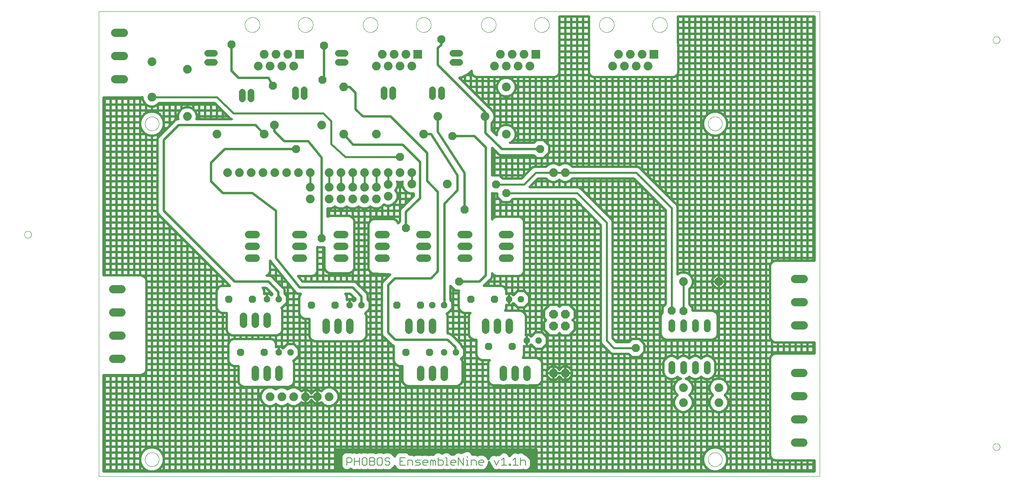
<source format=gtl>
G75*
%MOIN*%
%OFA0B0*%
%FSLAX25Y25*%
%IPPOS*%
%LPD*%
%AMOC8*
5,1,8,0,0,1.08239X$1,22.5*
%
%ADD10C,0.00000*%
%ADD11C,0.00600*%
%ADD12C,0.07400*%
%ADD13R,0.07400X0.07400*%
%ADD14OC8,0.07400*%
%ADD15C,0.05600*%
%ADD16OC8,0.06300*%
%ADD17OC8,0.05600*%
%ADD18C,0.06400*%
%ADD19C,0.07100*%
%ADD20C,0.01600*%
%ADD21OC8,0.06756*%
%ADD22C,0.02000*%
D10*
X0131965Y0118933D02*
X0131965Y0512929D01*
X0742201Y0512949D01*
X0742201Y0118933D01*
X0131965Y0118933D01*
X0171138Y0133303D02*
X0171140Y0133456D01*
X0171146Y0133610D01*
X0171156Y0133763D01*
X0171170Y0133915D01*
X0171188Y0134068D01*
X0171210Y0134219D01*
X0171235Y0134370D01*
X0171265Y0134521D01*
X0171299Y0134671D01*
X0171336Y0134819D01*
X0171377Y0134967D01*
X0171422Y0135113D01*
X0171471Y0135259D01*
X0171524Y0135403D01*
X0171580Y0135545D01*
X0171640Y0135686D01*
X0171704Y0135826D01*
X0171771Y0135964D01*
X0171842Y0136100D01*
X0171917Y0136234D01*
X0171994Y0136366D01*
X0172076Y0136496D01*
X0172160Y0136624D01*
X0172248Y0136750D01*
X0172339Y0136873D01*
X0172433Y0136994D01*
X0172531Y0137112D01*
X0172631Y0137228D01*
X0172735Y0137341D01*
X0172841Y0137452D01*
X0172950Y0137560D01*
X0173062Y0137665D01*
X0173176Y0137766D01*
X0173294Y0137865D01*
X0173413Y0137961D01*
X0173535Y0138054D01*
X0173660Y0138143D01*
X0173787Y0138230D01*
X0173916Y0138312D01*
X0174047Y0138392D01*
X0174180Y0138468D01*
X0174315Y0138541D01*
X0174452Y0138610D01*
X0174591Y0138675D01*
X0174731Y0138737D01*
X0174873Y0138795D01*
X0175016Y0138850D01*
X0175161Y0138901D01*
X0175307Y0138948D01*
X0175454Y0138991D01*
X0175602Y0139030D01*
X0175751Y0139066D01*
X0175901Y0139097D01*
X0176052Y0139125D01*
X0176203Y0139149D01*
X0176356Y0139169D01*
X0176508Y0139185D01*
X0176661Y0139197D01*
X0176814Y0139205D01*
X0176967Y0139209D01*
X0177121Y0139209D01*
X0177274Y0139205D01*
X0177427Y0139197D01*
X0177580Y0139185D01*
X0177732Y0139169D01*
X0177885Y0139149D01*
X0178036Y0139125D01*
X0178187Y0139097D01*
X0178337Y0139066D01*
X0178486Y0139030D01*
X0178634Y0138991D01*
X0178781Y0138948D01*
X0178927Y0138901D01*
X0179072Y0138850D01*
X0179215Y0138795D01*
X0179357Y0138737D01*
X0179497Y0138675D01*
X0179636Y0138610D01*
X0179773Y0138541D01*
X0179908Y0138468D01*
X0180041Y0138392D01*
X0180172Y0138312D01*
X0180301Y0138230D01*
X0180428Y0138143D01*
X0180553Y0138054D01*
X0180675Y0137961D01*
X0180794Y0137865D01*
X0180912Y0137766D01*
X0181026Y0137665D01*
X0181138Y0137560D01*
X0181247Y0137452D01*
X0181353Y0137341D01*
X0181457Y0137228D01*
X0181557Y0137112D01*
X0181655Y0136994D01*
X0181749Y0136873D01*
X0181840Y0136750D01*
X0181928Y0136624D01*
X0182012Y0136496D01*
X0182094Y0136366D01*
X0182171Y0136234D01*
X0182246Y0136100D01*
X0182317Y0135964D01*
X0182384Y0135826D01*
X0182448Y0135686D01*
X0182508Y0135545D01*
X0182564Y0135403D01*
X0182617Y0135259D01*
X0182666Y0135113D01*
X0182711Y0134967D01*
X0182752Y0134819D01*
X0182789Y0134671D01*
X0182823Y0134521D01*
X0182853Y0134370D01*
X0182878Y0134219D01*
X0182900Y0134068D01*
X0182918Y0133915D01*
X0182932Y0133763D01*
X0182942Y0133610D01*
X0182948Y0133456D01*
X0182950Y0133303D01*
X0182948Y0133150D01*
X0182942Y0132996D01*
X0182932Y0132843D01*
X0182918Y0132691D01*
X0182900Y0132538D01*
X0182878Y0132387D01*
X0182853Y0132236D01*
X0182823Y0132085D01*
X0182789Y0131935D01*
X0182752Y0131787D01*
X0182711Y0131639D01*
X0182666Y0131493D01*
X0182617Y0131347D01*
X0182564Y0131203D01*
X0182508Y0131061D01*
X0182448Y0130920D01*
X0182384Y0130780D01*
X0182317Y0130642D01*
X0182246Y0130506D01*
X0182171Y0130372D01*
X0182094Y0130240D01*
X0182012Y0130110D01*
X0181928Y0129982D01*
X0181840Y0129856D01*
X0181749Y0129733D01*
X0181655Y0129612D01*
X0181557Y0129494D01*
X0181457Y0129378D01*
X0181353Y0129265D01*
X0181247Y0129154D01*
X0181138Y0129046D01*
X0181026Y0128941D01*
X0180912Y0128840D01*
X0180794Y0128741D01*
X0180675Y0128645D01*
X0180553Y0128552D01*
X0180428Y0128463D01*
X0180301Y0128376D01*
X0180172Y0128294D01*
X0180041Y0128214D01*
X0179908Y0128138D01*
X0179773Y0128065D01*
X0179636Y0127996D01*
X0179497Y0127931D01*
X0179357Y0127869D01*
X0179215Y0127811D01*
X0179072Y0127756D01*
X0178927Y0127705D01*
X0178781Y0127658D01*
X0178634Y0127615D01*
X0178486Y0127576D01*
X0178337Y0127540D01*
X0178187Y0127509D01*
X0178036Y0127481D01*
X0177885Y0127457D01*
X0177732Y0127437D01*
X0177580Y0127421D01*
X0177427Y0127409D01*
X0177274Y0127401D01*
X0177121Y0127397D01*
X0176967Y0127397D01*
X0176814Y0127401D01*
X0176661Y0127409D01*
X0176508Y0127421D01*
X0176356Y0127437D01*
X0176203Y0127457D01*
X0176052Y0127481D01*
X0175901Y0127509D01*
X0175751Y0127540D01*
X0175602Y0127576D01*
X0175454Y0127615D01*
X0175307Y0127658D01*
X0175161Y0127705D01*
X0175016Y0127756D01*
X0174873Y0127811D01*
X0174731Y0127869D01*
X0174591Y0127931D01*
X0174452Y0127996D01*
X0174315Y0128065D01*
X0174180Y0128138D01*
X0174047Y0128214D01*
X0173916Y0128294D01*
X0173787Y0128376D01*
X0173660Y0128463D01*
X0173535Y0128552D01*
X0173413Y0128645D01*
X0173294Y0128741D01*
X0173176Y0128840D01*
X0173062Y0128941D01*
X0172950Y0129046D01*
X0172841Y0129154D01*
X0172735Y0129265D01*
X0172631Y0129378D01*
X0172531Y0129494D01*
X0172433Y0129612D01*
X0172339Y0129733D01*
X0172248Y0129856D01*
X0172160Y0129982D01*
X0172076Y0130110D01*
X0171994Y0130240D01*
X0171917Y0130372D01*
X0171842Y0130506D01*
X0171771Y0130642D01*
X0171704Y0130780D01*
X0171640Y0130920D01*
X0171580Y0131061D01*
X0171524Y0131203D01*
X0171471Y0131347D01*
X0171422Y0131493D01*
X0171377Y0131639D01*
X0171336Y0131787D01*
X0171299Y0131935D01*
X0171265Y0132085D01*
X0171235Y0132236D01*
X0171210Y0132387D01*
X0171188Y0132538D01*
X0171170Y0132691D01*
X0171156Y0132843D01*
X0171146Y0132996D01*
X0171140Y0133150D01*
X0171138Y0133303D01*
X0069012Y0323933D02*
X0069014Y0324041D01*
X0069020Y0324150D01*
X0069030Y0324258D01*
X0069044Y0324365D01*
X0069062Y0324472D01*
X0069083Y0324579D01*
X0069109Y0324684D01*
X0069139Y0324789D01*
X0069172Y0324892D01*
X0069209Y0324994D01*
X0069250Y0325094D01*
X0069294Y0325193D01*
X0069343Y0325291D01*
X0069394Y0325386D01*
X0069449Y0325479D01*
X0069508Y0325571D01*
X0069570Y0325660D01*
X0069635Y0325747D01*
X0069703Y0325831D01*
X0069774Y0325913D01*
X0069848Y0325992D01*
X0069925Y0326068D01*
X0070005Y0326142D01*
X0070088Y0326212D01*
X0070173Y0326280D01*
X0070260Y0326344D01*
X0070350Y0326405D01*
X0070442Y0326463D01*
X0070536Y0326517D01*
X0070632Y0326568D01*
X0070729Y0326615D01*
X0070829Y0326659D01*
X0070930Y0326699D01*
X0071032Y0326735D01*
X0071135Y0326767D01*
X0071240Y0326796D01*
X0071346Y0326820D01*
X0071452Y0326841D01*
X0071559Y0326858D01*
X0071667Y0326871D01*
X0071775Y0326880D01*
X0071884Y0326885D01*
X0071992Y0326886D01*
X0072101Y0326883D01*
X0072209Y0326876D01*
X0072317Y0326865D01*
X0072424Y0326850D01*
X0072531Y0326831D01*
X0072637Y0326808D01*
X0072742Y0326782D01*
X0072847Y0326751D01*
X0072949Y0326717D01*
X0073051Y0326679D01*
X0073151Y0326637D01*
X0073250Y0326592D01*
X0073347Y0326543D01*
X0073441Y0326490D01*
X0073534Y0326434D01*
X0073625Y0326375D01*
X0073714Y0326312D01*
X0073800Y0326247D01*
X0073884Y0326178D01*
X0073965Y0326106D01*
X0074043Y0326031D01*
X0074119Y0325953D01*
X0074192Y0325872D01*
X0074262Y0325789D01*
X0074328Y0325704D01*
X0074392Y0325616D01*
X0074452Y0325525D01*
X0074509Y0325433D01*
X0074562Y0325338D01*
X0074612Y0325242D01*
X0074658Y0325144D01*
X0074701Y0325044D01*
X0074740Y0324943D01*
X0074775Y0324840D01*
X0074807Y0324737D01*
X0074834Y0324632D01*
X0074858Y0324526D01*
X0074878Y0324419D01*
X0074894Y0324312D01*
X0074906Y0324204D01*
X0074914Y0324096D01*
X0074918Y0323987D01*
X0074918Y0323879D01*
X0074914Y0323770D01*
X0074906Y0323662D01*
X0074894Y0323554D01*
X0074878Y0323447D01*
X0074858Y0323340D01*
X0074834Y0323234D01*
X0074807Y0323129D01*
X0074775Y0323026D01*
X0074740Y0322923D01*
X0074701Y0322822D01*
X0074658Y0322722D01*
X0074612Y0322624D01*
X0074562Y0322528D01*
X0074509Y0322433D01*
X0074452Y0322341D01*
X0074392Y0322250D01*
X0074328Y0322162D01*
X0074262Y0322077D01*
X0074192Y0321994D01*
X0074119Y0321913D01*
X0074043Y0321835D01*
X0073965Y0321760D01*
X0073884Y0321688D01*
X0073800Y0321619D01*
X0073714Y0321554D01*
X0073625Y0321491D01*
X0073534Y0321432D01*
X0073442Y0321376D01*
X0073347Y0321323D01*
X0073250Y0321274D01*
X0073151Y0321229D01*
X0073051Y0321187D01*
X0072949Y0321149D01*
X0072847Y0321115D01*
X0072742Y0321084D01*
X0072637Y0321058D01*
X0072531Y0321035D01*
X0072424Y0321016D01*
X0072317Y0321001D01*
X0072209Y0320990D01*
X0072101Y0320983D01*
X0071992Y0320980D01*
X0071884Y0320981D01*
X0071775Y0320986D01*
X0071667Y0320995D01*
X0071559Y0321008D01*
X0071452Y0321025D01*
X0071346Y0321046D01*
X0071240Y0321070D01*
X0071135Y0321099D01*
X0071032Y0321131D01*
X0070930Y0321167D01*
X0070829Y0321207D01*
X0070729Y0321251D01*
X0070632Y0321298D01*
X0070536Y0321349D01*
X0070442Y0321403D01*
X0070350Y0321461D01*
X0070260Y0321522D01*
X0070173Y0321586D01*
X0070088Y0321654D01*
X0070005Y0321724D01*
X0069925Y0321798D01*
X0069848Y0321874D01*
X0069774Y0321953D01*
X0069703Y0322035D01*
X0069635Y0322119D01*
X0069570Y0322206D01*
X0069508Y0322295D01*
X0069449Y0322387D01*
X0069394Y0322480D01*
X0069343Y0322575D01*
X0069294Y0322673D01*
X0069250Y0322772D01*
X0069209Y0322872D01*
X0069172Y0322974D01*
X0069139Y0323077D01*
X0069109Y0323182D01*
X0069083Y0323287D01*
X0069062Y0323394D01*
X0069044Y0323501D01*
X0069030Y0323608D01*
X0069020Y0323716D01*
X0069014Y0323825D01*
X0069012Y0323933D01*
X0171138Y0417949D02*
X0171140Y0418102D01*
X0171146Y0418256D01*
X0171156Y0418409D01*
X0171170Y0418561D01*
X0171188Y0418714D01*
X0171210Y0418865D01*
X0171235Y0419016D01*
X0171265Y0419167D01*
X0171299Y0419317D01*
X0171336Y0419465D01*
X0171377Y0419613D01*
X0171422Y0419759D01*
X0171471Y0419905D01*
X0171524Y0420049D01*
X0171580Y0420191D01*
X0171640Y0420332D01*
X0171704Y0420472D01*
X0171771Y0420610D01*
X0171842Y0420746D01*
X0171917Y0420880D01*
X0171994Y0421012D01*
X0172076Y0421142D01*
X0172160Y0421270D01*
X0172248Y0421396D01*
X0172339Y0421519D01*
X0172433Y0421640D01*
X0172531Y0421758D01*
X0172631Y0421874D01*
X0172735Y0421987D01*
X0172841Y0422098D01*
X0172950Y0422206D01*
X0173062Y0422311D01*
X0173176Y0422412D01*
X0173294Y0422511D01*
X0173413Y0422607D01*
X0173535Y0422700D01*
X0173660Y0422789D01*
X0173787Y0422876D01*
X0173916Y0422958D01*
X0174047Y0423038D01*
X0174180Y0423114D01*
X0174315Y0423187D01*
X0174452Y0423256D01*
X0174591Y0423321D01*
X0174731Y0423383D01*
X0174873Y0423441D01*
X0175016Y0423496D01*
X0175161Y0423547D01*
X0175307Y0423594D01*
X0175454Y0423637D01*
X0175602Y0423676D01*
X0175751Y0423712D01*
X0175901Y0423743D01*
X0176052Y0423771D01*
X0176203Y0423795D01*
X0176356Y0423815D01*
X0176508Y0423831D01*
X0176661Y0423843D01*
X0176814Y0423851D01*
X0176967Y0423855D01*
X0177121Y0423855D01*
X0177274Y0423851D01*
X0177427Y0423843D01*
X0177580Y0423831D01*
X0177732Y0423815D01*
X0177885Y0423795D01*
X0178036Y0423771D01*
X0178187Y0423743D01*
X0178337Y0423712D01*
X0178486Y0423676D01*
X0178634Y0423637D01*
X0178781Y0423594D01*
X0178927Y0423547D01*
X0179072Y0423496D01*
X0179215Y0423441D01*
X0179357Y0423383D01*
X0179497Y0423321D01*
X0179636Y0423256D01*
X0179773Y0423187D01*
X0179908Y0423114D01*
X0180041Y0423038D01*
X0180172Y0422958D01*
X0180301Y0422876D01*
X0180428Y0422789D01*
X0180553Y0422700D01*
X0180675Y0422607D01*
X0180794Y0422511D01*
X0180912Y0422412D01*
X0181026Y0422311D01*
X0181138Y0422206D01*
X0181247Y0422098D01*
X0181353Y0421987D01*
X0181457Y0421874D01*
X0181557Y0421758D01*
X0181655Y0421640D01*
X0181749Y0421519D01*
X0181840Y0421396D01*
X0181928Y0421270D01*
X0182012Y0421142D01*
X0182094Y0421012D01*
X0182171Y0420880D01*
X0182246Y0420746D01*
X0182317Y0420610D01*
X0182384Y0420472D01*
X0182448Y0420332D01*
X0182508Y0420191D01*
X0182564Y0420049D01*
X0182617Y0419905D01*
X0182666Y0419759D01*
X0182711Y0419613D01*
X0182752Y0419465D01*
X0182789Y0419317D01*
X0182823Y0419167D01*
X0182853Y0419016D01*
X0182878Y0418865D01*
X0182900Y0418714D01*
X0182918Y0418561D01*
X0182932Y0418409D01*
X0182942Y0418256D01*
X0182948Y0418102D01*
X0182950Y0417949D01*
X0182948Y0417796D01*
X0182942Y0417642D01*
X0182932Y0417489D01*
X0182918Y0417337D01*
X0182900Y0417184D01*
X0182878Y0417033D01*
X0182853Y0416882D01*
X0182823Y0416731D01*
X0182789Y0416581D01*
X0182752Y0416433D01*
X0182711Y0416285D01*
X0182666Y0416139D01*
X0182617Y0415993D01*
X0182564Y0415849D01*
X0182508Y0415707D01*
X0182448Y0415566D01*
X0182384Y0415426D01*
X0182317Y0415288D01*
X0182246Y0415152D01*
X0182171Y0415018D01*
X0182094Y0414886D01*
X0182012Y0414756D01*
X0181928Y0414628D01*
X0181840Y0414502D01*
X0181749Y0414379D01*
X0181655Y0414258D01*
X0181557Y0414140D01*
X0181457Y0414024D01*
X0181353Y0413911D01*
X0181247Y0413800D01*
X0181138Y0413692D01*
X0181026Y0413587D01*
X0180912Y0413486D01*
X0180794Y0413387D01*
X0180675Y0413291D01*
X0180553Y0413198D01*
X0180428Y0413109D01*
X0180301Y0413022D01*
X0180172Y0412940D01*
X0180041Y0412860D01*
X0179908Y0412784D01*
X0179773Y0412711D01*
X0179636Y0412642D01*
X0179497Y0412577D01*
X0179357Y0412515D01*
X0179215Y0412457D01*
X0179072Y0412402D01*
X0178927Y0412351D01*
X0178781Y0412304D01*
X0178634Y0412261D01*
X0178486Y0412222D01*
X0178337Y0412186D01*
X0178187Y0412155D01*
X0178036Y0412127D01*
X0177885Y0412103D01*
X0177732Y0412083D01*
X0177580Y0412067D01*
X0177427Y0412055D01*
X0177274Y0412047D01*
X0177121Y0412043D01*
X0176967Y0412043D01*
X0176814Y0412047D01*
X0176661Y0412055D01*
X0176508Y0412067D01*
X0176356Y0412083D01*
X0176203Y0412103D01*
X0176052Y0412127D01*
X0175901Y0412155D01*
X0175751Y0412186D01*
X0175602Y0412222D01*
X0175454Y0412261D01*
X0175307Y0412304D01*
X0175161Y0412351D01*
X0175016Y0412402D01*
X0174873Y0412457D01*
X0174731Y0412515D01*
X0174591Y0412577D01*
X0174452Y0412642D01*
X0174315Y0412711D01*
X0174180Y0412784D01*
X0174047Y0412860D01*
X0173916Y0412940D01*
X0173787Y0413022D01*
X0173660Y0413109D01*
X0173535Y0413198D01*
X0173413Y0413291D01*
X0173294Y0413387D01*
X0173176Y0413486D01*
X0173062Y0413587D01*
X0172950Y0413692D01*
X0172841Y0413800D01*
X0172735Y0413911D01*
X0172631Y0414024D01*
X0172531Y0414140D01*
X0172433Y0414258D01*
X0172339Y0414379D01*
X0172248Y0414502D01*
X0172160Y0414628D01*
X0172076Y0414756D01*
X0171994Y0414886D01*
X0171917Y0415018D01*
X0171842Y0415152D01*
X0171771Y0415288D01*
X0171704Y0415426D01*
X0171640Y0415566D01*
X0171580Y0415707D01*
X0171524Y0415849D01*
X0171471Y0415993D01*
X0171422Y0416139D01*
X0171377Y0416285D01*
X0171336Y0416433D01*
X0171299Y0416581D01*
X0171265Y0416731D01*
X0171235Y0416882D01*
X0171210Y0417033D01*
X0171188Y0417184D01*
X0171170Y0417337D01*
X0171156Y0417489D01*
X0171146Y0417642D01*
X0171140Y0417796D01*
X0171138Y0417949D01*
X0255666Y0501728D02*
X0255668Y0501886D01*
X0255674Y0502044D01*
X0255684Y0502202D01*
X0255698Y0502360D01*
X0255716Y0502517D01*
X0255737Y0502674D01*
X0255763Y0502830D01*
X0255793Y0502986D01*
X0255826Y0503141D01*
X0255864Y0503294D01*
X0255905Y0503447D01*
X0255950Y0503599D01*
X0255999Y0503750D01*
X0256052Y0503899D01*
X0256108Y0504047D01*
X0256168Y0504193D01*
X0256232Y0504338D01*
X0256300Y0504481D01*
X0256371Y0504623D01*
X0256445Y0504763D01*
X0256523Y0504900D01*
X0256605Y0505036D01*
X0256689Y0505170D01*
X0256778Y0505301D01*
X0256869Y0505430D01*
X0256964Y0505557D01*
X0257061Y0505682D01*
X0257162Y0505804D01*
X0257266Y0505923D01*
X0257373Y0506040D01*
X0257483Y0506154D01*
X0257596Y0506265D01*
X0257711Y0506374D01*
X0257829Y0506479D01*
X0257950Y0506581D01*
X0258073Y0506681D01*
X0258199Y0506777D01*
X0258327Y0506870D01*
X0258457Y0506960D01*
X0258590Y0507046D01*
X0258725Y0507130D01*
X0258861Y0507209D01*
X0259000Y0507286D01*
X0259141Y0507358D01*
X0259283Y0507428D01*
X0259427Y0507493D01*
X0259573Y0507555D01*
X0259720Y0507613D01*
X0259869Y0507668D01*
X0260019Y0507719D01*
X0260170Y0507766D01*
X0260322Y0507809D01*
X0260475Y0507848D01*
X0260630Y0507884D01*
X0260785Y0507915D01*
X0260941Y0507943D01*
X0261097Y0507967D01*
X0261254Y0507987D01*
X0261412Y0508003D01*
X0261569Y0508015D01*
X0261728Y0508023D01*
X0261886Y0508027D01*
X0262044Y0508027D01*
X0262202Y0508023D01*
X0262361Y0508015D01*
X0262518Y0508003D01*
X0262676Y0507987D01*
X0262833Y0507967D01*
X0262989Y0507943D01*
X0263145Y0507915D01*
X0263300Y0507884D01*
X0263455Y0507848D01*
X0263608Y0507809D01*
X0263760Y0507766D01*
X0263911Y0507719D01*
X0264061Y0507668D01*
X0264210Y0507613D01*
X0264357Y0507555D01*
X0264503Y0507493D01*
X0264647Y0507428D01*
X0264789Y0507358D01*
X0264930Y0507286D01*
X0265069Y0507209D01*
X0265205Y0507130D01*
X0265340Y0507046D01*
X0265473Y0506960D01*
X0265603Y0506870D01*
X0265731Y0506777D01*
X0265857Y0506681D01*
X0265980Y0506581D01*
X0266101Y0506479D01*
X0266219Y0506374D01*
X0266334Y0506265D01*
X0266447Y0506154D01*
X0266557Y0506040D01*
X0266664Y0505923D01*
X0266768Y0505804D01*
X0266869Y0505682D01*
X0266966Y0505557D01*
X0267061Y0505430D01*
X0267152Y0505301D01*
X0267241Y0505170D01*
X0267325Y0505036D01*
X0267407Y0504900D01*
X0267485Y0504763D01*
X0267559Y0504623D01*
X0267630Y0504481D01*
X0267698Y0504338D01*
X0267762Y0504193D01*
X0267822Y0504047D01*
X0267878Y0503899D01*
X0267931Y0503750D01*
X0267980Y0503599D01*
X0268025Y0503447D01*
X0268066Y0503294D01*
X0268104Y0503141D01*
X0268137Y0502986D01*
X0268167Y0502830D01*
X0268193Y0502674D01*
X0268214Y0502517D01*
X0268232Y0502360D01*
X0268246Y0502202D01*
X0268256Y0502044D01*
X0268262Y0501886D01*
X0268264Y0501728D01*
X0268262Y0501570D01*
X0268256Y0501412D01*
X0268246Y0501254D01*
X0268232Y0501096D01*
X0268214Y0500939D01*
X0268193Y0500782D01*
X0268167Y0500626D01*
X0268137Y0500470D01*
X0268104Y0500315D01*
X0268066Y0500162D01*
X0268025Y0500009D01*
X0267980Y0499857D01*
X0267931Y0499706D01*
X0267878Y0499557D01*
X0267822Y0499409D01*
X0267762Y0499263D01*
X0267698Y0499118D01*
X0267630Y0498975D01*
X0267559Y0498833D01*
X0267485Y0498693D01*
X0267407Y0498556D01*
X0267325Y0498420D01*
X0267241Y0498286D01*
X0267152Y0498155D01*
X0267061Y0498026D01*
X0266966Y0497899D01*
X0266869Y0497774D01*
X0266768Y0497652D01*
X0266664Y0497533D01*
X0266557Y0497416D01*
X0266447Y0497302D01*
X0266334Y0497191D01*
X0266219Y0497082D01*
X0266101Y0496977D01*
X0265980Y0496875D01*
X0265857Y0496775D01*
X0265731Y0496679D01*
X0265603Y0496586D01*
X0265473Y0496496D01*
X0265340Y0496410D01*
X0265205Y0496326D01*
X0265069Y0496247D01*
X0264930Y0496170D01*
X0264789Y0496098D01*
X0264647Y0496028D01*
X0264503Y0495963D01*
X0264357Y0495901D01*
X0264210Y0495843D01*
X0264061Y0495788D01*
X0263911Y0495737D01*
X0263760Y0495690D01*
X0263608Y0495647D01*
X0263455Y0495608D01*
X0263300Y0495572D01*
X0263145Y0495541D01*
X0262989Y0495513D01*
X0262833Y0495489D01*
X0262676Y0495469D01*
X0262518Y0495453D01*
X0262361Y0495441D01*
X0262202Y0495433D01*
X0262044Y0495429D01*
X0261886Y0495429D01*
X0261728Y0495433D01*
X0261569Y0495441D01*
X0261412Y0495453D01*
X0261254Y0495469D01*
X0261097Y0495489D01*
X0260941Y0495513D01*
X0260785Y0495541D01*
X0260630Y0495572D01*
X0260475Y0495608D01*
X0260322Y0495647D01*
X0260170Y0495690D01*
X0260019Y0495737D01*
X0259869Y0495788D01*
X0259720Y0495843D01*
X0259573Y0495901D01*
X0259427Y0495963D01*
X0259283Y0496028D01*
X0259141Y0496098D01*
X0259000Y0496170D01*
X0258861Y0496247D01*
X0258725Y0496326D01*
X0258590Y0496410D01*
X0258457Y0496496D01*
X0258327Y0496586D01*
X0258199Y0496679D01*
X0258073Y0496775D01*
X0257950Y0496875D01*
X0257829Y0496977D01*
X0257711Y0497082D01*
X0257596Y0497191D01*
X0257483Y0497302D01*
X0257373Y0497416D01*
X0257266Y0497533D01*
X0257162Y0497652D01*
X0257061Y0497774D01*
X0256964Y0497899D01*
X0256869Y0498026D01*
X0256778Y0498155D01*
X0256689Y0498286D01*
X0256605Y0498420D01*
X0256523Y0498556D01*
X0256445Y0498693D01*
X0256371Y0498833D01*
X0256300Y0498975D01*
X0256232Y0499118D01*
X0256168Y0499263D01*
X0256108Y0499409D01*
X0256052Y0499557D01*
X0255999Y0499706D01*
X0255950Y0499857D01*
X0255905Y0500009D01*
X0255864Y0500162D01*
X0255826Y0500315D01*
X0255793Y0500470D01*
X0255763Y0500626D01*
X0255737Y0500782D01*
X0255716Y0500939D01*
X0255698Y0501096D01*
X0255684Y0501254D01*
X0255674Y0501412D01*
X0255668Y0501570D01*
X0255666Y0501728D01*
X0300666Y0501728D02*
X0300668Y0501886D01*
X0300674Y0502044D01*
X0300684Y0502202D01*
X0300698Y0502360D01*
X0300716Y0502517D01*
X0300737Y0502674D01*
X0300763Y0502830D01*
X0300793Y0502986D01*
X0300826Y0503141D01*
X0300864Y0503294D01*
X0300905Y0503447D01*
X0300950Y0503599D01*
X0300999Y0503750D01*
X0301052Y0503899D01*
X0301108Y0504047D01*
X0301168Y0504193D01*
X0301232Y0504338D01*
X0301300Y0504481D01*
X0301371Y0504623D01*
X0301445Y0504763D01*
X0301523Y0504900D01*
X0301605Y0505036D01*
X0301689Y0505170D01*
X0301778Y0505301D01*
X0301869Y0505430D01*
X0301964Y0505557D01*
X0302061Y0505682D01*
X0302162Y0505804D01*
X0302266Y0505923D01*
X0302373Y0506040D01*
X0302483Y0506154D01*
X0302596Y0506265D01*
X0302711Y0506374D01*
X0302829Y0506479D01*
X0302950Y0506581D01*
X0303073Y0506681D01*
X0303199Y0506777D01*
X0303327Y0506870D01*
X0303457Y0506960D01*
X0303590Y0507046D01*
X0303725Y0507130D01*
X0303861Y0507209D01*
X0304000Y0507286D01*
X0304141Y0507358D01*
X0304283Y0507428D01*
X0304427Y0507493D01*
X0304573Y0507555D01*
X0304720Y0507613D01*
X0304869Y0507668D01*
X0305019Y0507719D01*
X0305170Y0507766D01*
X0305322Y0507809D01*
X0305475Y0507848D01*
X0305630Y0507884D01*
X0305785Y0507915D01*
X0305941Y0507943D01*
X0306097Y0507967D01*
X0306254Y0507987D01*
X0306412Y0508003D01*
X0306569Y0508015D01*
X0306728Y0508023D01*
X0306886Y0508027D01*
X0307044Y0508027D01*
X0307202Y0508023D01*
X0307361Y0508015D01*
X0307518Y0508003D01*
X0307676Y0507987D01*
X0307833Y0507967D01*
X0307989Y0507943D01*
X0308145Y0507915D01*
X0308300Y0507884D01*
X0308455Y0507848D01*
X0308608Y0507809D01*
X0308760Y0507766D01*
X0308911Y0507719D01*
X0309061Y0507668D01*
X0309210Y0507613D01*
X0309357Y0507555D01*
X0309503Y0507493D01*
X0309647Y0507428D01*
X0309789Y0507358D01*
X0309930Y0507286D01*
X0310069Y0507209D01*
X0310205Y0507130D01*
X0310340Y0507046D01*
X0310473Y0506960D01*
X0310603Y0506870D01*
X0310731Y0506777D01*
X0310857Y0506681D01*
X0310980Y0506581D01*
X0311101Y0506479D01*
X0311219Y0506374D01*
X0311334Y0506265D01*
X0311447Y0506154D01*
X0311557Y0506040D01*
X0311664Y0505923D01*
X0311768Y0505804D01*
X0311869Y0505682D01*
X0311966Y0505557D01*
X0312061Y0505430D01*
X0312152Y0505301D01*
X0312241Y0505170D01*
X0312325Y0505036D01*
X0312407Y0504900D01*
X0312485Y0504763D01*
X0312559Y0504623D01*
X0312630Y0504481D01*
X0312698Y0504338D01*
X0312762Y0504193D01*
X0312822Y0504047D01*
X0312878Y0503899D01*
X0312931Y0503750D01*
X0312980Y0503599D01*
X0313025Y0503447D01*
X0313066Y0503294D01*
X0313104Y0503141D01*
X0313137Y0502986D01*
X0313167Y0502830D01*
X0313193Y0502674D01*
X0313214Y0502517D01*
X0313232Y0502360D01*
X0313246Y0502202D01*
X0313256Y0502044D01*
X0313262Y0501886D01*
X0313264Y0501728D01*
X0313262Y0501570D01*
X0313256Y0501412D01*
X0313246Y0501254D01*
X0313232Y0501096D01*
X0313214Y0500939D01*
X0313193Y0500782D01*
X0313167Y0500626D01*
X0313137Y0500470D01*
X0313104Y0500315D01*
X0313066Y0500162D01*
X0313025Y0500009D01*
X0312980Y0499857D01*
X0312931Y0499706D01*
X0312878Y0499557D01*
X0312822Y0499409D01*
X0312762Y0499263D01*
X0312698Y0499118D01*
X0312630Y0498975D01*
X0312559Y0498833D01*
X0312485Y0498693D01*
X0312407Y0498556D01*
X0312325Y0498420D01*
X0312241Y0498286D01*
X0312152Y0498155D01*
X0312061Y0498026D01*
X0311966Y0497899D01*
X0311869Y0497774D01*
X0311768Y0497652D01*
X0311664Y0497533D01*
X0311557Y0497416D01*
X0311447Y0497302D01*
X0311334Y0497191D01*
X0311219Y0497082D01*
X0311101Y0496977D01*
X0310980Y0496875D01*
X0310857Y0496775D01*
X0310731Y0496679D01*
X0310603Y0496586D01*
X0310473Y0496496D01*
X0310340Y0496410D01*
X0310205Y0496326D01*
X0310069Y0496247D01*
X0309930Y0496170D01*
X0309789Y0496098D01*
X0309647Y0496028D01*
X0309503Y0495963D01*
X0309357Y0495901D01*
X0309210Y0495843D01*
X0309061Y0495788D01*
X0308911Y0495737D01*
X0308760Y0495690D01*
X0308608Y0495647D01*
X0308455Y0495608D01*
X0308300Y0495572D01*
X0308145Y0495541D01*
X0307989Y0495513D01*
X0307833Y0495489D01*
X0307676Y0495469D01*
X0307518Y0495453D01*
X0307361Y0495441D01*
X0307202Y0495433D01*
X0307044Y0495429D01*
X0306886Y0495429D01*
X0306728Y0495433D01*
X0306569Y0495441D01*
X0306412Y0495453D01*
X0306254Y0495469D01*
X0306097Y0495489D01*
X0305941Y0495513D01*
X0305785Y0495541D01*
X0305630Y0495572D01*
X0305475Y0495608D01*
X0305322Y0495647D01*
X0305170Y0495690D01*
X0305019Y0495737D01*
X0304869Y0495788D01*
X0304720Y0495843D01*
X0304573Y0495901D01*
X0304427Y0495963D01*
X0304283Y0496028D01*
X0304141Y0496098D01*
X0304000Y0496170D01*
X0303861Y0496247D01*
X0303725Y0496326D01*
X0303590Y0496410D01*
X0303457Y0496496D01*
X0303327Y0496586D01*
X0303199Y0496679D01*
X0303073Y0496775D01*
X0302950Y0496875D01*
X0302829Y0496977D01*
X0302711Y0497082D01*
X0302596Y0497191D01*
X0302483Y0497302D01*
X0302373Y0497416D01*
X0302266Y0497533D01*
X0302162Y0497652D01*
X0302061Y0497774D01*
X0301964Y0497899D01*
X0301869Y0498026D01*
X0301778Y0498155D01*
X0301689Y0498286D01*
X0301605Y0498420D01*
X0301523Y0498556D01*
X0301445Y0498693D01*
X0301371Y0498833D01*
X0301300Y0498975D01*
X0301232Y0499118D01*
X0301168Y0499263D01*
X0301108Y0499409D01*
X0301052Y0499557D01*
X0300999Y0499706D01*
X0300950Y0499857D01*
X0300905Y0500009D01*
X0300864Y0500162D01*
X0300826Y0500315D01*
X0300793Y0500470D01*
X0300763Y0500626D01*
X0300737Y0500782D01*
X0300716Y0500939D01*
X0300698Y0501096D01*
X0300684Y0501254D01*
X0300674Y0501412D01*
X0300668Y0501570D01*
X0300666Y0501728D01*
X0355666Y0501728D02*
X0355668Y0501886D01*
X0355674Y0502044D01*
X0355684Y0502202D01*
X0355698Y0502360D01*
X0355716Y0502517D01*
X0355737Y0502674D01*
X0355763Y0502830D01*
X0355793Y0502986D01*
X0355826Y0503141D01*
X0355864Y0503294D01*
X0355905Y0503447D01*
X0355950Y0503599D01*
X0355999Y0503750D01*
X0356052Y0503899D01*
X0356108Y0504047D01*
X0356168Y0504193D01*
X0356232Y0504338D01*
X0356300Y0504481D01*
X0356371Y0504623D01*
X0356445Y0504763D01*
X0356523Y0504900D01*
X0356605Y0505036D01*
X0356689Y0505170D01*
X0356778Y0505301D01*
X0356869Y0505430D01*
X0356964Y0505557D01*
X0357061Y0505682D01*
X0357162Y0505804D01*
X0357266Y0505923D01*
X0357373Y0506040D01*
X0357483Y0506154D01*
X0357596Y0506265D01*
X0357711Y0506374D01*
X0357829Y0506479D01*
X0357950Y0506581D01*
X0358073Y0506681D01*
X0358199Y0506777D01*
X0358327Y0506870D01*
X0358457Y0506960D01*
X0358590Y0507046D01*
X0358725Y0507130D01*
X0358861Y0507209D01*
X0359000Y0507286D01*
X0359141Y0507358D01*
X0359283Y0507428D01*
X0359427Y0507493D01*
X0359573Y0507555D01*
X0359720Y0507613D01*
X0359869Y0507668D01*
X0360019Y0507719D01*
X0360170Y0507766D01*
X0360322Y0507809D01*
X0360475Y0507848D01*
X0360630Y0507884D01*
X0360785Y0507915D01*
X0360941Y0507943D01*
X0361097Y0507967D01*
X0361254Y0507987D01*
X0361412Y0508003D01*
X0361569Y0508015D01*
X0361728Y0508023D01*
X0361886Y0508027D01*
X0362044Y0508027D01*
X0362202Y0508023D01*
X0362361Y0508015D01*
X0362518Y0508003D01*
X0362676Y0507987D01*
X0362833Y0507967D01*
X0362989Y0507943D01*
X0363145Y0507915D01*
X0363300Y0507884D01*
X0363455Y0507848D01*
X0363608Y0507809D01*
X0363760Y0507766D01*
X0363911Y0507719D01*
X0364061Y0507668D01*
X0364210Y0507613D01*
X0364357Y0507555D01*
X0364503Y0507493D01*
X0364647Y0507428D01*
X0364789Y0507358D01*
X0364930Y0507286D01*
X0365069Y0507209D01*
X0365205Y0507130D01*
X0365340Y0507046D01*
X0365473Y0506960D01*
X0365603Y0506870D01*
X0365731Y0506777D01*
X0365857Y0506681D01*
X0365980Y0506581D01*
X0366101Y0506479D01*
X0366219Y0506374D01*
X0366334Y0506265D01*
X0366447Y0506154D01*
X0366557Y0506040D01*
X0366664Y0505923D01*
X0366768Y0505804D01*
X0366869Y0505682D01*
X0366966Y0505557D01*
X0367061Y0505430D01*
X0367152Y0505301D01*
X0367241Y0505170D01*
X0367325Y0505036D01*
X0367407Y0504900D01*
X0367485Y0504763D01*
X0367559Y0504623D01*
X0367630Y0504481D01*
X0367698Y0504338D01*
X0367762Y0504193D01*
X0367822Y0504047D01*
X0367878Y0503899D01*
X0367931Y0503750D01*
X0367980Y0503599D01*
X0368025Y0503447D01*
X0368066Y0503294D01*
X0368104Y0503141D01*
X0368137Y0502986D01*
X0368167Y0502830D01*
X0368193Y0502674D01*
X0368214Y0502517D01*
X0368232Y0502360D01*
X0368246Y0502202D01*
X0368256Y0502044D01*
X0368262Y0501886D01*
X0368264Y0501728D01*
X0368262Y0501570D01*
X0368256Y0501412D01*
X0368246Y0501254D01*
X0368232Y0501096D01*
X0368214Y0500939D01*
X0368193Y0500782D01*
X0368167Y0500626D01*
X0368137Y0500470D01*
X0368104Y0500315D01*
X0368066Y0500162D01*
X0368025Y0500009D01*
X0367980Y0499857D01*
X0367931Y0499706D01*
X0367878Y0499557D01*
X0367822Y0499409D01*
X0367762Y0499263D01*
X0367698Y0499118D01*
X0367630Y0498975D01*
X0367559Y0498833D01*
X0367485Y0498693D01*
X0367407Y0498556D01*
X0367325Y0498420D01*
X0367241Y0498286D01*
X0367152Y0498155D01*
X0367061Y0498026D01*
X0366966Y0497899D01*
X0366869Y0497774D01*
X0366768Y0497652D01*
X0366664Y0497533D01*
X0366557Y0497416D01*
X0366447Y0497302D01*
X0366334Y0497191D01*
X0366219Y0497082D01*
X0366101Y0496977D01*
X0365980Y0496875D01*
X0365857Y0496775D01*
X0365731Y0496679D01*
X0365603Y0496586D01*
X0365473Y0496496D01*
X0365340Y0496410D01*
X0365205Y0496326D01*
X0365069Y0496247D01*
X0364930Y0496170D01*
X0364789Y0496098D01*
X0364647Y0496028D01*
X0364503Y0495963D01*
X0364357Y0495901D01*
X0364210Y0495843D01*
X0364061Y0495788D01*
X0363911Y0495737D01*
X0363760Y0495690D01*
X0363608Y0495647D01*
X0363455Y0495608D01*
X0363300Y0495572D01*
X0363145Y0495541D01*
X0362989Y0495513D01*
X0362833Y0495489D01*
X0362676Y0495469D01*
X0362518Y0495453D01*
X0362361Y0495441D01*
X0362202Y0495433D01*
X0362044Y0495429D01*
X0361886Y0495429D01*
X0361728Y0495433D01*
X0361569Y0495441D01*
X0361412Y0495453D01*
X0361254Y0495469D01*
X0361097Y0495489D01*
X0360941Y0495513D01*
X0360785Y0495541D01*
X0360630Y0495572D01*
X0360475Y0495608D01*
X0360322Y0495647D01*
X0360170Y0495690D01*
X0360019Y0495737D01*
X0359869Y0495788D01*
X0359720Y0495843D01*
X0359573Y0495901D01*
X0359427Y0495963D01*
X0359283Y0496028D01*
X0359141Y0496098D01*
X0359000Y0496170D01*
X0358861Y0496247D01*
X0358725Y0496326D01*
X0358590Y0496410D01*
X0358457Y0496496D01*
X0358327Y0496586D01*
X0358199Y0496679D01*
X0358073Y0496775D01*
X0357950Y0496875D01*
X0357829Y0496977D01*
X0357711Y0497082D01*
X0357596Y0497191D01*
X0357483Y0497302D01*
X0357373Y0497416D01*
X0357266Y0497533D01*
X0357162Y0497652D01*
X0357061Y0497774D01*
X0356964Y0497899D01*
X0356869Y0498026D01*
X0356778Y0498155D01*
X0356689Y0498286D01*
X0356605Y0498420D01*
X0356523Y0498556D01*
X0356445Y0498693D01*
X0356371Y0498833D01*
X0356300Y0498975D01*
X0356232Y0499118D01*
X0356168Y0499263D01*
X0356108Y0499409D01*
X0356052Y0499557D01*
X0355999Y0499706D01*
X0355950Y0499857D01*
X0355905Y0500009D01*
X0355864Y0500162D01*
X0355826Y0500315D01*
X0355793Y0500470D01*
X0355763Y0500626D01*
X0355737Y0500782D01*
X0355716Y0500939D01*
X0355698Y0501096D01*
X0355684Y0501254D01*
X0355674Y0501412D01*
X0355668Y0501570D01*
X0355666Y0501728D01*
X0400666Y0501728D02*
X0400668Y0501886D01*
X0400674Y0502044D01*
X0400684Y0502202D01*
X0400698Y0502360D01*
X0400716Y0502517D01*
X0400737Y0502674D01*
X0400763Y0502830D01*
X0400793Y0502986D01*
X0400826Y0503141D01*
X0400864Y0503294D01*
X0400905Y0503447D01*
X0400950Y0503599D01*
X0400999Y0503750D01*
X0401052Y0503899D01*
X0401108Y0504047D01*
X0401168Y0504193D01*
X0401232Y0504338D01*
X0401300Y0504481D01*
X0401371Y0504623D01*
X0401445Y0504763D01*
X0401523Y0504900D01*
X0401605Y0505036D01*
X0401689Y0505170D01*
X0401778Y0505301D01*
X0401869Y0505430D01*
X0401964Y0505557D01*
X0402061Y0505682D01*
X0402162Y0505804D01*
X0402266Y0505923D01*
X0402373Y0506040D01*
X0402483Y0506154D01*
X0402596Y0506265D01*
X0402711Y0506374D01*
X0402829Y0506479D01*
X0402950Y0506581D01*
X0403073Y0506681D01*
X0403199Y0506777D01*
X0403327Y0506870D01*
X0403457Y0506960D01*
X0403590Y0507046D01*
X0403725Y0507130D01*
X0403861Y0507209D01*
X0404000Y0507286D01*
X0404141Y0507358D01*
X0404283Y0507428D01*
X0404427Y0507493D01*
X0404573Y0507555D01*
X0404720Y0507613D01*
X0404869Y0507668D01*
X0405019Y0507719D01*
X0405170Y0507766D01*
X0405322Y0507809D01*
X0405475Y0507848D01*
X0405630Y0507884D01*
X0405785Y0507915D01*
X0405941Y0507943D01*
X0406097Y0507967D01*
X0406254Y0507987D01*
X0406412Y0508003D01*
X0406569Y0508015D01*
X0406728Y0508023D01*
X0406886Y0508027D01*
X0407044Y0508027D01*
X0407202Y0508023D01*
X0407361Y0508015D01*
X0407518Y0508003D01*
X0407676Y0507987D01*
X0407833Y0507967D01*
X0407989Y0507943D01*
X0408145Y0507915D01*
X0408300Y0507884D01*
X0408455Y0507848D01*
X0408608Y0507809D01*
X0408760Y0507766D01*
X0408911Y0507719D01*
X0409061Y0507668D01*
X0409210Y0507613D01*
X0409357Y0507555D01*
X0409503Y0507493D01*
X0409647Y0507428D01*
X0409789Y0507358D01*
X0409930Y0507286D01*
X0410069Y0507209D01*
X0410205Y0507130D01*
X0410340Y0507046D01*
X0410473Y0506960D01*
X0410603Y0506870D01*
X0410731Y0506777D01*
X0410857Y0506681D01*
X0410980Y0506581D01*
X0411101Y0506479D01*
X0411219Y0506374D01*
X0411334Y0506265D01*
X0411447Y0506154D01*
X0411557Y0506040D01*
X0411664Y0505923D01*
X0411768Y0505804D01*
X0411869Y0505682D01*
X0411966Y0505557D01*
X0412061Y0505430D01*
X0412152Y0505301D01*
X0412241Y0505170D01*
X0412325Y0505036D01*
X0412407Y0504900D01*
X0412485Y0504763D01*
X0412559Y0504623D01*
X0412630Y0504481D01*
X0412698Y0504338D01*
X0412762Y0504193D01*
X0412822Y0504047D01*
X0412878Y0503899D01*
X0412931Y0503750D01*
X0412980Y0503599D01*
X0413025Y0503447D01*
X0413066Y0503294D01*
X0413104Y0503141D01*
X0413137Y0502986D01*
X0413167Y0502830D01*
X0413193Y0502674D01*
X0413214Y0502517D01*
X0413232Y0502360D01*
X0413246Y0502202D01*
X0413256Y0502044D01*
X0413262Y0501886D01*
X0413264Y0501728D01*
X0413262Y0501570D01*
X0413256Y0501412D01*
X0413246Y0501254D01*
X0413232Y0501096D01*
X0413214Y0500939D01*
X0413193Y0500782D01*
X0413167Y0500626D01*
X0413137Y0500470D01*
X0413104Y0500315D01*
X0413066Y0500162D01*
X0413025Y0500009D01*
X0412980Y0499857D01*
X0412931Y0499706D01*
X0412878Y0499557D01*
X0412822Y0499409D01*
X0412762Y0499263D01*
X0412698Y0499118D01*
X0412630Y0498975D01*
X0412559Y0498833D01*
X0412485Y0498693D01*
X0412407Y0498556D01*
X0412325Y0498420D01*
X0412241Y0498286D01*
X0412152Y0498155D01*
X0412061Y0498026D01*
X0411966Y0497899D01*
X0411869Y0497774D01*
X0411768Y0497652D01*
X0411664Y0497533D01*
X0411557Y0497416D01*
X0411447Y0497302D01*
X0411334Y0497191D01*
X0411219Y0497082D01*
X0411101Y0496977D01*
X0410980Y0496875D01*
X0410857Y0496775D01*
X0410731Y0496679D01*
X0410603Y0496586D01*
X0410473Y0496496D01*
X0410340Y0496410D01*
X0410205Y0496326D01*
X0410069Y0496247D01*
X0409930Y0496170D01*
X0409789Y0496098D01*
X0409647Y0496028D01*
X0409503Y0495963D01*
X0409357Y0495901D01*
X0409210Y0495843D01*
X0409061Y0495788D01*
X0408911Y0495737D01*
X0408760Y0495690D01*
X0408608Y0495647D01*
X0408455Y0495608D01*
X0408300Y0495572D01*
X0408145Y0495541D01*
X0407989Y0495513D01*
X0407833Y0495489D01*
X0407676Y0495469D01*
X0407518Y0495453D01*
X0407361Y0495441D01*
X0407202Y0495433D01*
X0407044Y0495429D01*
X0406886Y0495429D01*
X0406728Y0495433D01*
X0406569Y0495441D01*
X0406412Y0495453D01*
X0406254Y0495469D01*
X0406097Y0495489D01*
X0405941Y0495513D01*
X0405785Y0495541D01*
X0405630Y0495572D01*
X0405475Y0495608D01*
X0405322Y0495647D01*
X0405170Y0495690D01*
X0405019Y0495737D01*
X0404869Y0495788D01*
X0404720Y0495843D01*
X0404573Y0495901D01*
X0404427Y0495963D01*
X0404283Y0496028D01*
X0404141Y0496098D01*
X0404000Y0496170D01*
X0403861Y0496247D01*
X0403725Y0496326D01*
X0403590Y0496410D01*
X0403457Y0496496D01*
X0403327Y0496586D01*
X0403199Y0496679D01*
X0403073Y0496775D01*
X0402950Y0496875D01*
X0402829Y0496977D01*
X0402711Y0497082D01*
X0402596Y0497191D01*
X0402483Y0497302D01*
X0402373Y0497416D01*
X0402266Y0497533D01*
X0402162Y0497652D01*
X0402061Y0497774D01*
X0401964Y0497899D01*
X0401869Y0498026D01*
X0401778Y0498155D01*
X0401689Y0498286D01*
X0401605Y0498420D01*
X0401523Y0498556D01*
X0401445Y0498693D01*
X0401371Y0498833D01*
X0401300Y0498975D01*
X0401232Y0499118D01*
X0401168Y0499263D01*
X0401108Y0499409D01*
X0401052Y0499557D01*
X0400999Y0499706D01*
X0400950Y0499857D01*
X0400905Y0500009D01*
X0400864Y0500162D01*
X0400826Y0500315D01*
X0400793Y0500470D01*
X0400763Y0500626D01*
X0400737Y0500782D01*
X0400716Y0500939D01*
X0400698Y0501096D01*
X0400684Y0501254D01*
X0400674Y0501412D01*
X0400668Y0501570D01*
X0400666Y0501728D01*
X0455666Y0501728D02*
X0455668Y0501886D01*
X0455674Y0502044D01*
X0455684Y0502202D01*
X0455698Y0502360D01*
X0455716Y0502517D01*
X0455737Y0502674D01*
X0455763Y0502830D01*
X0455793Y0502986D01*
X0455826Y0503141D01*
X0455864Y0503294D01*
X0455905Y0503447D01*
X0455950Y0503599D01*
X0455999Y0503750D01*
X0456052Y0503899D01*
X0456108Y0504047D01*
X0456168Y0504193D01*
X0456232Y0504338D01*
X0456300Y0504481D01*
X0456371Y0504623D01*
X0456445Y0504763D01*
X0456523Y0504900D01*
X0456605Y0505036D01*
X0456689Y0505170D01*
X0456778Y0505301D01*
X0456869Y0505430D01*
X0456964Y0505557D01*
X0457061Y0505682D01*
X0457162Y0505804D01*
X0457266Y0505923D01*
X0457373Y0506040D01*
X0457483Y0506154D01*
X0457596Y0506265D01*
X0457711Y0506374D01*
X0457829Y0506479D01*
X0457950Y0506581D01*
X0458073Y0506681D01*
X0458199Y0506777D01*
X0458327Y0506870D01*
X0458457Y0506960D01*
X0458590Y0507046D01*
X0458725Y0507130D01*
X0458861Y0507209D01*
X0459000Y0507286D01*
X0459141Y0507358D01*
X0459283Y0507428D01*
X0459427Y0507493D01*
X0459573Y0507555D01*
X0459720Y0507613D01*
X0459869Y0507668D01*
X0460019Y0507719D01*
X0460170Y0507766D01*
X0460322Y0507809D01*
X0460475Y0507848D01*
X0460630Y0507884D01*
X0460785Y0507915D01*
X0460941Y0507943D01*
X0461097Y0507967D01*
X0461254Y0507987D01*
X0461412Y0508003D01*
X0461569Y0508015D01*
X0461728Y0508023D01*
X0461886Y0508027D01*
X0462044Y0508027D01*
X0462202Y0508023D01*
X0462361Y0508015D01*
X0462518Y0508003D01*
X0462676Y0507987D01*
X0462833Y0507967D01*
X0462989Y0507943D01*
X0463145Y0507915D01*
X0463300Y0507884D01*
X0463455Y0507848D01*
X0463608Y0507809D01*
X0463760Y0507766D01*
X0463911Y0507719D01*
X0464061Y0507668D01*
X0464210Y0507613D01*
X0464357Y0507555D01*
X0464503Y0507493D01*
X0464647Y0507428D01*
X0464789Y0507358D01*
X0464930Y0507286D01*
X0465069Y0507209D01*
X0465205Y0507130D01*
X0465340Y0507046D01*
X0465473Y0506960D01*
X0465603Y0506870D01*
X0465731Y0506777D01*
X0465857Y0506681D01*
X0465980Y0506581D01*
X0466101Y0506479D01*
X0466219Y0506374D01*
X0466334Y0506265D01*
X0466447Y0506154D01*
X0466557Y0506040D01*
X0466664Y0505923D01*
X0466768Y0505804D01*
X0466869Y0505682D01*
X0466966Y0505557D01*
X0467061Y0505430D01*
X0467152Y0505301D01*
X0467241Y0505170D01*
X0467325Y0505036D01*
X0467407Y0504900D01*
X0467485Y0504763D01*
X0467559Y0504623D01*
X0467630Y0504481D01*
X0467698Y0504338D01*
X0467762Y0504193D01*
X0467822Y0504047D01*
X0467878Y0503899D01*
X0467931Y0503750D01*
X0467980Y0503599D01*
X0468025Y0503447D01*
X0468066Y0503294D01*
X0468104Y0503141D01*
X0468137Y0502986D01*
X0468167Y0502830D01*
X0468193Y0502674D01*
X0468214Y0502517D01*
X0468232Y0502360D01*
X0468246Y0502202D01*
X0468256Y0502044D01*
X0468262Y0501886D01*
X0468264Y0501728D01*
X0468262Y0501570D01*
X0468256Y0501412D01*
X0468246Y0501254D01*
X0468232Y0501096D01*
X0468214Y0500939D01*
X0468193Y0500782D01*
X0468167Y0500626D01*
X0468137Y0500470D01*
X0468104Y0500315D01*
X0468066Y0500162D01*
X0468025Y0500009D01*
X0467980Y0499857D01*
X0467931Y0499706D01*
X0467878Y0499557D01*
X0467822Y0499409D01*
X0467762Y0499263D01*
X0467698Y0499118D01*
X0467630Y0498975D01*
X0467559Y0498833D01*
X0467485Y0498693D01*
X0467407Y0498556D01*
X0467325Y0498420D01*
X0467241Y0498286D01*
X0467152Y0498155D01*
X0467061Y0498026D01*
X0466966Y0497899D01*
X0466869Y0497774D01*
X0466768Y0497652D01*
X0466664Y0497533D01*
X0466557Y0497416D01*
X0466447Y0497302D01*
X0466334Y0497191D01*
X0466219Y0497082D01*
X0466101Y0496977D01*
X0465980Y0496875D01*
X0465857Y0496775D01*
X0465731Y0496679D01*
X0465603Y0496586D01*
X0465473Y0496496D01*
X0465340Y0496410D01*
X0465205Y0496326D01*
X0465069Y0496247D01*
X0464930Y0496170D01*
X0464789Y0496098D01*
X0464647Y0496028D01*
X0464503Y0495963D01*
X0464357Y0495901D01*
X0464210Y0495843D01*
X0464061Y0495788D01*
X0463911Y0495737D01*
X0463760Y0495690D01*
X0463608Y0495647D01*
X0463455Y0495608D01*
X0463300Y0495572D01*
X0463145Y0495541D01*
X0462989Y0495513D01*
X0462833Y0495489D01*
X0462676Y0495469D01*
X0462518Y0495453D01*
X0462361Y0495441D01*
X0462202Y0495433D01*
X0462044Y0495429D01*
X0461886Y0495429D01*
X0461728Y0495433D01*
X0461569Y0495441D01*
X0461412Y0495453D01*
X0461254Y0495469D01*
X0461097Y0495489D01*
X0460941Y0495513D01*
X0460785Y0495541D01*
X0460630Y0495572D01*
X0460475Y0495608D01*
X0460322Y0495647D01*
X0460170Y0495690D01*
X0460019Y0495737D01*
X0459869Y0495788D01*
X0459720Y0495843D01*
X0459573Y0495901D01*
X0459427Y0495963D01*
X0459283Y0496028D01*
X0459141Y0496098D01*
X0459000Y0496170D01*
X0458861Y0496247D01*
X0458725Y0496326D01*
X0458590Y0496410D01*
X0458457Y0496496D01*
X0458327Y0496586D01*
X0458199Y0496679D01*
X0458073Y0496775D01*
X0457950Y0496875D01*
X0457829Y0496977D01*
X0457711Y0497082D01*
X0457596Y0497191D01*
X0457483Y0497302D01*
X0457373Y0497416D01*
X0457266Y0497533D01*
X0457162Y0497652D01*
X0457061Y0497774D01*
X0456964Y0497899D01*
X0456869Y0498026D01*
X0456778Y0498155D01*
X0456689Y0498286D01*
X0456605Y0498420D01*
X0456523Y0498556D01*
X0456445Y0498693D01*
X0456371Y0498833D01*
X0456300Y0498975D01*
X0456232Y0499118D01*
X0456168Y0499263D01*
X0456108Y0499409D01*
X0456052Y0499557D01*
X0455999Y0499706D01*
X0455950Y0499857D01*
X0455905Y0500009D01*
X0455864Y0500162D01*
X0455826Y0500315D01*
X0455793Y0500470D01*
X0455763Y0500626D01*
X0455737Y0500782D01*
X0455716Y0500939D01*
X0455698Y0501096D01*
X0455684Y0501254D01*
X0455674Y0501412D01*
X0455668Y0501570D01*
X0455666Y0501728D01*
X0500666Y0501728D02*
X0500668Y0501886D01*
X0500674Y0502044D01*
X0500684Y0502202D01*
X0500698Y0502360D01*
X0500716Y0502517D01*
X0500737Y0502674D01*
X0500763Y0502830D01*
X0500793Y0502986D01*
X0500826Y0503141D01*
X0500864Y0503294D01*
X0500905Y0503447D01*
X0500950Y0503599D01*
X0500999Y0503750D01*
X0501052Y0503899D01*
X0501108Y0504047D01*
X0501168Y0504193D01*
X0501232Y0504338D01*
X0501300Y0504481D01*
X0501371Y0504623D01*
X0501445Y0504763D01*
X0501523Y0504900D01*
X0501605Y0505036D01*
X0501689Y0505170D01*
X0501778Y0505301D01*
X0501869Y0505430D01*
X0501964Y0505557D01*
X0502061Y0505682D01*
X0502162Y0505804D01*
X0502266Y0505923D01*
X0502373Y0506040D01*
X0502483Y0506154D01*
X0502596Y0506265D01*
X0502711Y0506374D01*
X0502829Y0506479D01*
X0502950Y0506581D01*
X0503073Y0506681D01*
X0503199Y0506777D01*
X0503327Y0506870D01*
X0503457Y0506960D01*
X0503590Y0507046D01*
X0503725Y0507130D01*
X0503861Y0507209D01*
X0504000Y0507286D01*
X0504141Y0507358D01*
X0504283Y0507428D01*
X0504427Y0507493D01*
X0504573Y0507555D01*
X0504720Y0507613D01*
X0504869Y0507668D01*
X0505019Y0507719D01*
X0505170Y0507766D01*
X0505322Y0507809D01*
X0505475Y0507848D01*
X0505630Y0507884D01*
X0505785Y0507915D01*
X0505941Y0507943D01*
X0506097Y0507967D01*
X0506254Y0507987D01*
X0506412Y0508003D01*
X0506569Y0508015D01*
X0506728Y0508023D01*
X0506886Y0508027D01*
X0507044Y0508027D01*
X0507202Y0508023D01*
X0507361Y0508015D01*
X0507518Y0508003D01*
X0507676Y0507987D01*
X0507833Y0507967D01*
X0507989Y0507943D01*
X0508145Y0507915D01*
X0508300Y0507884D01*
X0508455Y0507848D01*
X0508608Y0507809D01*
X0508760Y0507766D01*
X0508911Y0507719D01*
X0509061Y0507668D01*
X0509210Y0507613D01*
X0509357Y0507555D01*
X0509503Y0507493D01*
X0509647Y0507428D01*
X0509789Y0507358D01*
X0509930Y0507286D01*
X0510069Y0507209D01*
X0510205Y0507130D01*
X0510340Y0507046D01*
X0510473Y0506960D01*
X0510603Y0506870D01*
X0510731Y0506777D01*
X0510857Y0506681D01*
X0510980Y0506581D01*
X0511101Y0506479D01*
X0511219Y0506374D01*
X0511334Y0506265D01*
X0511447Y0506154D01*
X0511557Y0506040D01*
X0511664Y0505923D01*
X0511768Y0505804D01*
X0511869Y0505682D01*
X0511966Y0505557D01*
X0512061Y0505430D01*
X0512152Y0505301D01*
X0512241Y0505170D01*
X0512325Y0505036D01*
X0512407Y0504900D01*
X0512485Y0504763D01*
X0512559Y0504623D01*
X0512630Y0504481D01*
X0512698Y0504338D01*
X0512762Y0504193D01*
X0512822Y0504047D01*
X0512878Y0503899D01*
X0512931Y0503750D01*
X0512980Y0503599D01*
X0513025Y0503447D01*
X0513066Y0503294D01*
X0513104Y0503141D01*
X0513137Y0502986D01*
X0513167Y0502830D01*
X0513193Y0502674D01*
X0513214Y0502517D01*
X0513232Y0502360D01*
X0513246Y0502202D01*
X0513256Y0502044D01*
X0513262Y0501886D01*
X0513264Y0501728D01*
X0513262Y0501570D01*
X0513256Y0501412D01*
X0513246Y0501254D01*
X0513232Y0501096D01*
X0513214Y0500939D01*
X0513193Y0500782D01*
X0513167Y0500626D01*
X0513137Y0500470D01*
X0513104Y0500315D01*
X0513066Y0500162D01*
X0513025Y0500009D01*
X0512980Y0499857D01*
X0512931Y0499706D01*
X0512878Y0499557D01*
X0512822Y0499409D01*
X0512762Y0499263D01*
X0512698Y0499118D01*
X0512630Y0498975D01*
X0512559Y0498833D01*
X0512485Y0498693D01*
X0512407Y0498556D01*
X0512325Y0498420D01*
X0512241Y0498286D01*
X0512152Y0498155D01*
X0512061Y0498026D01*
X0511966Y0497899D01*
X0511869Y0497774D01*
X0511768Y0497652D01*
X0511664Y0497533D01*
X0511557Y0497416D01*
X0511447Y0497302D01*
X0511334Y0497191D01*
X0511219Y0497082D01*
X0511101Y0496977D01*
X0510980Y0496875D01*
X0510857Y0496775D01*
X0510731Y0496679D01*
X0510603Y0496586D01*
X0510473Y0496496D01*
X0510340Y0496410D01*
X0510205Y0496326D01*
X0510069Y0496247D01*
X0509930Y0496170D01*
X0509789Y0496098D01*
X0509647Y0496028D01*
X0509503Y0495963D01*
X0509357Y0495901D01*
X0509210Y0495843D01*
X0509061Y0495788D01*
X0508911Y0495737D01*
X0508760Y0495690D01*
X0508608Y0495647D01*
X0508455Y0495608D01*
X0508300Y0495572D01*
X0508145Y0495541D01*
X0507989Y0495513D01*
X0507833Y0495489D01*
X0507676Y0495469D01*
X0507518Y0495453D01*
X0507361Y0495441D01*
X0507202Y0495433D01*
X0507044Y0495429D01*
X0506886Y0495429D01*
X0506728Y0495433D01*
X0506569Y0495441D01*
X0506412Y0495453D01*
X0506254Y0495469D01*
X0506097Y0495489D01*
X0505941Y0495513D01*
X0505785Y0495541D01*
X0505630Y0495572D01*
X0505475Y0495608D01*
X0505322Y0495647D01*
X0505170Y0495690D01*
X0505019Y0495737D01*
X0504869Y0495788D01*
X0504720Y0495843D01*
X0504573Y0495901D01*
X0504427Y0495963D01*
X0504283Y0496028D01*
X0504141Y0496098D01*
X0504000Y0496170D01*
X0503861Y0496247D01*
X0503725Y0496326D01*
X0503590Y0496410D01*
X0503457Y0496496D01*
X0503327Y0496586D01*
X0503199Y0496679D01*
X0503073Y0496775D01*
X0502950Y0496875D01*
X0502829Y0496977D01*
X0502711Y0497082D01*
X0502596Y0497191D01*
X0502483Y0497302D01*
X0502373Y0497416D01*
X0502266Y0497533D01*
X0502162Y0497652D01*
X0502061Y0497774D01*
X0501964Y0497899D01*
X0501869Y0498026D01*
X0501778Y0498155D01*
X0501689Y0498286D01*
X0501605Y0498420D01*
X0501523Y0498556D01*
X0501445Y0498693D01*
X0501371Y0498833D01*
X0501300Y0498975D01*
X0501232Y0499118D01*
X0501168Y0499263D01*
X0501108Y0499409D01*
X0501052Y0499557D01*
X0500999Y0499706D01*
X0500950Y0499857D01*
X0500905Y0500009D01*
X0500864Y0500162D01*
X0500826Y0500315D01*
X0500793Y0500470D01*
X0500763Y0500626D01*
X0500737Y0500782D01*
X0500716Y0500939D01*
X0500698Y0501096D01*
X0500684Y0501254D01*
X0500674Y0501412D01*
X0500668Y0501570D01*
X0500666Y0501728D01*
X0555666Y0501728D02*
X0555668Y0501886D01*
X0555674Y0502044D01*
X0555684Y0502202D01*
X0555698Y0502360D01*
X0555716Y0502517D01*
X0555737Y0502674D01*
X0555763Y0502830D01*
X0555793Y0502986D01*
X0555826Y0503141D01*
X0555864Y0503294D01*
X0555905Y0503447D01*
X0555950Y0503599D01*
X0555999Y0503750D01*
X0556052Y0503899D01*
X0556108Y0504047D01*
X0556168Y0504193D01*
X0556232Y0504338D01*
X0556300Y0504481D01*
X0556371Y0504623D01*
X0556445Y0504763D01*
X0556523Y0504900D01*
X0556605Y0505036D01*
X0556689Y0505170D01*
X0556778Y0505301D01*
X0556869Y0505430D01*
X0556964Y0505557D01*
X0557061Y0505682D01*
X0557162Y0505804D01*
X0557266Y0505923D01*
X0557373Y0506040D01*
X0557483Y0506154D01*
X0557596Y0506265D01*
X0557711Y0506374D01*
X0557829Y0506479D01*
X0557950Y0506581D01*
X0558073Y0506681D01*
X0558199Y0506777D01*
X0558327Y0506870D01*
X0558457Y0506960D01*
X0558590Y0507046D01*
X0558725Y0507130D01*
X0558861Y0507209D01*
X0559000Y0507286D01*
X0559141Y0507358D01*
X0559283Y0507428D01*
X0559427Y0507493D01*
X0559573Y0507555D01*
X0559720Y0507613D01*
X0559869Y0507668D01*
X0560019Y0507719D01*
X0560170Y0507766D01*
X0560322Y0507809D01*
X0560475Y0507848D01*
X0560630Y0507884D01*
X0560785Y0507915D01*
X0560941Y0507943D01*
X0561097Y0507967D01*
X0561254Y0507987D01*
X0561412Y0508003D01*
X0561569Y0508015D01*
X0561728Y0508023D01*
X0561886Y0508027D01*
X0562044Y0508027D01*
X0562202Y0508023D01*
X0562361Y0508015D01*
X0562518Y0508003D01*
X0562676Y0507987D01*
X0562833Y0507967D01*
X0562989Y0507943D01*
X0563145Y0507915D01*
X0563300Y0507884D01*
X0563455Y0507848D01*
X0563608Y0507809D01*
X0563760Y0507766D01*
X0563911Y0507719D01*
X0564061Y0507668D01*
X0564210Y0507613D01*
X0564357Y0507555D01*
X0564503Y0507493D01*
X0564647Y0507428D01*
X0564789Y0507358D01*
X0564930Y0507286D01*
X0565069Y0507209D01*
X0565205Y0507130D01*
X0565340Y0507046D01*
X0565473Y0506960D01*
X0565603Y0506870D01*
X0565731Y0506777D01*
X0565857Y0506681D01*
X0565980Y0506581D01*
X0566101Y0506479D01*
X0566219Y0506374D01*
X0566334Y0506265D01*
X0566447Y0506154D01*
X0566557Y0506040D01*
X0566664Y0505923D01*
X0566768Y0505804D01*
X0566869Y0505682D01*
X0566966Y0505557D01*
X0567061Y0505430D01*
X0567152Y0505301D01*
X0567241Y0505170D01*
X0567325Y0505036D01*
X0567407Y0504900D01*
X0567485Y0504763D01*
X0567559Y0504623D01*
X0567630Y0504481D01*
X0567698Y0504338D01*
X0567762Y0504193D01*
X0567822Y0504047D01*
X0567878Y0503899D01*
X0567931Y0503750D01*
X0567980Y0503599D01*
X0568025Y0503447D01*
X0568066Y0503294D01*
X0568104Y0503141D01*
X0568137Y0502986D01*
X0568167Y0502830D01*
X0568193Y0502674D01*
X0568214Y0502517D01*
X0568232Y0502360D01*
X0568246Y0502202D01*
X0568256Y0502044D01*
X0568262Y0501886D01*
X0568264Y0501728D01*
X0568262Y0501570D01*
X0568256Y0501412D01*
X0568246Y0501254D01*
X0568232Y0501096D01*
X0568214Y0500939D01*
X0568193Y0500782D01*
X0568167Y0500626D01*
X0568137Y0500470D01*
X0568104Y0500315D01*
X0568066Y0500162D01*
X0568025Y0500009D01*
X0567980Y0499857D01*
X0567931Y0499706D01*
X0567878Y0499557D01*
X0567822Y0499409D01*
X0567762Y0499263D01*
X0567698Y0499118D01*
X0567630Y0498975D01*
X0567559Y0498833D01*
X0567485Y0498693D01*
X0567407Y0498556D01*
X0567325Y0498420D01*
X0567241Y0498286D01*
X0567152Y0498155D01*
X0567061Y0498026D01*
X0566966Y0497899D01*
X0566869Y0497774D01*
X0566768Y0497652D01*
X0566664Y0497533D01*
X0566557Y0497416D01*
X0566447Y0497302D01*
X0566334Y0497191D01*
X0566219Y0497082D01*
X0566101Y0496977D01*
X0565980Y0496875D01*
X0565857Y0496775D01*
X0565731Y0496679D01*
X0565603Y0496586D01*
X0565473Y0496496D01*
X0565340Y0496410D01*
X0565205Y0496326D01*
X0565069Y0496247D01*
X0564930Y0496170D01*
X0564789Y0496098D01*
X0564647Y0496028D01*
X0564503Y0495963D01*
X0564357Y0495901D01*
X0564210Y0495843D01*
X0564061Y0495788D01*
X0563911Y0495737D01*
X0563760Y0495690D01*
X0563608Y0495647D01*
X0563455Y0495608D01*
X0563300Y0495572D01*
X0563145Y0495541D01*
X0562989Y0495513D01*
X0562833Y0495489D01*
X0562676Y0495469D01*
X0562518Y0495453D01*
X0562361Y0495441D01*
X0562202Y0495433D01*
X0562044Y0495429D01*
X0561886Y0495429D01*
X0561728Y0495433D01*
X0561569Y0495441D01*
X0561412Y0495453D01*
X0561254Y0495469D01*
X0561097Y0495489D01*
X0560941Y0495513D01*
X0560785Y0495541D01*
X0560630Y0495572D01*
X0560475Y0495608D01*
X0560322Y0495647D01*
X0560170Y0495690D01*
X0560019Y0495737D01*
X0559869Y0495788D01*
X0559720Y0495843D01*
X0559573Y0495901D01*
X0559427Y0495963D01*
X0559283Y0496028D01*
X0559141Y0496098D01*
X0559000Y0496170D01*
X0558861Y0496247D01*
X0558725Y0496326D01*
X0558590Y0496410D01*
X0558457Y0496496D01*
X0558327Y0496586D01*
X0558199Y0496679D01*
X0558073Y0496775D01*
X0557950Y0496875D01*
X0557829Y0496977D01*
X0557711Y0497082D01*
X0557596Y0497191D01*
X0557483Y0497302D01*
X0557373Y0497416D01*
X0557266Y0497533D01*
X0557162Y0497652D01*
X0557061Y0497774D01*
X0556964Y0497899D01*
X0556869Y0498026D01*
X0556778Y0498155D01*
X0556689Y0498286D01*
X0556605Y0498420D01*
X0556523Y0498556D01*
X0556445Y0498693D01*
X0556371Y0498833D01*
X0556300Y0498975D01*
X0556232Y0499118D01*
X0556168Y0499263D01*
X0556108Y0499409D01*
X0556052Y0499557D01*
X0555999Y0499706D01*
X0555950Y0499857D01*
X0555905Y0500009D01*
X0555864Y0500162D01*
X0555826Y0500315D01*
X0555793Y0500470D01*
X0555763Y0500626D01*
X0555737Y0500782D01*
X0555716Y0500939D01*
X0555698Y0501096D01*
X0555684Y0501254D01*
X0555674Y0501412D01*
X0555668Y0501570D01*
X0555666Y0501728D01*
X0600666Y0501728D02*
X0600668Y0501886D01*
X0600674Y0502044D01*
X0600684Y0502202D01*
X0600698Y0502360D01*
X0600716Y0502517D01*
X0600737Y0502674D01*
X0600763Y0502830D01*
X0600793Y0502986D01*
X0600826Y0503141D01*
X0600864Y0503294D01*
X0600905Y0503447D01*
X0600950Y0503599D01*
X0600999Y0503750D01*
X0601052Y0503899D01*
X0601108Y0504047D01*
X0601168Y0504193D01*
X0601232Y0504338D01*
X0601300Y0504481D01*
X0601371Y0504623D01*
X0601445Y0504763D01*
X0601523Y0504900D01*
X0601605Y0505036D01*
X0601689Y0505170D01*
X0601778Y0505301D01*
X0601869Y0505430D01*
X0601964Y0505557D01*
X0602061Y0505682D01*
X0602162Y0505804D01*
X0602266Y0505923D01*
X0602373Y0506040D01*
X0602483Y0506154D01*
X0602596Y0506265D01*
X0602711Y0506374D01*
X0602829Y0506479D01*
X0602950Y0506581D01*
X0603073Y0506681D01*
X0603199Y0506777D01*
X0603327Y0506870D01*
X0603457Y0506960D01*
X0603590Y0507046D01*
X0603725Y0507130D01*
X0603861Y0507209D01*
X0604000Y0507286D01*
X0604141Y0507358D01*
X0604283Y0507428D01*
X0604427Y0507493D01*
X0604573Y0507555D01*
X0604720Y0507613D01*
X0604869Y0507668D01*
X0605019Y0507719D01*
X0605170Y0507766D01*
X0605322Y0507809D01*
X0605475Y0507848D01*
X0605630Y0507884D01*
X0605785Y0507915D01*
X0605941Y0507943D01*
X0606097Y0507967D01*
X0606254Y0507987D01*
X0606412Y0508003D01*
X0606569Y0508015D01*
X0606728Y0508023D01*
X0606886Y0508027D01*
X0607044Y0508027D01*
X0607202Y0508023D01*
X0607361Y0508015D01*
X0607518Y0508003D01*
X0607676Y0507987D01*
X0607833Y0507967D01*
X0607989Y0507943D01*
X0608145Y0507915D01*
X0608300Y0507884D01*
X0608455Y0507848D01*
X0608608Y0507809D01*
X0608760Y0507766D01*
X0608911Y0507719D01*
X0609061Y0507668D01*
X0609210Y0507613D01*
X0609357Y0507555D01*
X0609503Y0507493D01*
X0609647Y0507428D01*
X0609789Y0507358D01*
X0609930Y0507286D01*
X0610069Y0507209D01*
X0610205Y0507130D01*
X0610340Y0507046D01*
X0610473Y0506960D01*
X0610603Y0506870D01*
X0610731Y0506777D01*
X0610857Y0506681D01*
X0610980Y0506581D01*
X0611101Y0506479D01*
X0611219Y0506374D01*
X0611334Y0506265D01*
X0611447Y0506154D01*
X0611557Y0506040D01*
X0611664Y0505923D01*
X0611768Y0505804D01*
X0611869Y0505682D01*
X0611966Y0505557D01*
X0612061Y0505430D01*
X0612152Y0505301D01*
X0612241Y0505170D01*
X0612325Y0505036D01*
X0612407Y0504900D01*
X0612485Y0504763D01*
X0612559Y0504623D01*
X0612630Y0504481D01*
X0612698Y0504338D01*
X0612762Y0504193D01*
X0612822Y0504047D01*
X0612878Y0503899D01*
X0612931Y0503750D01*
X0612980Y0503599D01*
X0613025Y0503447D01*
X0613066Y0503294D01*
X0613104Y0503141D01*
X0613137Y0502986D01*
X0613167Y0502830D01*
X0613193Y0502674D01*
X0613214Y0502517D01*
X0613232Y0502360D01*
X0613246Y0502202D01*
X0613256Y0502044D01*
X0613262Y0501886D01*
X0613264Y0501728D01*
X0613262Y0501570D01*
X0613256Y0501412D01*
X0613246Y0501254D01*
X0613232Y0501096D01*
X0613214Y0500939D01*
X0613193Y0500782D01*
X0613167Y0500626D01*
X0613137Y0500470D01*
X0613104Y0500315D01*
X0613066Y0500162D01*
X0613025Y0500009D01*
X0612980Y0499857D01*
X0612931Y0499706D01*
X0612878Y0499557D01*
X0612822Y0499409D01*
X0612762Y0499263D01*
X0612698Y0499118D01*
X0612630Y0498975D01*
X0612559Y0498833D01*
X0612485Y0498693D01*
X0612407Y0498556D01*
X0612325Y0498420D01*
X0612241Y0498286D01*
X0612152Y0498155D01*
X0612061Y0498026D01*
X0611966Y0497899D01*
X0611869Y0497774D01*
X0611768Y0497652D01*
X0611664Y0497533D01*
X0611557Y0497416D01*
X0611447Y0497302D01*
X0611334Y0497191D01*
X0611219Y0497082D01*
X0611101Y0496977D01*
X0610980Y0496875D01*
X0610857Y0496775D01*
X0610731Y0496679D01*
X0610603Y0496586D01*
X0610473Y0496496D01*
X0610340Y0496410D01*
X0610205Y0496326D01*
X0610069Y0496247D01*
X0609930Y0496170D01*
X0609789Y0496098D01*
X0609647Y0496028D01*
X0609503Y0495963D01*
X0609357Y0495901D01*
X0609210Y0495843D01*
X0609061Y0495788D01*
X0608911Y0495737D01*
X0608760Y0495690D01*
X0608608Y0495647D01*
X0608455Y0495608D01*
X0608300Y0495572D01*
X0608145Y0495541D01*
X0607989Y0495513D01*
X0607833Y0495489D01*
X0607676Y0495469D01*
X0607518Y0495453D01*
X0607361Y0495441D01*
X0607202Y0495433D01*
X0607044Y0495429D01*
X0606886Y0495429D01*
X0606728Y0495433D01*
X0606569Y0495441D01*
X0606412Y0495453D01*
X0606254Y0495469D01*
X0606097Y0495489D01*
X0605941Y0495513D01*
X0605785Y0495541D01*
X0605630Y0495572D01*
X0605475Y0495608D01*
X0605322Y0495647D01*
X0605170Y0495690D01*
X0605019Y0495737D01*
X0604869Y0495788D01*
X0604720Y0495843D01*
X0604573Y0495901D01*
X0604427Y0495963D01*
X0604283Y0496028D01*
X0604141Y0496098D01*
X0604000Y0496170D01*
X0603861Y0496247D01*
X0603725Y0496326D01*
X0603590Y0496410D01*
X0603457Y0496496D01*
X0603327Y0496586D01*
X0603199Y0496679D01*
X0603073Y0496775D01*
X0602950Y0496875D01*
X0602829Y0496977D01*
X0602711Y0497082D01*
X0602596Y0497191D01*
X0602483Y0497302D01*
X0602373Y0497416D01*
X0602266Y0497533D01*
X0602162Y0497652D01*
X0602061Y0497774D01*
X0601964Y0497899D01*
X0601869Y0498026D01*
X0601778Y0498155D01*
X0601689Y0498286D01*
X0601605Y0498420D01*
X0601523Y0498556D01*
X0601445Y0498693D01*
X0601371Y0498833D01*
X0601300Y0498975D01*
X0601232Y0499118D01*
X0601168Y0499263D01*
X0601108Y0499409D01*
X0601052Y0499557D01*
X0600999Y0499706D01*
X0600950Y0499857D01*
X0600905Y0500009D01*
X0600864Y0500162D01*
X0600826Y0500315D01*
X0600793Y0500470D01*
X0600763Y0500626D01*
X0600737Y0500782D01*
X0600716Y0500939D01*
X0600698Y0501096D01*
X0600684Y0501254D01*
X0600674Y0501412D01*
X0600668Y0501570D01*
X0600666Y0501728D01*
X0647910Y0417949D02*
X0647912Y0418102D01*
X0647918Y0418256D01*
X0647928Y0418409D01*
X0647942Y0418561D01*
X0647960Y0418714D01*
X0647982Y0418865D01*
X0648007Y0419016D01*
X0648037Y0419167D01*
X0648071Y0419317D01*
X0648108Y0419465D01*
X0648149Y0419613D01*
X0648194Y0419759D01*
X0648243Y0419905D01*
X0648296Y0420049D01*
X0648352Y0420191D01*
X0648412Y0420332D01*
X0648476Y0420472D01*
X0648543Y0420610D01*
X0648614Y0420746D01*
X0648689Y0420880D01*
X0648766Y0421012D01*
X0648848Y0421142D01*
X0648932Y0421270D01*
X0649020Y0421396D01*
X0649111Y0421519D01*
X0649205Y0421640D01*
X0649303Y0421758D01*
X0649403Y0421874D01*
X0649507Y0421987D01*
X0649613Y0422098D01*
X0649722Y0422206D01*
X0649834Y0422311D01*
X0649948Y0422412D01*
X0650066Y0422511D01*
X0650185Y0422607D01*
X0650307Y0422700D01*
X0650432Y0422789D01*
X0650559Y0422876D01*
X0650688Y0422958D01*
X0650819Y0423038D01*
X0650952Y0423114D01*
X0651087Y0423187D01*
X0651224Y0423256D01*
X0651363Y0423321D01*
X0651503Y0423383D01*
X0651645Y0423441D01*
X0651788Y0423496D01*
X0651933Y0423547D01*
X0652079Y0423594D01*
X0652226Y0423637D01*
X0652374Y0423676D01*
X0652523Y0423712D01*
X0652673Y0423743D01*
X0652824Y0423771D01*
X0652975Y0423795D01*
X0653128Y0423815D01*
X0653280Y0423831D01*
X0653433Y0423843D01*
X0653586Y0423851D01*
X0653739Y0423855D01*
X0653893Y0423855D01*
X0654046Y0423851D01*
X0654199Y0423843D01*
X0654352Y0423831D01*
X0654504Y0423815D01*
X0654657Y0423795D01*
X0654808Y0423771D01*
X0654959Y0423743D01*
X0655109Y0423712D01*
X0655258Y0423676D01*
X0655406Y0423637D01*
X0655553Y0423594D01*
X0655699Y0423547D01*
X0655844Y0423496D01*
X0655987Y0423441D01*
X0656129Y0423383D01*
X0656269Y0423321D01*
X0656408Y0423256D01*
X0656545Y0423187D01*
X0656680Y0423114D01*
X0656813Y0423038D01*
X0656944Y0422958D01*
X0657073Y0422876D01*
X0657200Y0422789D01*
X0657325Y0422700D01*
X0657447Y0422607D01*
X0657566Y0422511D01*
X0657684Y0422412D01*
X0657798Y0422311D01*
X0657910Y0422206D01*
X0658019Y0422098D01*
X0658125Y0421987D01*
X0658229Y0421874D01*
X0658329Y0421758D01*
X0658427Y0421640D01*
X0658521Y0421519D01*
X0658612Y0421396D01*
X0658700Y0421270D01*
X0658784Y0421142D01*
X0658866Y0421012D01*
X0658943Y0420880D01*
X0659018Y0420746D01*
X0659089Y0420610D01*
X0659156Y0420472D01*
X0659220Y0420332D01*
X0659280Y0420191D01*
X0659336Y0420049D01*
X0659389Y0419905D01*
X0659438Y0419759D01*
X0659483Y0419613D01*
X0659524Y0419465D01*
X0659561Y0419317D01*
X0659595Y0419167D01*
X0659625Y0419016D01*
X0659650Y0418865D01*
X0659672Y0418714D01*
X0659690Y0418561D01*
X0659704Y0418409D01*
X0659714Y0418256D01*
X0659720Y0418102D01*
X0659722Y0417949D01*
X0659720Y0417796D01*
X0659714Y0417642D01*
X0659704Y0417489D01*
X0659690Y0417337D01*
X0659672Y0417184D01*
X0659650Y0417033D01*
X0659625Y0416882D01*
X0659595Y0416731D01*
X0659561Y0416581D01*
X0659524Y0416433D01*
X0659483Y0416285D01*
X0659438Y0416139D01*
X0659389Y0415993D01*
X0659336Y0415849D01*
X0659280Y0415707D01*
X0659220Y0415566D01*
X0659156Y0415426D01*
X0659089Y0415288D01*
X0659018Y0415152D01*
X0658943Y0415018D01*
X0658866Y0414886D01*
X0658784Y0414756D01*
X0658700Y0414628D01*
X0658612Y0414502D01*
X0658521Y0414379D01*
X0658427Y0414258D01*
X0658329Y0414140D01*
X0658229Y0414024D01*
X0658125Y0413911D01*
X0658019Y0413800D01*
X0657910Y0413692D01*
X0657798Y0413587D01*
X0657684Y0413486D01*
X0657566Y0413387D01*
X0657447Y0413291D01*
X0657325Y0413198D01*
X0657200Y0413109D01*
X0657073Y0413022D01*
X0656944Y0412940D01*
X0656813Y0412860D01*
X0656680Y0412784D01*
X0656545Y0412711D01*
X0656408Y0412642D01*
X0656269Y0412577D01*
X0656129Y0412515D01*
X0655987Y0412457D01*
X0655844Y0412402D01*
X0655699Y0412351D01*
X0655553Y0412304D01*
X0655406Y0412261D01*
X0655258Y0412222D01*
X0655109Y0412186D01*
X0654959Y0412155D01*
X0654808Y0412127D01*
X0654657Y0412103D01*
X0654504Y0412083D01*
X0654352Y0412067D01*
X0654199Y0412055D01*
X0654046Y0412047D01*
X0653893Y0412043D01*
X0653739Y0412043D01*
X0653586Y0412047D01*
X0653433Y0412055D01*
X0653280Y0412067D01*
X0653128Y0412083D01*
X0652975Y0412103D01*
X0652824Y0412127D01*
X0652673Y0412155D01*
X0652523Y0412186D01*
X0652374Y0412222D01*
X0652226Y0412261D01*
X0652079Y0412304D01*
X0651933Y0412351D01*
X0651788Y0412402D01*
X0651645Y0412457D01*
X0651503Y0412515D01*
X0651363Y0412577D01*
X0651224Y0412642D01*
X0651087Y0412711D01*
X0650952Y0412784D01*
X0650819Y0412860D01*
X0650688Y0412940D01*
X0650559Y0413022D01*
X0650432Y0413109D01*
X0650307Y0413198D01*
X0650185Y0413291D01*
X0650066Y0413387D01*
X0649948Y0413486D01*
X0649834Y0413587D01*
X0649722Y0413692D01*
X0649613Y0413800D01*
X0649507Y0413911D01*
X0649403Y0414024D01*
X0649303Y0414140D01*
X0649205Y0414258D01*
X0649111Y0414379D01*
X0649020Y0414502D01*
X0648932Y0414628D01*
X0648848Y0414756D01*
X0648766Y0414886D01*
X0648689Y0415018D01*
X0648614Y0415152D01*
X0648543Y0415288D01*
X0648476Y0415426D01*
X0648412Y0415566D01*
X0648352Y0415707D01*
X0648296Y0415849D01*
X0648243Y0415993D01*
X0648194Y0416139D01*
X0648149Y0416285D01*
X0648108Y0416433D01*
X0648071Y0416581D01*
X0648037Y0416731D01*
X0648007Y0416882D01*
X0647982Y0417033D01*
X0647960Y0417184D01*
X0647942Y0417337D01*
X0647928Y0417489D01*
X0647918Y0417642D01*
X0647912Y0417796D01*
X0647910Y0417949D01*
X0889012Y0488933D02*
X0889014Y0489041D01*
X0889020Y0489150D01*
X0889030Y0489258D01*
X0889044Y0489365D01*
X0889062Y0489472D01*
X0889083Y0489579D01*
X0889109Y0489684D01*
X0889139Y0489789D01*
X0889172Y0489892D01*
X0889209Y0489994D01*
X0889250Y0490094D01*
X0889294Y0490193D01*
X0889343Y0490291D01*
X0889394Y0490386D01*
X0889449Y0490479D01*
X0889508Y0490571D01*
X0889570Y0490660D01*
X0889635Y0490747D01*
X0889703Y0490831D01*
X0889774Y0490913D01*
X0889848Y0490992D01*
X0889925Y0491068D01*
X0890005Y0491142D01*
X0890088Y0491212D01*
X0890173Y0491280D01*
X0890260Y0491344D01*
X0890350Y0491405D01*
X0890442Y0491463D01*
X0890536Y0491517D01*
X0890632Y0491568D01*
X0890729Y0491615D01*
X0890829Y0491659D01*
X0890930Y0491699D01*
X0891032Y0491735D01*
X0891135Y0491767D01*
X0891240Y0491796D01*
X0891346Y0491820D01*
X0891452Y0491841D01*
X0891559Y0491858D01*
X0891667Y0491871D01*
X0891775Y0491880D01*
X0891884Y0491885D01*
X0891992Y0491886D01*
X0892101Y0491883D01*
X0892209Y0491876D01*
X0892317Y0491865D01*
X0892424Y0491850D01*
X0892531Y0491831D01*
X0892637Y0491808D01*
X0892742Y0491782D01*
X0892847Y0491751D01*
X0892949Y0491717D01*
X0893051Y0491679D01*
X0893151Y0491637D01*
X0893250Y0491592D01*
X0893347Y0491543D01*
X0893441Y0491490D01*
X0893534Y0491434D01*
X0893625Y0491375D01*
X0893714Y0491312D01*
X0893800Y0491247D01*
X0893884Y0491178D01*
X0893965Y0491106D01*
X0894043Y0491031D01*
X0894119Y0490953D01*
X0894192Y0490872D01*
X0894262Y0490789D01*
X0894328Y0490704D01*
X0894392Y0490616D01*
X0894452Y0490525D01*
X0894509Y0490433D01*
X0894562Y0490338D01*
X0894612Y0490242D01*
X0894658Y0490144D01*
X0894701Y0490044D01*
X0894740Y0489943D01*
X0894775Y0489840D01*
X0894807Y0489737D01*
X0894834Y0489632D01*
X0894858Y0489526D01*
X0894878Y0489419D01*
X0894894Y0489312D01*
X0894906Y0489204D01*
X0894914Y0489096D01*
X0894918Y0488987D01*
X0894918Y0488879D01*
X0894914Y0488770D01*
X0894906Y0488662D01*
X0894894Y0488554D01*
X0894878Y0488447D01*
X0894858Y0488340D01*
X0894834Y0488234D01*
X0894807Y0488129D01*
X0894775Y0488026D01*
X0894740Y0487923D01*
X0894701Y0487822D01*
X0894658Y0487722D01*
X0894612Y0487624D01*
X0894562Y0487528D01*
X0894509Y0487433D01*
X0894452Y0487341D01*
X0894392Y0487250D01*
X0894328Y0487162D01*
X0894262Y0487077D01*
X0894192Y0486994D01*
X0894119Y0486913D01*
X0894043Y0486835D01*
X0893965Y0486760D01*
X0893884Y0486688D01*
X0893800Y0486619D01*
X0893714Y0486554D01*
X0893625Y0486491D01*
X0893534Y0486432D01*
X0893442Y0486376D01*
X0893347Y0486323D01*
X0893250Y0486274D01*
X0893151Y0486229D01*
X0893051Y0486187D01*
X0892949Y0486149D01*
X0892847Y0486115D01*
X0892742Y0486084D01*
X0892637Y0486058D01*
X0892531Y0486035D01*
X0892424Y0486016D01*
X0892317Y0486001D01*
X0892209Y0485990D01*
X0892101Y0485983D01*
X0891992Y0485980D01*
X0891884Y0485981D01*
X0891775Y0485986D01*
X0891667Y0485995D01*
X0891559Y0486008D01*
X0891452Y0486025D01*
X0891346Y0486046D01*
X0891240Y0486070D01*
X0891135Y0486099D01*
X0891032Y0486131D01*
X0890930Y0486167D01*
X0890829Y0486207D01*
X0890729Y0486251D01*
X0890632Y0486298D01*
X0890536Y0486349D01*
X0890442Y0486403D01*
X0890350Y0486461D01*
X0890260Y0486522D01*
X0890173Y0486586D01*
X0890088Y0486654D01*
X0890005Y0486724D01*
X0889925Y0486798D01*
X0889848Y0486874D01*
X0889774Y0486953D01*
X0889703Y0487035D01*
X0889635Y0487119D01*
X0889570Y0487206D01*
X0889508Y0487295D01*
X0889449Y0487387D01*
X0889394Y0487480D01*
X0889343Y0487575D01*
X0889294Y0487673D01*
X0889250Y0487772D01*
X0889209Y0487872D01*
X0889172Y0487974D01*
X0889139Y0488077D01*
X0889109Y0488182D01*
X0889083Y0488287D01*
X0889062Y0488394D01*
X0889044Y0488501D01*
X0889030Y0488608D01*
X0889020Y0488716D01*
X0889014Y0488825D01*
X0889012Y0488933D01*
X0889012Y0143933D02*
X0889014Y0144041D01*
X0889020Y0144150D01*
X0889030Y0144258D01*
X0889044Y0144365D01*
X0889062Y0144472D01*
X0889083Y0144579D01*
X0889109Y0144684D01*
X0889139Y0144789D01*
X0889172Y0144892D01*
X0889209Y0144994D01*
X0889250Y0145094D01*
X0889294Y0145193D01*
X0889343Y0145291D01*
X0889394Y0145386D01*
X0889449Y0145479D01*
X0889508Y0145571D01*
X0889570Y0145660D01*
X0889635Y0145747D01*
X0889703Y0145831D01*
X0889774Y0145913D01*
X0889848Y0145992D01*
X0889925Y0146068D01*
X0890005Y0146142D01*
X0890088Y0146212D01*
X0890173Y0146280D01*
X0890260Y0146344D01*
X0890350Y0146405D01*
X0890442Y0146463D01*
X0890536Y0146517D01*
X0890632Y0146568D01*
X0890729Y0146615D01*
X0890829Y0146659D01*
X0890930Y0146699D01*
X0891032Y0146735D01*
X0891135Y0146767D01*
X0891240Y0146796D01*
X0891346Y0146820D01*
X0891452Y0146841D01*
X0891559Y0146858D01*
X0891667Y0146871D01*
X0891775Y0146880D01*
X0891884Y0146885D01*
X0891992Y0146886D01*
X0892101Y0146883D01*
X0892209Y0146876D01*
X0892317Y0146865D01*
X0892424Y0146850D01*
X0892531Y0146831D01*
X0892637Y0146808D01*
X0892742Y0146782D01*
X0892847Y0146751D01*
X0892949Y0146717D01*
X0893051Y0146679D01*
X0893151Y0146637D01*
X0893250Y0146592D01*
X0893347Y0146543D01*
X0893441Y0146490D01*
X0893534Y0146434D01*
X0893625Y0146375D01*
X0893714Y0146312D01*
X0893800Y0146247D01*
X0893884Y0146178D01*
X0893965Y0146106D01*
X0894043Y0146031D01*
X0894119Y0145953D01*
X0894192Y0145872D01*
X0894262Y0145789D01*
X0894328Y0145704D01*
X0894392Y0145616D01*
X0894452Y0145525D01*
X0894509Y0145433D01*
X0894562Y0145338D01*
X0894612Y0145242D01*
X0894658Y0145144D01*
X0894701Y0145044D01*
X0894740Y0144943D01*
X0894775Y0144840D01*
X0894807Y0144737D01*
X0894834Y0144632D01*
X0894858Y0144526D01*
X0894878Y0144419D01*
X0894894Y0144312D01*
X0894906Y0144204D01*
X0894914Y0144096D01*
X0894918Y0143987D01*
X0894918Y0143879D01*
X0894914Y0143770D01*
X0894906Y0143662D01*
X0894894Y0143554D01*
X0894878Y0143447D01*
X0894858Y0143340D01*
X0894834Y0143234D01*
X0894807Y0143129D01*
X0894775Y0143026D01*
X0894740Y0142923D01*
X0894701Y0142822D01*
X0894658Y0142722D01*
X0894612Y0142624D01*
X0894562Y0142528D01*
X0894509Y0142433D01*
X0894452Y0142341D01*
X0894392Y0142250D01*
X0894328Y0142162D01*
X0894262Y0142077D01*
X0894192Y0141994D01*
X0894119Y0141913D01*
X0894043Y0141835D01*
X0893965Y0141760D01*
X0893884Y0141688D01*
X0893800Y0141619D01*
X0893714Y0141554D01*
X0893625Y0141491D01*
X0893534Y0141432D01*
X0893442Y0141376D01*
X0893347Y0141323D01*
X0893250Y0141274D01*
X0893151Y0141229D01*
X0893051Y0141187D01*
X0892949Y0141149D01*
X0892847Y0141115D01*
X0892742Y0141084D01*
X0892637Y0141058D01*
X0892531Y0141035D01*
X0892424Y0141016D01*
X0892317Y0141001D01*
X0892209Y0140990D01*
X0892101Y0140983D01*
X0891992Y0140980D01*
X0891884Y0140981D01*
X0891775Y0140986D01*
X0891667Y0140995D01*
X0891559Y0141008D01*
X0891452Y0141025D01*
X0891346Y0141046D01*
X0891240Y0141070D01*
X0891135Y0141099D01*
X0891032Y0141131D01*
X0890930Y0141167D01*
X0890829Y0141207D01*
X0890729Y0141251D01*
X0890632Y0141298D01*
X0890536Y0141349D01*
X0890442Y0141403D01*
X0890350Y0141461D01*
X0890260Y0141522D01*
X0890173Y0141586D01*
X0890088Y0141654D01*
X0890005Y0141724D01*
X0889925Y0141798D01*
X0889848Y0141874D01*
X0889774Y0141953D01*
X0889703Y0142035D01*
X0889635Y0142119D01*
X0889570Y0142206D01*
X0889508Y0142295D01*
X0889449Y0142387D01*
X0889394Y0142480D01*
X0889343Y0142575D01*
X0889294Y0142673D01*
X0889250Y0142772D01*
X0889209Y0142872D01*
X0889172Y0142974D01*
X0889139Y0143077D01*
X0889109Y0143182D01*
X0889083Y0143287D01*
X0889062Y0143394D01*
X0889044Y0143501D01*
X0889030Y0143608D01*
X0889020Y0143716D01*
X0889014Y0143825D01*
X0889012Y0143933D01*
X0647910Y0133303D02*
X0647912Y0133456D01*
X0647918Y0133610D01*
X0647928Y0133763D01*
X0647942Y0133915D01*
X0647960Y0134068D01*
X0647982Y0134219D01*
X0648007Y0134370D01*
X0648037Y0134521D01*
X0648071Y0134671D01*
X0648108Y0134819D01*
X0648149Y0134967D01*
X0648194Y0135113D01*
X0648243Y0135259D01*
X0648296Y0135403D01*
X0648352Y0135545D01*
X0648412Y0135686D01*
X0648476Y0135826D01*
X0648543Y0135964D01*
X0648614Y0136100D01*
X0648689Y0136234D01*
X0648766Y0136366D01*
X0648848Y0136496D01*
X0648932Y0136624D01*
X0649020Y0136750D01*
X0649111Y0136873D01*
X0649205Y0136994D01*
X0649303Y0137112D01*
X0649403Y0137228D01*
X0649507Y0137341D01*
X0649613Y0137452D01*
X0649722Y0137560D01*
X0649834Y0137665D01*
X0649948Y0137766D01*
X0650066Y0137865D01*
X0650185Y0137961D01*
X0650307Y0138054D01*
X0650432Y0138143D01*
X0650559Y0138230D01*
X0650688Y0138312D01*
X0650819Y0138392D01*
X0650952Y0138468D01*
X0651087Y0138541D01*
X0651224Y0138610D01*
X0651363Y0138675D01*
X0651503Y0138737D01*
X0651645Y0138795D01*
X0651788Y0138850D01*
X0651933Y0138901D01*
X0652079Y0138948D01*
X0652226Y0138991D01*
X0652374Y0139030D01*
X0652523Y0139066D01*
X0652673Y0139097D01*
X0652824Y0139125D01*
X0652975Y0139149D01*
X0653128Y0139169D01*
X0653280Y0139185D01*
X0653433Y0139197D01*
X0653586Y0139205D01*
X0653739Y0139209D01*
X0653893Y0139209D01*
X0654046Y0139205D01*
X0654199Y0139197D01*
X0654352Y0139185D01*
X0654504Y0139169D01*
X0654657Y0139149D01*
X0654808Y0139125D01*
X0654959Y0139097D01*
X0655109Y0139066D01*
X0655258Y0139030D01*
X0655406Y0138991D01*
X0655553Y0138948D01*
X0655699Y0138901D01*
X0655844Y0138850D01*
X0655987Y0138795D01*
X0656129Y0138737D01*
X0656269Y0138675D01*
X0656408Y0138610D01*
X0656545Y0138541D01*
X0656680Y0138468D01*
X0656813Y0138392D01*
X0656944Y0138312D01*
X0657073Y0138230D01*
X0657200Y0138143D01*
X0657325Y0138054D01*
X0657447Y0137961D01*
X0657566Y0137865D01*
X0657684Y0137766D01*
X0657798Y0137665D01*
X0657910Y0137560D01*
X0658019Y0137452D01*
X0658125Y0137341D01*
X0658229Y0137228D01*
X0658329Y0137112D01*
X0658427Y0136994D01*
X0658521Y0136873D01*
X0658612Y0136750D01*
X0658700Y0136624D01*
X0658784Y0136496D01*
X0658866Y0136366D01*
X0658943Y0136234D01*
X0659018Y0136100D01*
X0659089Y0135964D01*
X0659156Y0135826D01*
X0659220Y0135686D01*
X0659280Y0135545D01*
X0659336Y0135403D01*
X0659389Y0135259D01*
X0659438Y0135113D01*
X0659483Y0134967D01*
X0659524Y0134819D01*
X0659561Y0134671D01*
X0659595Y0134521D01*
X0659625Y0134370D01*
X0659650Y0134219D01*
X0659672Y0134068D01*
X0659690Y0133915D01*
X0659704Y0133763D01*
X0659714Y0133610D01*
X0659720Y0133456D01*
X0659722Y0133303D01*
X0659720Y0133150D01*
X0659714Y0132996D01*
X0659704Y0132843D01*
X0659690Y0132691D01*
X0659672Y0132538D01*
X0659650Y0132387D01*
X0659625Y0132236D01*
X0659595Y0132085D01*
X0659561Y0131935D01*
X0659524Y0131787D01*
X0659483Y0131639D01*
X0659438Y0131493D01*
X0659389Y0131347D01*
X0659336Y0131203D01*
X0659280Y0131061D01*
X0659220Y0130920D01*
X0659156Y0130780D01*
X0659089Y0130642D01*
X0659018Y0130506D01*
X0658943Y0130372D01*
X0658866Y0130240D01*
X0658784Y0130110D01*
X0658700Y0129982D01*
X0658612Y0129856D01*
X0658521Y0129733D01*
X0658427Y0129612D01*
X0658329Y0129494D01*
X0658229Y0129378D01*
X0658125Y0129265D01*
X0658019Y0129154D01*
X0657910Y0129046D01*
X0657798Y0128941D01*
X0657684Y0128840D01*
X0657566Y0128741D01*
X0657447Y0128645D01*
X0657325Y0128552D01*
X0657200Y0128463D01*
X0657073Y0128376D01*
X0656944Y0128294D01*
X0656813Y0128214D01*
X0656680Y0128138D01*
X0656545Y0128065D01*
X0656408Y0127996D01*
X0656269Y0127931D01*
X0656129Y0127869D01*
X0655987Y0127811D01*
X0655844Y0127756D01*
X0655699Y0127705D01*
X0655553Y0127658D01*
X0655406Y0127615D01*
X0655258Y0127576D01*
X0655109Y0127540D01*
X0654959Y0127509D01*
X0654808Y0127481D01*
X0654657Y0127457D01*
X0654504Y0127437D01*
X0654352Y0127421D01*
X0654199Y0127409D01*
X0654046Y0127401D01*
X0653893Y0127397D01*
X0653739Y0127397D01*
X0653586Y0127401D01*
X0653433Y0127409D01*
X0653280Y0127421D01*
X0653128Y0127437D01*
X0652975Y0127457D01*
X0652824Y0127481D01*
X0652673Y0127509D01*
X0652523Y0127540D01*
X0652374Y0127576D01*
X0652226Y0127615D01*
X0652079Y0127658D01*
X0651933Y0127705D01*
X0651788Y0127756D01*
X0651645Y0127811D01*
X0651503Y0127869D01*
X0651363Y0127931D01*
X0651224Y0127996D01*
X0651087Y0128065D01*
X0650952Y0128138D01*
X0650819Y0128214D01*
X0650688Y0128294D01*
X0650559Y0128376D01*
X0650432Y0128463D01*
X0650307Y0128552D01*
X0650185Y0128645D01*
X0650066Y0128741D01*
X0649948Y0128840D01*
X0649834Y0128941D01*
X0649722Y0129046D01*
X0649613Y0129154D01*
X0649507Y0129265D01*
X0649403Y0129378D01*
X0649303Y0129494D01*
X0649205Y0129612D01*
X0649111Y0129733D01*
X0649020Y0129856D01*
X0648932Y0129982D01*
X0648848Y0130110D01*
X0648766Y0130240D01*
X0648689Y0130372D01*
X0648614Y0130506D01*
X0648543Y0130642D01*
X0648476Y0130780D01*
X0648412Y0130920D01*
X0648352Y0131061D01*
X0648296Y0131203D01*
X0648243Y0131347D01*
X0648194Y0131493D01*
X0648149Y0131639D01*
X0648108Y0131787D01*
X0648071Y0131935D01*
X0648037Y0132085D01*
X0648007Y0132236D01*
X0647982Y0132387D01*
X0647960Y0132538D01*
X0647942Y0132691D01*
X0647928Y0132843D01*
X0647918Y0132996D01*
X0647912Y0133150D01*
X0647910Y0133303D01*
D11*
X0493433Y0131686D02*
X0493433Y0128483D01*
X0493433Y0131686D02*
X0492365Y0132753D01*
X0490230Y0132753D01*
X0489162Y0131686D01*
X0489162Y0134889D02*
X0489162Y0128483D01*
X0486987Y0128483D02*
X0482717Y0128483D01*
X0484852Y0128483D02*
X0484852Y0134889D01*
X0482717Y0132753D01*
X0480562Y0129551D02*
X0480562Y0128483D01*
X0479494Y0128483D01*
X0479494Y0129551D01*
X0480562Y0129551D01*
X0477319Y0128483D02*
X0473049Y0128483D01*
X0475184Y0128483D02*
X0475184Y0134889D01*
X0473049Y0132753D01*
X0470873Y0132753D02*
X0468738Y0128483D01*
X0466603Y0132753D01*
X0457982Y0131686D02*
X0457982Y0130618D01*
X0453712Y0130618D01*
X0453712Y0129551D02*
X0453712Y0131686D01*
X0454780Y0132753D01*
X0456915Y0132753D01*
X0457982Y0131686D01*
X0456915Y0128483D02*
X0454780Y0128483D01*
X0453712Y0129551D01*
X0451537Y0128483D02*
X0451537Y0131686D01*
X0450469Y0132753D01*
X0447267Y0132753D01*
X0447267Y0128483D01*
X0445105Y0128483D02*
X0442970Y0128483D01*
X0444037Y0128483D02*
X0444037Y0132753D01*
X0442970Y0132753D01*
X0444037Y0134889D02*
X0444037Y0135956D01*
X0440794Y0134889D02*
X0440794Y0128483D01*
X0436524Y0134889D01*
X0436524Y0128483D01*
X0434349Y0130618D02*
X0430079Y0130618D01*
X0430079Y0129551D02*
X0430079Y0131686D01*
X0431146Y0132753D01*
X0433281Y0132753D01*
X0434349Y0131686D01*
X0434349Y0130618D01*
X0433281Y0128483D02*
X0431146Y0128483D01*
X0430079Y0129551D01*
X0427917Y0128483D02*
X0425782Y0128483D01*
X0426849Y0128483D02*
X0426849Y0134889D01*
X0425782Y0134889D01*
X0423606Y0131686D02*
X0422539Y0132753D01*
X0419336Y0132753D01*
X0419336Y0134889D02*
X0419336Y0128483D01*
X0422539Y0128483D01*
X0423606Y0129551D01*
X0423606Y0131686D01*
X0417161Y0131686D02*
X0417161Y0128483D01*
X0415026Y0128483D02*
X0415026Y0131686D01*
X0416093Y0132753D01*
X0417161Y0131686D01*
X0415026Y0131686D02*
X0413958Y0132753D01*
X0412891Y0132753D01*
X0412891Y0128483D01*
X0410716Y0130618D02*
X0406445Y0130618D01*
X0406445Y0129551D02*
X0406445Y0131686D01*
X0407513Y0132753D01*
X0409648Y0132753D01*
X0410716Y0131686D01*
X0410716Y0130618D01*
X0409648Y0128483D02*
X0407513Y0128483D01*
X0406445Y0129551D01*
X0404270Y0129551D02*
X0403202Y0130618D01*
X0401067Y0130618D01*
X0400000Y0131686D01*
X0401067Y0132753D01*
X0404270Y0132753D01*
X0404270Y0129551D02*
X0403202Y0128483D01*
X0400000Y0128483D01*
X0397825Y0128483D02*
X0397825Y0131686D01*
X0396757Y0132753D01*
X0393554Y0132753D01*
X0393554Y0128483D01*
X0391379Y0128483D02*
X0387109Y0128483D01*
X0387109Y0134889D01*
X0391379Y0134889D01*
X0389244Y0131686D02*
X0387109Y0131686D01*
X0378488Y0130618D02*
X0378488Y0129551D01*
X0377420Y0128483D01*
X0375285Y0128483D01*
X0374218Y0129551D01*
X0372043Y0129551D02*
X0372043Y0133821D01*
X0370975Y0134889D01*
X0368840Y0134889D01*
X0367772Y0133821D01*
X0367772Y0129551D01*
X0368840Y0128483D01*
X0370975Y0128483D01*
X0372043Y0129551D01*
X0374218Y0132753D02*
X0375285Y0131686D01*
X0377420Y0131686D01*
X0378488Y0130618D01*
X0378488Y0133821D02*
X0377420Y0134889D01*
X0375285Y0134889D01*
X0374218Y0133821D01*
X0374218Y0132753D01*
X0365597Y0132753D02*
X0364529Y0131686D01*
X0361327Y0131686D01*
X0359152Y0133821D02*
X0358084Y0134889D01*
X0355949Y0134889D01*
X0354881Y0133821D01*
X0354881Y0129551D01*
X0355949Y0128483D01*
X0358084Y0128483D01*
X0359152Y0129551D01*
X0359152Y0133821D01*
X0361327Y0134889D02*
X0364529Y0134889D01*
X0365597Y0133821D01*
X0365597Y0132753D01*
X0364529Y0131686D02*
X0365597Y0130618D01*
X0365597Y0129551D01*
X0364529Y0128483D01*
X0361327Y0128483D01*
X0361327Y0134889D01*
X0352706Y0134889D02*
X0352706Y0128483D01*
X0352706Y0131686D02*
X0348436Y0131686D01*
X0346261Y0131686D02*
X0345193Y0130618D01*
X0341990Y0130618D01*
X0341990Y0128483D02*
X0341990Y0134889D01*
X0345193Y0134889D01*
X0346261Y0133821D01*
X0346261Y0131686D01*
X0348436Y0128483D02*
X0348436Y0134889D01*
D12*
X0326965Y0186433D03*
X0316965Y0186433D03*
X0306965Y0186433D03*
X0296965Y0186433D03*
X0286965Y0186433D03*
X0276965Y0186433D03*
X0516965Y0206433D03*
X0526965Y0206433D03*
X0626965Y0193933D03*
X0626965Y0181433D03*
X0656965Y0181433D03*
X0656965Y0193933D03*
X0656965Y0283933D03*
X0626965Y0283933D03*
X0526965Y0376433D03*
X0516965Y0376433D03*
X0476965Y0408933D03*
X0458990Y0423933D03*
X0476965Y0448933D03*
X0476965Y0466728D03*
X0466965Y0466728D03*
X0471965Y0476728D03*
X0481965Y0476728D03*
X0491965Y0476728D03*
X0486965Y0466728D03*
X0496965Y0466728D03*
X0566965Y0466728D03*
X0576965Y0466728D03*
X0586965Y0466728D03*
X0596965Y0466728D03*
X0591965Y0476728D03*
X0581965Y0476728D03*
X0571965Y0476728D03*
X0418990Y0423933D03*
X0406965Y0408933D03*
X0366965Y0408933D03*
X0339465Y0408933D03*
X0320715Y0416908D03*
X0280715Y0416908D03*
X0271965Y0408933D03*
X0270965Y0376433D03*
X0260965Y0376433D03*
X0250965Y0376433D03*
X0240965Y0376433D03*
X0231965Y0408933D03*
X0206965Y0423933D03*
X0176965Y0440478D03*
X0206965Y0463933D03*
X0176965Y0470478D03*
X0266965Y0466728D03*
X0276965Y0466728D03*
X0286965Y0466728D03*
X0296965Y0466728D03*
X0291965Y0476728D03*
X0281965Y0476728D03*
X0271965Y0476728D03*
X0339465Y0448933D03*
X0366965Y0466728D03*
X0376965Y0466728D03*
X0386965Y0466728D03*
X0396965Y0466728D03*
X0391965Y0476728D03*
X0381965Y0476728D03*
X0371965Y0476728D03*
X0366965Y0376433D03*
X0356965Y0376433D03*
X0346965Y0376433D03*
X0336965Y0376433D03*
X0326965Y0376433D03*
X0326965Y0363933D03*
X0336965Y0363933D03*
X0346965Y0363933D03*
X0356965Y0363933D03*
X0366965Y0363933D03*
X0376965Y0366433D03*
X0376965Y0356433D03*
X0366965Y0353933D03*
X0356965Y0353933D03*
X0346965Y0353933D03*
X0336965Y0353933D03*
X0326965Y0353933D03*
X0310965Y0353933D03*
X0310965Y0363933D03*
X0310965Y0376433D03*
X0300965Y0376433D03*
X0290965Y0376433D03*
X0280965Y0376433D03*
X0376965Y0376433D03*
X0386965Y0376433D03*
X0396965Y0376433D03*
X0396965Y0366728D03*
X0426965Y0366728D03*
D13*
X0401965Y0476728D03*
X0501965Y0476728D03*
X0601965Y0476728D03*
X0301965Y0476728D03*
D14*
X0516965Y0256433D03*
X0516965Y0246433D03*
X0526965Y0246433D03*
X0526965Y0256433D03*
D15*
X0616965Y0249533D02*
X0616965Y0243933D01*
X0626965Y0243933D02*
X0626965Y0249533D01*
X0636965Y0249533D02*
X0636965Y0243933D01*
X0646965Y0243933D02*
X0646965Y0249533D01*
X0646965Y0213933D02*
X0646965Y0208333D01*
X0636965Y0208333D02*
X0636965Y0213933D01*
X0626965Y0213933D02*
X0626965Y0208333D01*
X0616965Y0208333D02*
X0616965Y0213933D01*
X0421965Y0441133D02*
X0421965Y0446733D01*
X0414465Y0446733D02*
X0414465Y0441133D01*
X0380715Y0441133D02*
X0380715Y0446733D01*
X0373215Y0446733D02*
X0373215Y0441133D01*
X0340340Y0470183D02*
X0334740Y0470183D01*
X0334740Y0477683D02*
X0340340Y0477683D01*
X0305715Y0446733D02*
X0305715Y0441133D01*
X0298215Y0441133D02*
X0298215Y0446733D01*
X0260715Y0444708D02*
X0260715Y0439108D01*
X0253215Y0439108D02*
X0253215Y0444708D01*
X0229765Y0470183D02*
X0224165Y0470183D01*
X0224165Y0477683D02*
X0229765Y0477683D01*
X0431665Y0477683D02*
X0437265Y0477683D01*
X0437265Y0470183D02*
X0431665Y0470183D01*
D16*
X0446965Y0268933D03*
X0466965Y0268933D03*
X0461965Y0228933D03*
X0481965Y0228933D03*
X0411965Y0223933D03*
X0391965Y0223933D03*
X0384465Y0263933D03*
X0404465Y0263933D03*
X0331965Y0263933D03*
X0311965Y0263933D03*
X0261965Y0268933D03*
X0241965Y0268933D03*
X0251965Y0223933D03*
X0271965Y0223933D03*
D17*
X0284465Y0223933D03*
X0294465Y0223933D03*
X0284465Y0268933D03*
X0274465Y0268933D03*
X0344465Y0263933D03*
X0354465Y0263933D03*
X0414465Y0263933D03*
X0424465Y0263933D03*
X0479465Y0268933D03*
X0489465Y0268933D03*
X0494465Y0233933D03*
X0504465Y0233933D03*
X0434465Y0223933D03*
X0424465Y0223933D03*
D18*
X0424465Y0209633D02*
X0424465Y0203233D01*
X0414465Y0203233D02*
X0414465Y0209633D01*
X0404465Y0209633D02*
X0404465Y0203233D01*
X0404465Y0243233D02*
X0404465Y0249633D01*
X0394465Y0249633D02*
X0394465Y0243233D01*
X0414465Y0243233D02*
X0414465Y0249633D01*
X0459465Y0249633D02*
X0459465Y0243233D01*
X0469465Y0243233D02*
X0469465Y0249633D01*
X0479465Y0249633D02*
X0479465Y0243233D01*
X0474465Y0209633D02*
X0474465Y0203233D01*
X0484465Y0203233D02*
X0484465Y0209633D01*
X0494465Y0209633D02*
X0494465Y0203233D01*
X0480165Y0303933D02*
X0473765Y0303933D01*
X0473765Y0313933D02*
X0480165Y0313933D01*
X0480165Y0323933D02*
X0473765Y0323933D01*
X0445165Y0323933D02*
X0438765Y0323933D01*
X0438765Y0313933D02*
X0445165Y0313933D01*
X0445165Y0303933D02*
X0438765Y0303933D01*
X0410165Y0303933D02*
X0403765Y0303933D01*
X0403765Y0313933D02*
X0410165Y0313933D01*
X0410165Y0323933D02*
X0403765Y0323933D01*
X0375165Y0323933D02*
X0368765Y0323933D01*
X0368765Y0313933D02*
X0375165Y0313933D01*
X0375165Y0303933D02*
X0368765Y0303933D01*
X0340165Y0303933D02*
X0333765Y0303933D01*
X0333765Y0313933D02*
X0340165Y0313933D01*
X0340165Y0323933D02*
X0333765Y0323933D01*
X0305165Y0323933D02*
X0298765Y0323933D01*
X0298765Y0313933D02*
X0305165Y0313933D01*
X0305165Y0303933D02*
X0298765Y0303933D01*
X0265165Y0303933D02*
X0258765Y0303933D01*
X0258765Y0313933D02*
X0265165Y0313933D01*
X0265165Y0323933D02*
X0258765Y0323933D01*
X0254465Y0254633D02*
X0254465Y0248233D01*
X0264465Y0248233D02*
X0264465Y0254633D01*
X0274465Y0254633D02*
X0274465Y0248233D01*
X0324465Y0249633D02*
X0324465Y0243233D01*
X0334465Y0243233D02*
X0334465Y0249633D01*
X0344465Y0249633D02*
X0344465Y0243233D01*
X0284465Y0209633D02*
X0284465Y0203233D01*
X0274465Y0203233D02*
X0274465Y0209633D01*
X0264465Y0209633D02*
X0264465Y0203233D01*
D19*
X0151186Y0218636D02*
X0144086Y0218636D01*
X0144086Y0238321D02*
X0151186Y0238321D01*
X0151186Y0258006D02*
X0144086Y0258006D01*
X0144086Y0277691D02*
X0151186Y0277691D01*
X0152936Y0455793D02*
X0145836Y0455793D01*
X0145836Y0475478D02*
X0152936Y0475478D01*
X0152936Y0495163D02*
X0145836Y0495163D01*
X0721486Y0286413D02*
X0728586Y0286413D01*
X0728586Y0266728D02*
X0721486Y0266728D01*
X0721486Y0247043D02*
X0728586Y0247043D01*
X0728507Y0206886D02*
X0721407Y0206886D01*
X0721407Y0187201D02*
X0728507Y0187201D01*
X0728507Y0167516D02*
X0721407Y0167516D01*
X0721407Y0147831D02*
X0728507Y0147831D01*
D20*
X0586565Y0227733D02*
X0568165Y0227733D01*
X0561965Y0233933D01*
X0561965Y0333933D01*
X0536965Y0358933D01*
X0476965Y0358933D01*
X0468215Y0366433D02*
X0491965Y0366433D01*
X0501965Y0376433D01*
X0516965Y0376433D01*
X0526965Y0376433D01*
X0586965Y0376433D01*
X0616965Y0346433D01*
X0616965Y0259358D01*
X0616940Y0259333D01*
X0626965Y0258933D02*
X0626965Y0283933D01*
X0396965Y0366728D02*
X0396965Y0376433D01*
X0386915Y0389833D02*
X0340815Y0389833D01*
X0328715Y0400683D01*
X0328715Y0419933D01*
X0321915Y0426733D01*
X0245865Y0426733D01*
X0232120Y0440478D01*
X0176965Y0440478D01*
X0310965Y0376433D02*
X0310965Y0363933D01*
X0326965Y0363933D02*
X0326965Y0376433D01*
X0336965Y0376433D02*
X0336965Y0363933D01*
X0346965Y0363933D02*
X0346965Y0376433D01*
X0356965Y0376433D02*
X0356965Y0363933D01*
X0366965Y0363933D02*
X0366965Y0376433D01*
X0376965Y0376433D02*
X0376965Y0366433D01*
D21*
X0386915Y0389833D03*
X0431365Y0407433D03*
X0468215Y0366433D03*
X0476965Y0358933D03*
X0441665Y0345233D03*
X0392165Y0329533D03*
X0436865Y0284033D03*
X0320615Y0320758D03*
X0299015Y0396358D03*
X0279465Y0450183D03*
X0321390Y0455183D03*
X0322640Y0483933D03*
X0244465Y0485183D03*
X0421865Y0489508D03*
X0505715Y0396433D03*
X0616940Y0259333D03*
X0626965Y0258933D03*
X0586565Y0227733D03*
D22*
X0591965Y0222416D02*
X0591965Y0123133D01*
X0586965Y0123133D02*
X0586965Y0220155D01*
X0589704Y0220155D02*
X0583426Y0220155D01*
X0580848Y0222733D01*
X0567171Y0222733D01*
X0565333Y0223494D01*
X0559133Y0229694D01*
X0557726Y0231101D01*
X0556965Y0232938D01*
X0556965Y0123133D01*
X0551965Y0123133D02*
X0551965Y0336862D01*
X0549894Y0338933D02*
X0488482Y0338933D01*
X0488000Y0339133D02*
X0468431Y0339133D01*
X0466520Y0338341D01*
X0465057Y0336879D01*
X0465015Y0336778D01*
X0465015Y0358916D01*
X0465076Y0358855D01*
X0469387Y0358855D01*
X0469387Y0355794D01*
X0473826Y0351355D01*
X0480104Y0351355D01*
X0482682Y0353933D01*
X0534894Y0353933D01*
X0556965Y0331862D01*
X0556965Y0232938D01*
X0556965Y0233933D02*
X0511465Y0233933D01*
X0511465Y0231034D02*
X0511465Y0236833D01*
X0507365Y0240933D01*
X0501566Y0240933D01*
X0497910Y0237277D01*
X0496453Y0238733D01*
X0494465Y0238733D01*
X0493460Y0238733D01*
X0493615Y0239109D01*
X0493615Y0255007D01*
X0492793Y0256992D01*
X0491274Y0258511D01*
X0489289Y0259333D01*
X0475969Y0259333D01*
X0476374Y0259737D01*
X0477165Y0261649D01*
X0477165Y0264445D01*
X0477477Y0264133D01*
X0479465Y0264133D01*
X0479465Y0268933D01*
X0479465Y0268933D01*
X0479465Y0273733D01*
X0477477Y0273733D01*
X0477165Y0273421D01*
X0477165Y0276217D01*
X0476374Y0278129D01*
X0474911Y0279591D01*
X0473000Y0280383D01*
X0458119Y0280383D01*
X0462761Y0285025D01*
X0464224Y0286488D01*
X0465015Y0288399D01*
X0465015Y0291088D01*
X0465057Y0290988D01*
X0466520Y0289525D01*
X0468431Y0288733D01*
X0488000Y0288733D01*
X0489911Y0289525D01*
X0491374Y0290988D01*
X0492165Y0292899D01*
X0492165Y0334967D01*
X0491374Y0336879D01*
X0489911Y0338341D01*
X0488000Y0339133D01*
X0486965Y0339133D02*
X0486965Y0353933D01*
X0491965Y0353933D02*
X0491965Y0335450D01*
X0492165Y0333933D02*
X0554894Y0333933D01*
X0556965Y0328933D02*
X0492165Y0328933D01*
X0492165Y0323933D02*
X0556965Y0323933D01*
X0556965Y0318933D02*
X0492165Y0318933D01*
X0492165Y0313933D02*
X0556965Y0313933D01*
X0556965Y0308933D02*
X0492165Y0308933D01*
X0492165Y0303933D02*
X0556965Y0303933D01*
X0556965Y0298933D02*
X0492165Y0298933D01*
X0492165Y0293933D02*
X0556965Y0293933D01*
X0556965Y0288933D02*
X0488482Y0288933D01*
X0486965Y0288733D02*
X0486965Y0275933D01*
X0486566Y0275933D02*
X0482910Y0272277D01*
X0481453Y0273733D01*
X0479465Y0273733D01*
X0479465Y0268933D01*
X0479465Y0268933D01*
X0479465Y0264133D01*
X0481453Y0264133D01*
X0482910Y0265589D01*
X0486566Y0261933D01*
X0492365Y0261933D01*
X0496465Y0266034D01*
X0496465Y0271833D01*
X0492365Y0275933D01*
X0486566Y0275933D01*
X0484566Y0273933D02*
X0477165Y0273933D01*
X0476965Y0276700D02*
X0476965Y0288733D01*
X0471965Y0288733D02*
X0471965Y0280383D01*
X0475569Y0278933D02*
X0556965Y0278933D01*
X0556965Y0273933D02*
X0494365Y0273933D01*
X0491965Y0275933D02*
X0491965Y0292416D01*
X0481965Y0288733D02*
X0481965Y0273221D01*
X0481965Y0264645D02*
X0481965Y0259333D01*
X0476965Y0259333D02*
X0476965Y0261166D01*
X0477165Y0263933D02*
X0484566Y0263933D01*
X0486965Y0261933D02*
X0486965Y0259333D01*
X0490255Y0258933D02*
X0509065Y0258933D01*
X0509065Y0259705D02*
X0509065Y0253161D01*
X0510793Y0251433D01*
X0509065Y0249705D01*
X0509065Y0243161D01*
X0513693Y0238533D01*
X0520237Y0238533D01*
X0521965Y0240261D01*
X0521965Y0209175D01*
X0521840Y0209421D01*
X0521313Y0210146D01*
X0520679Y0210781D01*
X0519953Y0211308D01*
X0519153Y0211715D01*
X0518300Y0211993D01*
X0517414Y0212133D01*
X0516965Y0212133D01*
X0516517Y0212133D01*
X0515630Y0211993D01*
X0514777Y0211715D01*
X0513978Y0211308D01*
X0513252Y0210781D01*
X0512617Y0210146D01*
X0512090Y0209421D01*
X0511683Y0208621D01*
X0511406Y0207768D01*
X0511265Y0206882D01*
X0511265Y0206433D01*
X0511265Y0205984D01*
X0511406Y0205098D01*
X0511683Y0204245D01*
X0512090Y0203446D01*
X0512617Y0202720D01*
X0513252Y0202085D01*
X0513978Y0201558D01*
X0514777Y0201151D01*
X0515630Y0200873D01*
X0516517Y0200733D01*
X0516965Y0200733D01*
X0516965Y0206433D01*
X0511265Y0206433D01*
X0516965Y0206433D01*
X0516965Y0206433D01*
X0516965Y0206433D01*
X0516965Y0123133D01*
X0511965Y0123133D02*
X0511965Y0203691D01*
X0511842Y0203933D02*
X0507365Y0203933D01*
X0507365Y0200284D02*
X0507365Y0215007D01*
X0506543Y0216992D01*
X0505024Y0218511D01*
X0503039Y0219333D01*
X0490969Y0219333D01*
X0491374Y0219737D01*
X0492165Y0221649D01*
X0492165Y0229445D01*
X0492477Y0229133D01*
X0494465Y0229133D01*
X0494465Y0233933D01*
X0494465Y0233933D01*
X0494465Y0238733D01*
X0494465Y0233933D01*
X0494465Y0233933D01*
X0494465Y0229133D01*
X0496453Y0229133D01*
X0497910Y0230589D01*
X0501566Y0226933D01*
X0507365Y0226933D01*
X0511465Y0231034D01*
X0509365Y0228933D02*
X0559894Y0228933D01*
X0561965Y0226862D02*
X0561965Y0123133D01*
X0566965Y0123133D02*
X0566965Y0222818D01*
X0564894Y0223933D02*
X0492165Y0223933D01*
X0491965Y0221166D02*
X0491965Y0219333D01*
X0496965Y0219333D02*
X0496965Y0229645D01*
X0499566Y0228933D02*
X0492165Y0228933D01*
X0501965Y0226933D02*
X0501965Y0219333D01*
X0504005Y0218933D02*
X0612066Y0218933D01*
X0611965Y0218833D02*
X0611965Y0234856D01*
X0612141Y0234783D02*
X0651789Y0234783D01*
X0653774Y0235605D01*
X0655293Y0237124D01*
X0656115Y0239109D01*
X0656115Y0255007D01*
X0655293Y0256992D01*
X0653774Y0258511D01*
X0651789Y0259333D01*
X0634543Y0259333D01*
X0634543Y0262072D01*
X0631965Y0264650D01*
X0631965Y0277761D01*
X0631965Y0264650D01*
X0632682Y0263933D02*
X0700315Y0263933D01*
X0700315Y0258933D02*
X0652755Y0258933D01*
X0651965Y0259260D02*
X0651965Y0281191D01*
X0652090Y0280946D02*
X0652617Y0280220D01*
X0653252Y0279585D01*
X0653978Y0279058D01*
X0654777Y0278651D01*
X0655630Y0278373D01*
X0656517Y0278233D01*
X0656965Y0278233D01*
X0656965Y0283933D01*
X0651265Y0283933D01*
X0651265Y0283484D01*
X0651406Y0282598D01*
X0651683Y0281745D01*
X0652090Y0280946D01*
X0654223Y0278933D02*
X0633138Y0278933D01*
X0633663Y0279458D02*
X0631965Y0277761D01*
X0633663Y0279458D02*
X0634865Y0282362D01*
X0634865Y0285504D01*
X0633663Y0288408D01*
X0631440Y0290630D01*
X0628537Y0291833D01*
X0625394Y0291833D01*
X0622490Y0290630D01*
X0621965Y0290105D01*
X0621965Y0347428D01*
X0621204Y0349265D01*
X0619797Y0350672D01*
X0589797Y0380672D01*
X0587960Y0381433D01*
X0533137Y0381433D01*
X0531440Y0383130D01*
X0528537Y0384333D01*
X0525394Y0384333D01*
X0522490Y0383130D01*
X0521965Y0382605D01*
X0521965Y0508742D01*
X0546965Y0508743D01*
X0546965Y0461313D01*
X0546965Y0381433D01*
X0541965Y0381433D02*
X0541965Y0508742D01*
X0536965Y0508742D02*
X0536965Y0381433D01*
X0531965Y0382605D02*
X0531965Y0508742D01*
X0526965Y0508742D02*
X0526965Y0384333D01*
X0524428Y0383933D02*
X0519502Y0383933D01*
X0518537Y0384333D02*
X0515394Y0384333D01*
X0512490Y0383130D01*
X0510793Y0381433D01*
X0500971Y0381433D01*
X0499133Y0380672D01*
X0497726Y0379265D01*
X0489894Y0371433D01*
X0473932Y0371433D01*
X0471354Y0374011D01*
X0465076Y0374011D01*
X0465015Y0373950D01*
X0465015Y0397279D01*
X0470270Y0392025D01*
X0472181Y0391233D01*
X0500198Y0391233D01*
X0502576Y0388855D01*
X0508854Y0388855D01*
X0513293Y0393294D01*
X0513293Y0399572D01*
X0508854Y0404011D01*
X0502576Y0404011D01*
X0500198Y0401633D01*
X0479985Y0401633D01*
X0481440Y0402236D01*
X0483662Y0404458D01*
X0484865Y0407362D01*
X0484865Y0410504D01*
X0483662Y0413408D01*
X0481440Y0415630D01*
X0478537Y0416833D01*
X0475394Y0416833D01*
X0472490Y0415630D01*
X0470268Y0413408D01*
X0469065Y0410504D01*
X0469065Y0407937D01*
X0464665Y0412337D01*
X0464665Y0418436D01*
X0465687Y0419458D01*
X0466890Y0422362D01*
X0466890Y0425504D01*
X0465687Y0428408D01*
X0463984Y0430111D01*
X0463874Y0430379D01*
X0462411Y0431841D01*
X0437500Y0456752D01*
X0437653Y0456737D01*
X0438266Y0456924D01*
X0438900Y0457023D01*
X0439209Y0457211D01*
X0439681Y0457355D01*
X0440042Y0457371D01*
X0440623Y0457642D01*
X0441237Y0457829D01*
X0441517Y0458059D01*
X0441963Y0458267D01*
X0442319Y0458334D01*
X0442856Y0458684D01*
X0443437Y0458956D01*
X0443682Y0459223D01*
X0444095Y0459492D01*
X0444438Y0459608D01*
X0444920Y0460031D01*
X0445457Y0460381D01*
X0445662Y0460680D01*
X0446037Y0461008D01*
X0446364Y0461174D01*
X0446778Y0461657D01*
X0447257Y0462076D01*
X0447420Y0462405D01*
X0447637Y0462659D01*
X0447640Y0462287D01*
X0447640Y0461313D01*
X0447648Y0461294D01*
X0447649Y0461272D01*
X0448029Y0460375D01*
X0448401Y0459476D01*
X0448417Y0459461D01*
X0448425Y0459441D01*
X0449119Y0458758D01*
X0449808Y0458069D01*
X0449828Y0458061D01*
X0449843Y0458046D01*
X0450746Y0457681D01*
X0451646Y0457308D01*
X0451667Y0457308D01*
X0451687Y0457300D01*
X0452661Y0457308D01*
X0517960Y0457308D01*
X0519797Y0458069D01*
X0521204Y0459476D01*
X0521965Y0461313D01*
X0521965Y0508742D01*
X0521965Y0503933D02*
X0546965Y0503933D01*
X0546965Y0498933D02*
X0521965Y0498933D01*
X0521965Y0493933D02*
X0546965Y0493933D01*
X0546965Y0488933D02*
X0521965Y0488933D01*
X0521965Y0483933D02*
X0546965Y0483933D01*
X0546965Y0478933D02*
X0521965Y0478933D01*
X0521965Y0473933D02*
X0546965Y0473933D01*
X0546965Y0468933D02*
X0521965Y0468933D01*
X0521965Y0463933D02*
X0546965Y0463933D01*
X0546965Y0461313D02*
X0547726Y0459476D01*
X0549133Y0458069D01*
X0550971Y0457308D01*
X0616667Y0457308D01*
X0616687Y0457300D01*
X0617661Y0457308D01*
X0618635Y0457308D01*
X0618655Y0457316D01*
X0618676Y0457316D01*
X0619573Y0457697D01*
X0620472Y0458069D01*
X0620488Y0458084D01*
X0620507Y0458093D01*
X0621190Y0458787D01*
X0621879Y0459476D01*
X0621887Y0459496D01*
X0621902Y0459511D01*
X0622268Y0460414D01*
X0622640Y0461313D01*
X0622640Y0461335D01*
X0622648Y0461355D01*
X0622640Y0462329D01*
X0622640Y0463303D01*
X0622632Y0463322D01*
X0622256Y0508745D01*
X0738001Y0508749D01*
X0738001Y0301833D01*
X0704641Y0301833D01*
X0702656Y0301011D01*
X0701137Y0299492D01*
X0700315Y0297507D01*
X0700315Y0236609D01*
X0701137Y0234624D01*
X0702656Y0233105D01*
X0704641Y0232283D01*
X0738001Y0232283D01*
X0738001Y0223083D01*
X0704641Y0223083D01*
X0702656Y0222261D01*
X0701137Y0220742D01*
X0700315Y0218757D01*
X0700315Y0136609D01*
X0701137Y0134624D01*
X0702656Y0133105D01*
X0704641Y0132283D01*
X0738001Y0132283D01*
X0738001Y0123133D01*
X0136165Y0123133D01*
X0136165Y0204783D01*
X0168039Y0204783D01*
X0170024Y0205605D01*
X0171543Y0207124D01*
X0172365Y0209109D01*
X0172365Y0285007D01*
X0171543Y0286992D01*
X0170024Y0288511D01*
X0168039Y0289333D01*
X0136165Y0289333D01*
X0136165Y0439983D01*
X0168000Y0439983D01*
X0169065Y0440424D01*
X0169065Y0438907D01*
X0170268Y0436003D01*
X0172490Y0433781D01*
X0175394Y0432578D01*
X0178537Y0432578D01*
X0181440Y0433781D01*
X0183137Y0435478D01*
X0230049Y0435478D01*
X0243033Y0422494D01*
X0244750Y0421783D01*
X0214626Y0421783D01*
X0214865Y0422362D01*
X0214865Y0425504D01*
X0213662Y0428408D01*
X0211440Y0430630D01*
X0208537Y0431833D01*
X0205394Y0431833D01*
X0202490Y0430630D01*
X0200268Y0428408D01*
X0199065Y0425504D01*
X0199065Y0422362D01*
X0199305Y0421783D01*
X0198581Y0421783D01*
X0196670Y0420991D01*
X0195207Y0419529D01*
X0182557Y0406879D01*
X0181765Y0404967D01*
X0181765Y0342899D01*
X0182557Y0340988D01*
X0184020Y0339525D01*
X0243161Y0280383D01*
X0235931Y0280383D01*
X0234020Y0279591D01*
X0232557Y0278129D01*
X0231765Y0276217D01*
X0231765Y0261649D01*
X0232557Y0259737D01*
X0234020Y0258275D01*
X0235931Y0257483D01*
X0240315Y0257483D01*
X0240315Y0242859D01*
X0241137Y0240874D01*
X0242656Y0239355D01*
X0244641Y0238533D01*
X0283039Y0238533D01*
X0285024Y0239355D01*
X0286543Y0240874D01*
X0287365Y0242859D01*
X0287365Y0260007D01*
X0286567Y0261933D01*
X0287365Y0261933D01*
X0291465Y0266034D01*
X0291465Y0271833D01*
X0289445Y0273852D01*
X0289365Y0275602D01*
X0289365Y0276517D01*
X0289318Y0276631D01*
X0289312Y0276754D01*
X0288924Y0277583D01*
X0288574Y0278429D01*
X0288486Y0278516D01*
X0288434Y0278627D01*
X0287758Y0279244D01*
X0280124Y0286879D01*
X0278661Y0288341D01*
X0276750Y0289133D01*
X0273965Y0289133D01*
X0274911Y0289525D01*
X0276374Y0290988D01*
X0277165Y0292899D01*
X0277165Y0301814D01*
X0277259Y0301492D01*
X0277444Y0301261D01*
X0277557Y0300988D01*
X0278085Y0300460D01*
X0297444Y0276261D01*
X0297557Y0275988D01*
X0298085Y0275460D01*
X0298551Y0274877D01*
X0298810Y0274734D01*
X0299020Y0274525D01*
X0299709Y0274239D01*
X0300363Y0273879D01*
X0300657Y0273846D01*
X0300931Y0273733D01*
X0301677Y0273733D01*
X0302419Y0273651D01*
X0302703Y0273733D01*
X0303161Y0273733D01*
X0302557Y0273129D01*
X0301765Y0271217D01*
X0301765Y0256649D01*
X0302557Y0254737D01*
X0304020Y0253275D01*
X0305931Y0252483D01*
X0310315Y0252483D01*
X0310315Y0237859D01*
X0311137Y0235874D01*
X0312656Y0234355D01*
X0314641Y0233533D01*
X0354289Y0233533D01*
X0356274Y0234355D01*
X0357793Y0235874D01*
X0358615Y0237859D01*
X0358615Y0255007D01*
X0357793Y0256992D01*
X0357608Y0257177D01*
X0361465Y0261034D01*
X0361465Y0266833D01*
X0359665Y0268633D01*
X0359665Y0272467D01*
X0358874Y0274379D01*
X0351374Y0281879D01*
X0349911Y0283341D01*
X0348000Y0284133D01*
X0304464Y0284133D01*
X0300784Y0288733D01*
X0313000Y0288733D01*
X0314911Y0289525D01*
X0316374Y0290988D01*
X0317165Y0292899D01*
X0317165Y0313491D01*
X0317476Y0313180D01*
X0323190Y0313180D01*
X0323190Y0295399D01*
X0323982Y0293488D01*
X0325445Y0292025D01*
X0327356Y0291233D01*
X0344225Y0291233D01*
X0346136Y0292025D01*
X0347599Y0293488D01*
X0348390Y0295399D01*
X0348390Y0335442D01*
X0347599Y0337354D01*
X0346136Y0338816D01*
X0344225Y0339608D01*
X0327356Y0339608D01*
X0325815Y0338970D01*
X0325815Y0346033D01*
X0328537Y0346033D01*
X0331440Y0347236D01*
X0331965Y0347761D01*
X0331965Y0339608D01*
X0336965Y0339608D02*
X0336965Y0346033D01*
X0335394Y0346033D02*
X0338537Y0346033D01*
X0341440Y0347236D01*
X0341965Y0347761D01*
X0342490Y0347236D01*
X0345394Y0346033D01*
X0348537Y0346033D01*
X0351440Y0347236D01*
X0351965Y0347761D01*
X0351965Y0281287D01*
X0354319Y0278933D02*
X0371665Y0278933D01*
X0371665Y0281967D02*
X0371665Y0239799D01*
X0372457Y0237887D01*
X0373920Y0236425D01*
X0379945Y0230400D01*
X0381765Y0229646D01*
X0381765Y0216649D01*
X0382557Y0214737D01*
X0384020Y0213275D01*
X0385931Y0212483D01*
X0389065Y0212483D01*
X0389065Y0199884D01*
X0389887Y0197899D01*
X0391406Y0196380D01*
X0393391Y0195558D01*
X0435539Y0195558D01*
X0437524Y0196380D01*
X0439043Y0197899D01*
X0439865Y0199884D01*
X0439865Y0216257D01*
X0439043Y0218242D01*
X0438858Y0218427D01*
X0441465Y0221034D01*
X0441465Y0226833D01*
X0439215Y0229083D01*
X0439215Y0229317D01*
X0438424Y0231229D01*
X0436961Y0232691D01*
X0431899Y0237754D01*
X0430436Y0239216D01*
X0428525Y0240008D01*
X0427365Y0240008D01*
X0427365Y0255007D01*
X0426567Y0256933D01*
X0427365Y0256933D01*
X0431465Y0261034D01*
X0431465Y0266833D01*
X0429765Y0268533D01*
X0429765Y0280416D01*
X0433726Y0276455D01*
X0436864Y0276455D01*
X0436765Y0276217D01*
X0436765Y0261649D01*
X0437557Y0259737D01*
X0439020Y0258275D01*
X0440931Y0257483D01*
X0446628Y0257483D01*
X0446137Y0256992D01*
X0445315Y0255007D01*
X0445315Y0239109D01*
X0446137Y0237124D01*
X0447656Y0235605D01*
X0449641Y0234783D01*
X0451765Y0234783D01*
X0451765Y0221649D01*
X0452557Y0219737D01*
X0454020Y0218275D01*
X0455931Y0217483D01*
X0462878Y0217483D01*
X0462387Y0216992D01*
X0461565Y0215007D01*
X0461565Y0200284D01*
X0462387Y0198299D01*
X0463906Y0196780D01*
X0465891Y0195958D01*
X0472691Y0195958D01*
X0472993Y0195833D01*
X0475937Y0195833D01*
X0476239Y0195958D01*
X0492691Y0195958D01*
X0492993Y0195833D01*
X0495937Y0195833D01*
X0496239Y0195958D01*
X0503039Y0195958D01*
X0505024Y0196780D01*
X0506543Y0198299D01*
X0507365Y0200284D01*
X0506965Y0199318D02*
X0506965Y0123133D01*
X0502690Y0123133D02*
X0332690Y0123133D01*
X0332690Y0141683D01*
X0502690Y0141683D01*
X0502690Y0123133D01*
X0501965Y0123133D02*
X0501965Y0195958D01*
X0496965Y0195958D02*
X0496965Y0134517D01*
X0497248Y0134235D02*
X0495982Y0135501D01*
X0494914Y0136568D01*
X0493260Y0137253D01*
X0493054Y0137253D01*
X0492977Y0137438D01*
X0491711Y0138703D01*
X0490058Y0139389D01*
X0488267Y0139389D01*
X0487007Y0138867D01*
X0485747Y0139389D01*
X0483957Y0139389D01*
X0482303Y0138703D01*
X0481037Y0137438D01*
X0479596Y0135996D01*
X0478999Y0137438D01*
X0477733Y0138703D01*
X0476079Y0139389D01*
X0474289Y0139389D01*
X0472635Y0138703D01*
X0471369Y0137438D01*
X0471175Y0137243D01*
X0470300Y0137305D01*
X0468738Y0136785D01*
X0467177Y0137305D01*
X0465391Y0137179D01*
X0463790Y0136378D01*
X0462617Y0135026D01*
X0462106Y0133491D01*
X0461797Y0134235D01*
X0460532Y0135501D01*
X0459464Y0136568D01*
X0457810Y0137253D01*
X0453885Y0137253D01*
X0453209Y0136974D01*
X0452625Y0136731D01*
X0451365Y0137253D01*
X0448371Y0137253D01*
X0447852Y0138505D01*
X0446586Y0139771D01*
X0444932Y0140456D01*
X0443142Y0140456D01*
X0441488Y0139771D01*
X0441106Y0139389D01*
X0439899Y0139389D01*
X0438659Y0138875D01*
X0438658Y0138875D01*
X0438284Y0139126D01*
X0437839Y0139215D01*
X0437419Y0139389D01*
X0436970Y0139389D01*
X0436529Y0139477D01*
X0436083Y0139389D01*
X0435629Y0139389D01*
X0435214Y0139216D01*
X0434773Y0139129D01*
X0434395Y0138877D01*
X0433975Y0138703D01*
X0433657Y0138386D01*
X0433283Y0138136D01*
X0433030Y0137759D01*
X0432709Y0137438D01*
X0432633Y0137253D01*
X0430740Y0137253D01*
X0430664Y0137438D01*
X0429398Y0138703D01*
X0427744Y0139389D01*
X0424887Y0139389D01*
X0423233Y0138703D01*
X0422559Y0138030D01*
X0421885Y0138703D01*
X0420231Y0139389D01*
X0418441Y0139389D01*
X0416787Y0138703D01*
X0415521Y0137438D01*
X0415445Y0137253D01*
X0415198Y0137253D01*
X0415026Y0137182D01*
X0414853Y0137253D01*
X0411996Y0137253D01*
X0411269Y0136953D01*
X0410543Y0137253D01*
X0406618Y0137253D01*
X0405942Y0136974D01*
X0405891Y0136953D01*
X0405165Y0137253D01*
X0400172Y0137253D01*
X0399497Y0136974D01*
X0398912Y0136731D01*
X0397652Y0137253D01*
X0395270Y0137253D01*
X0395194Y0137438D01*
X0393928Y0138703D01*
X0392274Y0139389D01*
X0386214Y0139389D01*
X0384560Y0138703D01*
X0383294Y0137438D01*
X0382609Y0135784D01*
X0382609Y0135632D01*
X0382303Y0136370D01*
X0381154Y0137519D01*
X0379969Y0138703D01*
X0379969Y0138703D01*
X0379969Y0138703D01*
X0379969Y0138703D01*
X0379969Y0138703D01*
X0379705Y0138813D01*
X0378316Y0139389D01*
X0374390Y0139389D01*
X0373130Y0138867D01*
X0373104Y0138878D01*
X0371870Y0139389D01*
X0367945Y0139389D01*
X0366685Y0138867D01*
X0365425Y0139389D01*
X0360432Y0139389D01*
X0359705Y0139088D01*
X0358979Y0139389D01*
X0355054Y0139389D01*
X0354327Y0139088D01*
X0353601Y0139389D01*
X0351811Y0139389D01*
X0350571Y0138875D01*
X0349331Y0139389D01*
X0347541Y0139389D01*
X0346814Y0139088D01*
X0346088Y0139389D01*
X0341095Y0139389D01*
X0339441Y0138703D01*
X0338175Y0137438D01*
X0337490Y0135784D01*
X0337490Y0129723D01*
X0337490Y0127588D01*
X0338175Y0125934D01*
X0339441Y0124668D01*
X0341095Y0123983D01*
X0342885Y0123983D01*
X0344539Y0124668D01*
X0345213Y0125342D01*
X0345887Y0124668D01*
X0347541Y0123983D01*
X0349331Y0123983D01*
X0350571Y0124497D01*
X0351811Y0123983D01*
X0353601Y0123983D01*
X0354327Y0124284D01*
X0355054Y0123983D01*
X0358979Y0123983D01*
X0359705Y0124284D01*
X0360432Y0123983D01*
X0365425Y0123983D01*
X0366685Y0124505D01*
X0367945Y0123983D01*
X0371870Y0123983D01*
X0373130Y0124505D01*
X0374390Y0123983D01*
X0378316Y0123983D01*
X0379705Y0124559D01*
X0379969Y0124668D01*
X0379969Y0124668D01*
X0379969Y0124668D01*
X0379705Y0124559D01*
X0378316Y0123983D01*
X0374390Y0123983D01*
X0373130Y0124505D01*
X0371870Y0123983D01*
X0367945Y0123983D01*
X0366685Y0124505D01*
X0365425Y0123983D01*
X0360432Y0123983D01*
X0359705Y0124284D01*
X0358979Y0123983D01*
X0355054Y0123983D01*
X0354327Y0124284D01*
X0353601Y0123983D01*
X0351811Y0123983D01*
X0350571Y0124497D01*
X0349331Y0123983D01*
X0347541Y0123983D01*
X0345887Y0124668D01*
X0345213Y0125342D01*
X0344539Y0124668D01*
X0342885Y0123983D01*
X0341095Y0123983D01*
X0339441Y0124668D01*
X0338175Y0125934D01*
X0337490Y0127588D01*
X0337490Y0129723D01*
X0337490Y0135784D01*
X0338175Y0137438D01*
X0339441Y0138703D01*
X0341095Y0139389D01*
X0346088Y0139389D01*
X0346814Y0139088D01*
X0347541Y0139389D01*
X0349331Y0139389D01*
X0350571Y0138875D01*
X0351811Y0139389D01*
X0353601Y0139389D01*
X0354327Y0139088D01*
X0355054Y0139389D01*
X0358979Y0139389D01*
X0359705Y0139088D01*
X0360432Y0139389D01*
X0365425Y0139389D01*
X0366685Y0138867D01*
X0367945Y0139389D01*
X0371870Y0139389D01*
X0373104Y0138878D01*
X0373130Y0138867D01*
X0374390Y0139389D01*
X0378316Y0139389D01*
X0379705Y0138813D01*
X0379969Y0138703D01*
X0381154Y0137519D01*
X0382303Y0136370D01*
X0382609Y0135632D01*
X0382609Y0135784D01*
X0383294Y0137438D01*
X0384560Y0138703D01*
X0386214Y0139389D01*
X0392274Y0139389D01*
X0393928Y0138703D01*
X0395194Y0137438D01*
X0395270Y0137253D01*
X0397652Y0137253D01*
X0398912Y0136731D01*
X0399497Y0136974D01*
X0400172Y0137253D01*
X0405165Y0137253D01*
X0405891Y0136953D01*
X0405942Y0136974D01*
X0406618Y0137253D01*
X0410543Y0137253D01*
X0411269Y0136953D01*
X0411996Y0137253D01*
X0414853Y0137253D01*
X0415026Y0137182D01*
X0415198Y0137253D01*
X0415445Y0137253D01*
X0415521Y0137438D01*
X0416787Y0138703D01*
X0418441Y0139389D01*
X0420231Y0139389D01*
X0421885Y0138703D01*
X0422559Y0138030D01*
X0423233Y0138703D01*
X0424887Y0139389D01*
X0427744Y0139389D01*
X0429398Y0138703D01*
X0430664Y0137438D01*
X0430740Y0137253D01*
X0432633Y0137253D01*
X0432709Y0137438D01*
X0433030Y0137759D01*
X0433283Y0138136D01*
X0433657Y0138386D01*
X0433975Y0138703D01*
X0434395Y0138877D01*
X0434773Y0139129D01*
X0435214Y0139216D01*
X0435629Y0139389D01*
X0436083Y0139389D01*
X0436529Y0139477D01*
X0436970Y0139389D01*
X0437419Y0139389D01*
X0437839Y0139215D01*
X0438284Y0139126D01*
X0438658Y0138875D01*
X0438659Y0138875D01*
X0439899Y0139389D01*
X0441106Y0139389D01*
X0441488Y0139771D01*
X0443142Y0140456D01*
X0444932Y0140456D01*
X0446586Y0139771D01*
X0447852Y0138505D01*
X0448371Y0137253D01*
X0451365Y0137253D01*
X0452625Y0136731D01*
X0453209Y0136974D01*
X0453885Y0137253D01*
X0457810Y0137253D01*
X0459464Y0136568D01*
X0460532Y0135501D01*
X0461797Y0134235D01*
X0462106Y0133491D01*
X0462617Y0135026D01*
X0463790Y0136378D01*
X0465391Y0137179D01*
X0467177Y0137305D01*
X0468738Y0136785D01*
X0470300Y0137305D01*
X0471175Y0137243D01*
X0471369Y0137438D01*
X0472635Y0138703D01*
X0474289Y0139389D01*
X0476079Y0139389D01*
X0477733Y0138703D01*
X0478999Y0137438D01*
X0479596Y0135996D01*
X0481037Y0137438D01*
X0482303Y0138703D01*
X0483957Y0139389D01*
X0485747Y0139389D01*
X0487007Y0138867D01*
X0488267Y0139389D01*
X0490058Y0139389D01*
X0491711Y0138703D01*
X0492977Y0137438D01*
X0493054Y0137253D01*
X0493260Y0137253D01*
X0494914Y0136568D01*
X0495982Y0135501D01*
X0497248Y0134235D01*
X0497933Y0132581D01*
X0497933Y0127588D01*
X0497248Y0125934D01*
X0495982Y0124668D01*
X0494328Y0123983D01*
X0492538Y0123983D01*
X0491298Y0124497D01*
X0490058Y0123983D01*
X0488267Y0123983D01*
X0488075Y0124063D01*
X0487882Y0123983D01*
X0481822Y0123983D01*
X0481639Y0124059D01*
X0481457Y0123983D01*
X0478599Y0123983D01*
X0478407Y0124063D01*
X0478214Y0123983D01*
X0472154Y0123983D01*
X0470956Y0124479D01*
X0470465Y0124315D01*
X0469950Y0124058D01*
X0469623Y0124035D01*
X0469312Y0123931D01*
X0468738Y0123972D01*
X0468164Y0123931D01*
X0467853Y0124035D01*
X0467526Y0124058D01*
X0467012Y0124315D01*
X0466466Y0124497D01*
X0466218Y0124712D01*
X0465925Y0124858D01*
X0465548Y0125293D01*
X0465114Y0125670D01*
X0464967Y0125963D01*
X0464752Y0126211D01*
X0464570Y0126757D01*
X0462482Y0130932D01*
X0462482Y0129723D01*
X0461797Y0128069D01*
X0461415Y0127687D01*
X0461415Y0127588D01*
X0460730Y0125934D01*
X0459464Y0124668D01*
X0457810Y0123983D01*
X0453885Y0123983D01*
X0453158Y0124284D01*
X0452432Y0123983D01*
X0450642Y0123983D01*
X0449402Y0124497D01*
X0448162Y0123983D01*
X0446372Y0123983D01*
X0446186Y0124060D01*
X0446000Y0123983D01*
X0442075Y0123983D01*
X0441882Y0124063D01*
X0441690Y0123983D01*
X0441235Y0123983D01*
X0440790Y0123895D01*
X0440349Y0123983D01*
X0439899Y0123983D01*
X0439480Y0124157D01*
X0439034Y0124246D01*
X0438661Y0124496D01*
X0438659Y0124497D01*
X0437419Y0123983D01*
X0435629Y0123983D01*
X0434903Y0124284D01*
X0434177Y0123983D01*
X0430251Y0123983D01*
X0429532Y0124281D01*
X0428812Y0123983D01*
X0424887Y0123983D01*
X0424160Y0124284D01*
X0423434Y0123983D01*
X0418441Y0123983D01*
X0418249Y0124063D01*
X0418056Y0123983D01*
X0416266Y0123983D01*
X0416093Y0124055D01*
X0415921Y0123983D01*
X0414131Y0123983D01*
X0413958Y0124055D01*
X0413786Y0123983D01*
X0411996Y0123983D01*
X0411269Y0124284D01*
X0410543Y0123983D01*
X0406618Y0123983D01*
X0405358Y0124505D01*
X0404098Y0123983D01*
X0399105Y0123983D01*
X0398912Y0124063D01*
X0398720Y0123983D01*
X0396929Y0123983D01*
X0395689Y0124497D01*
X0394449Y0123983D01*
X0392659Y0123983D01*
X0392467Y0124063D01*
X0392274Y0123983D01*
X0386214Y0123983D01*
X0384560Y0124668D01*
X0383294Y0125934D01*
X0382609Y0127588D01*
X0382609Y0127740D01*
X0382303Y0127002D01*
X0382303Y0127002D01*
X0382609Y0127740D01*
X0382609Y0127588D01*
X0383294Y0125934D01*
X0384560Y0124668D01*
X0386214Y0123983D01*
X0392274Y0123983D01*
X0392467Y0124063D01*
X0392659Y0123983D01*
X0394449Y0123983D01*
X0395689Y0124497D01*
X0396929Y0123983D01*
X0398720Y0123983D01*
X0398912Y0124063D01*
X0399105Y0123983D01*
X0404098Y0123983D01*
X0405358Y0124505D01*
X0406618Y0123983D01*
X0410543Y0123983D01*
X0411269Y0124284D01*
X0411996Y0123983D01*
X0413786Y0123983D01*
X0413958Y0124055D01*
X0414131Y0123983D01*
X0415921Y0123983D01*
X0416093Y0124055D01*
X0416266Y0123983D01*
X0418056Y0123983D01*
X0418249Y0124063D01*
X0418441Y0123983D01*
X0423434Y0123983D01*
X0424160Y0124284D01*
X0424887Y0123983D01*
X0428812Y0123983D01*
X0429532Y0124281D01*
X0430251Y0123983D01*
X0434177Y0123983D01*
X0434903Y0124284D01*
X0435629Y0123983D01*
X0437419Y0123983D01*
X0438659Y0124497D01*
X0438661Y0124496D01*
X0439034Y0124246D01*
X0439480Y0124157D01*
X0439899Y0123983D01*
X0440349Y0123983D01*
X0440790Y0123895D01*
X0441235Y0123983D01*
X0441690Y0123983D01*
X0441882Y0124063D01*
X0442075Y0123983D01*
X0446000Y0123983D01*
X0446186Y0124060D01*
X0446372Y0123983D01*
X0448162Y0123983D01*
X0449402Y0124497D01*
X0450642Y0123983D01*
X0452432Y0123983D01*
X0453158Y0124284D01*
X0453885Y0123983D01*
X0457810Y0123983D01*
X0459464Y0124668D01*
X0460730Y0125934D01*
X0461415Y0127588D01*
X0461415Y0127687D01*
X0461797Y0128069D01*
X0462482Y0129723D01*
X0462482Y0130932D01*
X0464570Y0126757D01*
X0464752Y0126211D01*
X0464967Y0125963D01*
X0465114Y0125670D01*
X0465548Y0125293D01*
X0465925Y0124858D01*
X0466218Y0124712D01*
X0466466Y0124497D01*
X0467012Y0124315D01*
X0467526Y0124058D01*
X0467853Y0124035D01*
X0468164Y0123931D01*
X0468738Y0123972D01*
X0469312Y0123931D01*
X0469623Y0124035D01*
X0469950Y0124058D01*
X0470465Y0124315D01*
X0470956Y0124479D01*
X0472154Y0123983D01*
X0478214Y0123983D01*
X0478407Y0124063D01*
X0478599Y0123983D01*
X0481457Y0123983D01*
X0481639Y0124059D01*
X0481822Y0123983D01*
X0487882Y0123983D01*
X0488075Y0124063D01*
X0488267Y0123983D01*
X0490058Y0123983D01*
X0491298Y0124497D01*
X0492538Y0123983D01*
X0494328Y0123983D01*
X0495982Y0124668D01*
X0497248Y0125934D01*
X0497933Y0127588D01*
X0497933Y0132581D01*
X0497248Y0134235D01*
X0497373Y0133933D02*
X0643710Y0133933D01*
X0643710Y0134634D02*
X0643710Y0131973D01*
X0644399Y0129403D01*
X0645729Y0127098D01*
X0647611Y0125217D01*
X0649915Y0123886D01*
X0652485Y0123198D01*
X0655146Y0123198D01*
X0657716Y0123886D01*
X0660021Y0125217D01*
X0661902Y0127098D01*
X0663232Y0129403D01*
X0663921Y0131973D01*
X0663921Y0134634D01*
X0663232Y0137204D01*
X0661902Y0139508D01*
X0660021Y0141390D01*
X0657716Y0142720D01*
X0655146Y0143409D01*
X0652485Y0143409D01*
X0649915Y0142720D01*
X0647611Y0141390D01*
X0645729Y0139508D01*
X0644399Y0137204D01*
X0643710Y0134634D01*
X0645397Y0138933D02*
X0491157Y0138933D01*
X0491193Y0138918D02*
X0502690Y0138918D01*
X0502690Y0136920D02*
X0494066Y0136920D01*
X0491965Y0138450D02*
X0491965Y0195958D01*
X0486965Y0195958D02*
X0486965Y0138884D01*
X0486883Y0138918D02*
X0487132Y0138918D01*
X0487168Y0138933D02*
X0486847Y0138933D01*
X0482857Y0138933D02*
X0477178Y0138933D01*
X0477214Y0138918D02*
X0482821Y0138918D01*
X0481965Y0138366D02*
X0481965Y0195958D01*
X0476965Y0195958D02*
X0476965Y0139021D01*
X0479213Y0136920D02*
X0480519Y0136920D01*
X0473189Y0138933D02*
X0447424Y0138933D01*
X0447439Y0138918D02*
X0473153Y0138918D01*
X0471965Y0138034D02*
X0471965Y0195958D01*
X0466965Y0195958D02*
X0466965Y0137290D01*
X0468334Y0136920D02*
X0469142Y0136920D01*
X0464873Y0136920D02*
X0458616Y0136920D01*
X0456965Y0137253D02*
X0456965Y0217483D01*
X0453361Y0218933D02*
X0439365Y0218933D01*
X0439865Y0213933D02*
X0461565Y0213933D01*
X0461965Y0215973D02*
X0461965Y0217483D01*
X0461565Y0208933D02*
X0439865Y0208933D01*
X0439865Y0203933D02*
X0461565Y0203933D01*
X0461965Y0199318D02*
X0461965Y0133830D01*
X0461922Y0133933D02*
X0462253Y0133933D01*
X0462582Y0134921D02*
X0461111Y0134921D01*
X0462482Y0130924D02*
X0462487Y0130924D01*
X0462155Y0128933D02*
X0463482Y0128933D01*
X0463486Y0128926D02*
X0462152Y0128926D01*
X0461965Y0128474D02*
X0461965Y0123133D01*
X0459724Y0124929D02*
X0465864Y0124929D01*
X0466965Y0124331D02*
X0466965Y0123133D01*
X0468158Y0123933D02*
X0440983Y0123933D01*
X0440599Y0123933D02*
X0181026Y0123933D01*
X0180945Y0123886D02*
X0183249Y0125217D01*
X0185130Y0127098D01*
X0186461Y0129403D01*
X0187149Y0131973D01*
X0187149Y0134634D01*
X0186461Y0137204D01*
X0185130Y0139508D01*
X0183249Y0141390D01*
X0180945Y0142720D01*
X0178374Y0143409D01*
X0175714Y0143409D01*
X0173143Y0142720D01*
X0170839Y0141390D01*
X0168958Y0139508D01*
X0167627Y0137204D01*
X0166938Y0134634D01*
X0166938Y0131973D01*
X0167627Y0129403D01*
X0168958Y0127098D01*
X0170839Y0125217D01*
X0173143Y0123886D01*
X0175714Y0123198D01*
X0178374Y0123198D01*
X0180945Y0123886D01*
X0181965Y0124476D02*
X0181965Y0123133D01*
X0176965Y0123133D02*
X0176965Y0123198D01*
X0173062Y0123933D02*
X0136165Y0123933D01*
X0136965Y0123133D02*
X0136965Y0204783D01*
X0136165Y0203933D02*
X0250315Y0203933D01*
X0250315Y0199109D02*
X0251137Y0197124D01*
X0252656Y0195605D01*
X0254641Y0194783D01*
X0293039Y0194783D01*
X0295024Y0195605D01*
X0296543Y0197124D01*
X0297365Y0199109D01*
X0297365Y0215007D01*
X0296567Y0216933D01*
X0297365Y0216933D01*
X0301465Y0221034D01*
X0301465Y0226833D01*
X0297365Y0230933D01*
X0291566Y0230933D01*
X0287910Y0227277D01*
X0286453Y0228733D01*
X0284465Y0228733D01*
X0282477Y0228733D01*
X0282165Y0228421D01*
X0282165Y0231217D01*
X0281374Y0233129D01*
X0279911Y0234591D01*
X0278000Y0235383D01*
X0245931Y0235383D01*
X0244020Y0234591D01*
X0242557Y0233129D01*
X0241765Y0231217D01*
X0241765Y0216649D01*
X0242557Y0214737D01*
X0244020Y0213275D01*
X0245931Y0212483D01*
X0250315Y0212483D01*
X0250315Y0199109D01*
X0250388Y0198933D02*
X0136165Y0198933D01*
X0136165Y0193933D02*
X0274428Y0193933D01*
X0275394Y0194333D02*
X0272490Y0193130D01*
X0270268Y0190908D01*
X0269065Y0188004D01*
X0269065Y0184862D01*
X0270268Y0181958D01*
X0272490Y0179736D01*
X0275394Y0178533D01*
X0278537Y0178533D01*
X0281440Y0179736D01*
X0281965Y0180261D01*
X0282490Y0179736D01*
X0285394Y0178533D01*
X0288537Y0178533D01*
X0291440Y0179736D01*
X0291965Y0180261D01*
X0292490Y0179736D01*
X0295394Y0178533D01*
X0298537Y0178533D01*
X0301440Y0179736D01*
X0303563Y0181859D01*
X0303978Y0181558D01*
X0304777Y0181151D01*
X0305630Y0180873D01*
X0306517Y0180733D01*
X0306965Y0180733D01*
X0306965Y0186433D01*
X0306965Y0186433D01*
X0306965Y0123133D01*
X0301965Y0123133D02*
X0301965Y0180261D01*
X0299502Y0178933D02*
X0324428Y0178933D01*
X0325394Y0178533D02*
X0328537Y0178533D01*
X0331440Y0179736D01*
X0333663Y0181958D01*
X0334865Y0184862D01*
X0334865Y0188004D01*
X0333663Y0190908D01*
X0331440Y0193130D01*
X0328537Y0194333D01*
X0325394Y0194333D01*
X0322490Y0193130D01*
X0320367Y0191007D01*
X0319953Y0191308D01*
X0319153Y0191715D01*
X0318300Y0191993D01*
X0317414Y0192133D01*
X0316965Y0192133D01*
X0316517Y0192133D01*
X0315630Y0191993D01*
X0314777Y0191715D01*
X0313978Y0191308D01*
X0313252Y0190781D01*
X0312617Y0190146D01*
X0312090Y0189421D01*
X0311965Y0189175D01*
X0311840Y0189421D01*
X0311313Y0190146D01*
X0310679Y0190781D01*
X0309953Y0191308D01*
X0309153Y0191715D01*
X0308300Y0191993D01*
X0307414Y0192133D01*
X0306965Y0192133D01*
X0306517Y0192133D01*
X0305630Y0191993D01*
X0304777Y0191715D01*
X0303978Y0191308D01*
X0303563Y0191007D01*
X0301440Y0193130D01*
X0298537Y0194333D01*
X0295394Y0194333D01*
X0292490Y0193130D01*
X0291965Y0192605D01*
X0291440Y0193130D01*
X0288537Y0194333D01*
X0285394Y0194333D01*
X0282490Y0193130D01*
X0281965Y0192605D01*
X0281440Y0193130D01*
X0278537Y0194333D01*
X0275394Y0194333D01*
X0276965Y0194333D02*
X0276965Y0194783D01*
X0279502Y0193933D02*
X0284428Y0193933D01*
X0286965Y0194333D02*
X0286965Y0194783D01*
X0289502Y0193933D02*
X0294428Y0193933D01*
X0296965Y0194333D02*
X0296965Y0198143D01*
X0297292Y0198933D02*
X0389459Y0198933D01*
X0391965Y0196149D02*
X0391965Y0139389D01*
X0393374Y0138933D02*
X0417342Y0138933D01*
X0417306Y0138918D02*
X0393410Y0138918D01*
X0396965Y0137253D02*
X0396965Y0195558D01*
X0401965Y0195558D02*
X0401965Y0137253D01*
X0399367Y0136920D02*
X0398458Y0136920D01*
X0406965Y0137253D02*
X0406965Y0195558D01*
X0411965Y0195558D02*
X0411965Y0137241D01*
X0416965Y0138777D02*
X0416965Y0195558D01*
X0421965Y0195558D02*
X0421965Y0138623D01*
X0421367Y0138918D02*
X0423751Y0138918D01*
X0423787Y0138933D02*
X0421331Y0138933D01*
X0426965Y0139389D02*
X0426965Y0195558D01*
X0431965Y0195558D02*
X0431965Y0137253D01*
X0434456Y0138918D02*
X0428880Y0138918D01*
X0428844Y0138933D02*
X0434479Y0138933D01*
X0436965Y0139389D02*
X0436965Y0196149D01*
X0439471Y0198933D02*
X0462125Y0198933D01*
X0451965Y0221166D02*
X0451965Y0137005D01*
X0452170Y0136920D02*
X0453079Y0136920D01*
X0446965Y0139392D02*
X0446965Y0236296D01*
X0445388Y0238933D02*
X0430719Y0238933D01*
X0431899Y0237754D02*
X0431899Y0237754D01*
X0431965Y0237687D02*
X0431965Y0278216D01*
X0431248Y0278933D02*
X0429765Y0278933D01*
X0429765Y0273933D02*
X0436765Y0273933D01*
X0436765Y0268933D02*
X0429765Y0268933D01*
X0431465Y0263933D02*
X0436765Y0263933D01*
X0436965Y0261166D02*
X0436965Y0232687D01*
X0435719Y0233933D02*
X0451765Y0233933D01*
X0451765Y0228933D02*
X0439365Y0228933D01*
X0434015Y0228283D02*
X0434015Y0224383D01*
X0434465Y0223933D01*
X0434465Y0224233D01*
X0434015Y0228283D02*
X0427490Y0234808D01*
X0382890Y0234808D01*
X0376865Y0240833D01*
X0376865Y0280933D01*
X0382665Y0286733D01*
X0413265Y0286733D01*
X0419165Y0292633D01*
X0419165Y0360133D01*
X0409965Y0369333D01*
X0409965Y0393033D01*
X0379065Y0423933D01*
X0355715Y0423933D01*
X0349465Y0430183D01*
X0349465Y0443933D01*
X0344465Y0448933D01*
X0339465Y0448933D01*
X0322640Y0456433D02*
X0321390Y0455183D01*
X0322640Y0456433D02*
X0322640Y0483933D01*
X0275815Y0456908D02*
X0279465Y0450183D01*
X0275815Y0456908D02*
X0250240Y0456908D01*
X0244465Y0462683D01*
X0244465Y0485183D01*
X0226965Y0435478D02*
X0226965Y0421783D01*
X0221965Y0421783D02*
X0221965Y0435478D01*
X0216965Y0435478D02*
X0216965Y0421783D01*
X0214865Y0423933D02*
X0241594Y0423933D01*
X0241965Y0423562D02*
X0241965Y0421783D01*
X0236965Y0421783D02*
X0236965Y0428562D01*
X0236594Y0428933D02*
X0213137Y0428933D01*
X0211965Y0430105D02*
X0211965Y0435478D01*
X0206965Y0435478D02*
X0206965Y0431833D01*
X0201965Y0430105D02*
X0201965Y0435478D01*
X0196965Y0435478D02*
X0196965Y0421114D01*
X0194611Y0418933D02*
X0187149Y0418933D01*
X0187149Y0419279D02*
X0187149Y0416618D01*
X0186461Y0414048D01*
X0185130Y0411744D01*
X0183249Y0409862D01*
X0180945Y0408532D01*
X0178374Y0407843D01*
X0175714Y0407843D01*
X0173143Y0408532D01*
X0170839Y0409862D01*
X0168958Y0411744D01*
X0167627Y0414048D01*
X0166938Y0416618D01*
X0166938Y0419279D01*
X0167627Y0421849D01*
X0168958Y0424154D01*
X0170839Y0426035D01*
X0173143Y0427366D01*
X0175714Y0428054D01*
X0178374Y0428054D01*
X0180945Y0427366D01*
X0183249Y0426035D01*
X0185130Y0424154D01*
X0186461Y0421849D01*
X0187149Y0419279D01*
X0186965Y0419967D02*
X0186965Y0435478D01*
X0191965Y0435478D02*
X0191965Y0416287D01*
X0189611Y0413933D02*
X0186394Y0413933D01*
X0186965Y0415931D02*
X0186965Y0411287D01*
X0184611Y0408933D02*
X0181639Y0408933D01*
X0181965Y0409121D02*
X0181965Y0405450D01*
X0181765Y0403933D02*
X0136165Y0403933D01*
X0136165Y0398933D02*
X0181765Y0398933D01*
X0181765Y0393933D02*
X0136165Y0393933D01*
X0136165Y0388933D02*
X0181765Y0388933D01*
X0181765Y0383933D02*
X0136165Y0383933D01*
X0136165Y0378933D02*
X0181765Y0378933D01*
X0181765Y0373933D02*
X0136165Y0373933D01*
X0136165Y0368933D02*
X0181765Y0368933D01*
X0181765Y0363933D02*
X0136165Y0363933D01*
X0136165Y0358933D02*
X0181765Y0358933D01*
X0181765Y0353933D02*
X0136165Y0353933D01*
X0136165Y0348933D02*
X0181765Y0348933D01*
X0181765Y0343933D02*
X0136165Y0343933D01*
X0136165Y0338933D02*
X0184611Y0338933D01*
X0186965Y0336579D02*
X0186965Y0135321D01*
X0187149Y0133933D02*
X0337490Y0133933D01*
X0337490Y0134921D02*
X0332690Y0134921D01*
X0332690Y0132923D02*
X0337490Y0132923D01*
X0337490Y0130924D02*
X0332690Y0130924D01*
X0332690Y0128926D02*
X0337490Y0128926D01*
X0337490Y0128933D02*
X0186190Y0128933D01*
X0186965Y0131285D02*
X0186965Y0123133D01*
X0191965Y0123133D02*
X0191965Y0331579D01*
X0189611Y0333933D02*
X0136165Y0333933D01*
X0136165Y0328933D02*
X0194611Y0328933D01*
X0196965Y0326579D02*
X0196965Y0123133D01*
X0201965Y0123133D02*
X0201965Y0321579D01*
X0199611Y0323933D02*
X0136165Y0323933D01*
X0136165Y0318933D02*
X0204611Y0318933D01*
X0206965Y0316579D02*
X0206965Y0123133D01*
X0211965Y0123133D02*
X0211965Y0311579D01*
X0209611Y0313933D02*
X0136165Y0313933D01*
X0136165Y0308933D02*
X0214611Y0308933D01*
X0216965Y0306579D02*
X0216965Y0123133D01*
X0221965Y0123133D02*
X0221965Y0301579D01*
X0219611Y0303933D02*
X0136165Y0303933D01*
X0136165Y0298933D02*
X0224611Y0298933D01*
X0226965Y0296579D02*
X0226965Y0123133D01*
X0231965Y0123133D02*
X0231965Y0261166D01*
X0233361Y0258933D02*
X0172365Y0258933D01*
X0172365Y0253933D02*
X0240315Y0253933D01*
X0236965Y0257483D02*
X0236965Y0123133D01*
X0241965Y0123133D02*
X0241965Y0216166D01*
X0243361Y0213933D02*
X0172365Y0213933D01*
X0172365Y0218933D02*
X0241765Y0218933D01*
X0241765Y0223933D02*
X0172365Y0223933D01*
X0172365Y0228933D02*
X0241765Y0228933D01*
X0241965Y0231700D02*
X0241965Y0240046D01*
X0243675Y0238933D02*
X0172365Y0238933D01*
X0172365Y0233933D02*
X0243361Y0233933D01*
X0246965Y0235383D02*
X0246965Y0238533D01*
X0251965Y0238533D02*
X0251965Y0235383D01*
X0256965Y0235383D02*
X0256965Y0238533D01*
X0261965Y0238533D02*
X0261965Y0235383D01*
X0266965Y0235383D02*
X0266965Y0238533D01*
X0271965Y0238533D02*
X0271965Y0235383D01*
X0276965Y0235383D02*
X0276965Y0238533D01*
X0281965Y0238533D02*
X0281965Y0231700D01*
X0280569Y0233933D02*
X0313675Y0233933D01*
X0311965Y0235046D02*
X0311965Y0189175D01*
X0311965Y0186433D02*
X0311965Y0186433D01*
X0311265Y0186433D02*
X0316965Y0186433D01*
X0316965Y0186433D01*
X0306965Y0186433D01*
X0306965Y0192133D01*
X0306965Y0186433D01*
X0306965Y0186433D01*
X0306965Y0180733D01*
X0307414Y0180733D01*
X0308300Y0180873D01*
X0309153Y0181151D01*
X0309953Y0181558D01*
X0310679Y0182085D01*
X0311313Y0182720D01*
X0311840Y0183446D01*
X0311965Y0183691D01*
X0312090Y0183446D01*
X0312617Y0182720D01*
X0313252Y0182085D01*
X0313978Y0181558D01*
X0314777Y0181151D01*
X0315630Y0180873D01*
X0316517Y0180733D01*
X0316965Y0180733D01*
X0316965Y0186433D01*
X0316965Y0186433D01*
X0316965Y0123133D01*
X0311965Y0123133D02*
X0311965Y0183691D01*
X0311265Y0186433D02*
X0306965Y0186433D01*
X0306965Y0252483D01*
X0303361Y0253933D02*
X0287365Y0253933D01*
X0287365Y0248933D02*
X0310315Y0248933D01*
X0310315Y0243933D02*
X0287365Y0243933D01*
X0286965Y0241893D02*
X0286965Y0228221D01*
X0284465Y0228733D02*
X0284465Y0223933D01*
X0284465Y0228733D01*
X0282165Y0228933D02*
X0289566Y0228933D01*
X0291965Y0230933D02*
X0291965Y0283109D01*
X0291306Y0283933D02*
X0283069Y0283933D01*
X0281965Y0285037D02*
X0281965Y0295609D01*
X0283306Y0293933D02*
X0277165Y0293933D01*
X0276965Y0292416D02*
X0276965Y0289044D01*
X0277232Y0288933D02*
X0287306Y0288933D01*
X0286965Y0289359D02*
X0286965Y0280037D01*
X0288099Y0278933D02*
X0295306Y0278933D01*
X0296965Y0276859D02*
X0296965Y0230933D01*
X0299365Y0228933D02*
X0381765Y0228933D01*
X0381765Y0223933D02*
X0301465Y0223933D01*
X0299365Y0218933D02*
X0381765Y0218933D01*
X0381965Y0216166D02*
X0381965Y0136708D01*
X0381753Y0136920D02*
X0383079Y0136920D01*
X0385078Y0138918D02*
X0379451Y0138918D01*
X0379415Y0138933D02*
X0385114Y0138933D01*
X0386965Y0139389D02*
X0386965Y0212483D01*
X0383361Y0213933D02*
X0297365Y0213933D01*
X0296965Y0215973D02*
X0296965Y0216933D01*
X0297365Y0208933D02*
X0389065Y0208933D01*
X0389065Y0203933D02*
X0297365Y0203933D01*
X0299502Y0193933D02*
X0324428Y0193933D01*
X0326965Y0194333D02*
X0326965Y0233533D01*
X0321965Y0233533D02*
X0321965Y0192605D01*
X0316965Y0192133D02*
X0316965Y0186433D01*
X0316965Y0192133D01*
X0316965Y0188933D02*
X0316965Y0188933D01*
X0316965Y0186433D02*
X0316965Y0233533D01*
X0310315Y0238933D02*
X0284005Y0238933D01*
X0301965Y0256166D02*
X0301965Y0192605D01*
X0306965Y0188933D02*
X0306965Y0188933D01*
X0306965Y0186433D02*
X0306965Y0186433D01*
X0306965Y0183933D02*
X0306965Y0183933D01*
X0296965Y0178533D02*
X0296965Y0123133D01*
X0291965Y0123133D02*
X0291965Y0180261D01*
X0289502Y0178933D02*
X0294428Y0178933D01*
X0286965Y0178533D02*
X0286965Y0123133D01*
X0281965Y0123133D02*
X0281965Y0180261D01*
X0279502Y0178933D02*
X0284428Y0178933D01*
X0276965Y0178533D02*
X0276965Y0123133D01*
X0271965Y0123133D02*
X0271965Y0180261D01*
X0274428Y0178933D02*
X0136165Y0178933D01*
X0136165Y0173933D02*
X0624428Y0173933D01*
X0625394Y0173533D02*
X0628537Y0173533D01*
X0631440Y0174736D01*
X0633663Y0176958D01*
X0634865Y0179862D01*
X0634865Y0183004D01*
X0633663Y0185908D01*
X0631887Y0187683D01*
X0633663Y0189458D01*
X0634865Y0192362D01*
X0634865Y0195504D01*
X0633663Y0198408D01*
X0631440Y0200630D01*
X0629051Y0201620D01*
X0630930Y0202399D01*
X0631965Y0203434D01*
X0633000Y0202399D01*
X0635573Y0201333D01*
X0638358Y0201333D01*
X0640930Y0202399D01*
X0641965Y0203434D01*
X0643000Y0202399D01*
X0645573Y0201333D01*
X0648358Y0201333D01*
X0650930Y0202399D01*
X0652900Y0204368D01*
X0653965Y0206941D01*
X0653965Y0215325D01*
X0652900Y0217898D01*
X0650930Y0219867D01*
X0648358Y0220933D01*
X0645573Y0220933D01*
X0643000Y0219867D01*
X0641965Y0218833D01*
X0641965Y0234783D01*
X0636965Y0234783D02*
X0636965Y0220933D01*
X0635573Y0220933D02*
X0633000Y0219867D01*
X0631965Y0218833D01*
X0631965Y0234783D01*
X0626965Y0234783D02*
X0626965Y0220933D01*
X0625573Y0220933D02*
X0623000Y0219867D01*
X0621965Y0218833D01*
X0621965Y0234783D01*
X0616965Y0234783D02*
X0616965Y0220933D01*
X0615573Y0220933D02*
X0613000Y0219867D01*
X0611031Y0217898D01*
X0609965Y0215325D01*
X0609965Y0206941D01*
X0611031Y0204368D01*
X0613000Y0202399D01*
X0615573Y0201333D01*
X0618358Y0201333D01*
X0620930Y0202399D01*
X0621965Y0203434D01*
X0623000Y0202399D01*
X0624880Y0201620D01*
X0622490Y0200630D01*
X0620268Y0198408D01*
X0619065Y0195504D01*
X0619065Y0192362D01*
X0620268Y0189458D01*
X0622043Y0187683D01*
X0620268Y0185908D01*
X0619065Y0183004D01*
X0619065Y0179862D01*
X0620268Y0176958D01*
X0622490Y0174736D01*
X0625394Y0173533D01*
X0626965Y0173533D02*
X0626965Y0123133D01*
X0621965Y0123133D02*
X0621965Y0175261D01*
X0619450Y0178933D02*
X0329502Y0178933D01*
X0326965Y0178533D02*
X0326965Y0123133D01*
X0321965Y0123133D02*
X0321965Y0180261D01*
X0322490Y0179736D02*
X0325394Y0178533D01*
X0322490Y0179736D02*
X0320367Y0181859D01*
X0319953Y0181558D01*
X0319153Y0181151D01*
X0318300Y0180873D01*
X0317414Y0180733D01*
X0316965Y0180733D01*
X0316965Y0186433D01*
X0316965Y0186433D01*
X0316965Y0183933D02*
X0316965Y0183933D01*
X0331965Y0180261D02*
X0331965Y0123133D01*
X0332690Y0124929D02*
X0339181Y0124929D01*
X0337764Y0126927D02*
X0332690Y0126927D01*
X0336965Y0123133D02*
X0336965Y0233533D01*
X0331965Y0233533D02*
X0331965Y0192605D01*
X0329502Y0193933D02*
X0619065Y0193933D01*
X0620793Y0188933D02*
X0334481Y0188933D01*
X0334481Y0183933D02*
X0619450Y0183933D01*
X0621965Y0187605D02*
X0621965Y0187761D01*
X0631965Y0187761D02*
X0631965Y0187605D01*
X0633137Y0188933D02*
X0650793Y0188933D01*
X0650268Y0189458D02*
X0652043Y0187683D01*
X0650268Y0185908D01*
X0649065Y0183004D01*
X0649065Y0179862D01*
X0650268Y0176958D01*
X0652490Y0174736D01*
X0655394Y0173533D01*
X0658537Y0173533D01*
X0661440Y0174736D01*
X0663663Y0176958D01*
X0664865Y0179862D01*
X0664865Y0183004D01*
X0663663Y0185908D01*
X0661887Y0187683D01*
X0663663Y0189458D01*
X0664865Y0192362D01*
X0664865Y0195504D01*
X0663663Y0198408D01*
X0661440Y0200630D01*
X0658537Y0201833D01*
X0655394Y0201833D01*
X0652490Y0200630D01*
X0650268Y0198408D01*
X0649065Y0195504D01*
X0649065Y0192362D01*
X0650268Y0189458D01*
X0651965Y0187761D02*
X0651965Y0187605D01*
X0649450Y0183933D02*
X0634481Y0183933D01*
X0634481Y0178933D02*
X0649450Y0178933D01*
X0651965Y0175261D02*
X0651965Y0143269D01*
X0656965Y0142921D02*
X0656965Y0173533D01*
X0654428Y0173933D02*
X0629502Y0173933D01*
X0631965Y0175261D02*
X0631965Y0123133D01*
X0636965Y0123133D02*
X0636965Y0201333D01*
X0633137Y0198933D02*
X0650793Y0198933D01*
X0651965Y0200105D02*
X0651965Y0203434D01*
X0652465Y0203933D02*
X0700315Y0203933D01*
X0700315Y0198933D02*
X0663137Y0198933D01*
X0661965Y0200105D02*
X0661965Y0281191D01*
X0661840Y0280946D02*
X0662248Y0281745D01*
X0662525Y0282598D01*
X0662665Y0283484D01*
X0662665Y0283933D01*
X0656965Y0283933D01*
X0656965Y0283933D01*
X0634865Y0283933D01*
X0633137Y0288933D02*
X0654223Y0288933D01*
X0653978Y0288808D02*
X0653252Y0288281D01*
X0652617Y0287646D01*
X0652090Y0286921D01*
X0651683Y0286121D01*
X0651406Y0285268D01*
X0651265Y0284382D01*
X0651265Y0283933D01*
X0656965Y0283933D01*
X0656965Y0283933D01*
X0656965Y0201833D01*
X0653965Y0208933D02*
X0700315Y0208933D01*
X0700315Y0213933D02*
X0653965Y0213933D01*
X0651965Y0218833D02*
X0651965Y0234856D01*
X0646965Y0234783D02*
X0646965Y0220933D01*
X0642066Y0218933D02*
X0641865Y0218933D01*
X0641965Y0218833D02*
X0640930Y0219867D01*
X0638358Y0220933D01*
X0635573Y0220933D01*
X0632066Y0218933D02*
X0631865Y0218933D01*
X0631965Y0218833D02*
X0630930Y0219867D01*
X0628358Y0220933D01*
X0625573Y0220933D01*
X0622066Y0218933D02*
X0621865Y0218933D01*
X0621965Y0218833D02*
X0620930Y0219867D01*
X0618358Y0220933D01*
X0615573Y0220933D01*
X0609965Y0213933D02*
X0507365Y0213933D01*
X0506965Y0215973D02*
X0506965Y0226933D01*
X0509365Y0238933D02*
X0513293Y0238933D01*
X0511965Y0240261D02*
X0511965Y0209175D01*
X0511842Y0208933D02*
X0507365Y0208933D01*
X0511965Y0206433D02*
X0511965Y0206433D01*
X0516965Y0206433D02*
X0516965Y0212133D01*
X0516965Y0206433D01*
X0516965Y0206433D01*
X0516965Y0200733D01*
X0517414Y0200733D01*
X0518300Y0200873D01*
X0519153Y0201151D01*
X0519953Y0201558D01*
X0520679Y0202085D01*
X0521313Y0202720D01*
X0521840Y0203446D01*
X0521965Y0203691D01*
X0522090Y0203446D01*
X0522617Y0202720D01*
X0523252Y0202085D01*
X0523978Y0201558D01*
X0524777Y0201151D01*
X0525630Y0200873D01*
X0526517Y0200733D01*
X0526965Y0200733D01*
X0526965Y0206433D01*
X0521265Y0206433D01*
X0516965Y0206433D01*
X0516965Y0238533D01*
X0520637Y0238933D02*
X0523293Y0238933D01*
X0523693Y0238533D02*
X0530238Y0238533D01*
X0534865Y0243161D01*
X0534865Y0249705D01*
X0533137Y0251433D01*
X0534865Y0253161D01*
X0534865Y0259705D01*
X0530238Y0264333D01*
X0523693Y0264333D01*
X0521965Y0262605D01*
X0521965Y0353933D01*
X0516965Y0353933D02*
X0516965Y0264333D01*
X0513693Y0264333D02*
X0509065Y0259705D01*
X0511965Y0262605D02*
X0511965Y0353933D01*
X0506965Y0353933D02*
X0506965Y0240933D01*
X0509065Y0243933D02*
X0493615Y0243933D01*
X0493615Y0248933D02*
X0509065Y0248933D01*
X0509065Y0253933D02*
X0493615Y0253933D01*
X0491965Y0257820D02*
X0491965Y0261933D01*
X0494365Y0263933D02*
X0513293Y0263933D01*
X0513693Y0264333D02*
X0520237Y0264333D01*
X0521965Y0262605D01*
X0520637Y0263933D02*
X0523293Y0263933D01*
X0526965Y0264333D02*
X0526965Y0353933D01*
X0531965Y0353933D02*
X0531965Y0262605D01*
X0530637Y0263933D02*
X0556965Y0263933D01*
X0556965Y0258933D02*
X0534865Y0258933D01*
X0534865Y0253933D02*
X0556965Y0253933D01*
X0556965Y0248933D02*
X0534865Y0248933D01*
X0534865Y0243933D02*
X0556965Y0243933D01*
X0556965Y0238933D02*
X0530638Y0238933D01*
X0531965Y0240261D02*
X0531965Y0209175D01*
X0532089Y0208933D02*
X0609965Y0208933D01*
X0611466Y0203933D02*
X0532089Y0203933D01*
X0531965Y0203691D02*
X0531965Y0123133D01*
X0526965Y0123133D02*
X0526965Y0206433D01*
X0526965Y0206433D01*
X0516965Y0206433D01*
X0516965Y0206433D01*
X0516965Y0203933D02*
X0516965Y0203933D01*
X0516965Y0208933D02*
X0516965Y0208933D01*
X0521965Y0209175D02*
X0522090Y0209421D01*
X0522617Y0210146D01*
X0523252Y0210781D01*
X0523978Y0211308D01*
X0524777Y0211715D01*
X0525630Y0211993D01*
X0526517Y0212133D01*
X0526965Y0212133D01*
X0526965Y0206433D01*
X0526965Y0206433D01*
X0526965Y0206433D01*
X0526965Y0200733D01*
X0527414Y0200733D01*
X0528300Y0200873D01*
X0529153Y0201151D01*
X0529953Y0201558D01*
X0530679Y0202085D01*
X0531313Y0202720D01*
X0531840Y0203446D01*
X0532248Y0204245D01*
X0532525Y0205098D01*
X0532665Y0205984D01*
X0532665Y0206433D01*
X0526965Y0206433D01*
X0526965Y0238533D01*
X0523693Y0238533D02*
X0521965Y0240261D01*
X0501965Y0240933D02*
X0501965Y0353933D01*
X0496965Y0353933D02*
X0496965Y0238221D01*
X0499566Y0238933D02*
X0493542Y0238933D01*
X0496465Y0268933D02*
X0556965Y0268933D01*
X0566965Y0268933D02*
X0611965Y0268933D01*
X0611965Y0265075D02*
X0609362Y0262472D01*
X0609362Y0257717D01*
X0608637Y0256992D01*
X0607815Y0255007D01*
X0607815Y0239109D01*
X0608637Y0237124D01*
X0610156Y0235605D01*
X0612141Y0234783D01*
X0607888Y0238933D02*
X0566965Y0238933D01*
X0566965Y0236004D02*
X0566965Y0334928D01*
X0566204Y0336765D01*
X0541204Y0361765D01*
X0539797Y0363172D01*
X0537960Y0363933D01*
X0496536Y0363933D01*
X0504036Y0371433D01*
X0510793Y0371433D01*
X0512490Y0369736D01*
X0515394Y0368533D01*
X0518537Y0368533D01*
X0521440Y0369736D01*
X0521965Y0370261D01*
X0521965Y0363933D01*
X0516965Y0363933D02*
X0516965Y0368533D01*
X0514428Y0368933D02*
X0501536Y0368933D01*
X0501965Y0369362D02*
X0501965Y0363933D01*
X0496965Y0363933D02*
X0496965Y0364362D01*
X0496536Y0363933D02*
X0592394Y0363933D01*
X0591965Y0364362D02*
X0591965Y0233050D01*
X0591082Y0233933D02*
X0701828Y0233933D01*
X0701965Y0233796D02*
X0701965Y0221570D01*
X0700388Y0218933D02*
X0651865Y0218933D01*
X0646965Y0201333D02*
X0646965Y0140744D01*
X0644670Y0128933D02*
X0497933Y0128933D01*
X0497933Y0128926D02*
X0502690Y0128926D01*
X0502690Y0130924D02*
X0497933Y0130924D01*
X0497791Y0132923D02*
X0502690Y0132923D01*
X0502690Y0134921D02*
X0496561Y0134921D01*
X0497659Y0126927D02*
X0502690Y0126927D01*
X0502690Y0124929D02*
X0496242Y0124929D01*
X0496965Y0125652D02*
X0496965Y0123133D01*
X0491965Y0123133D02*
X0491965Y0124220D01*
X0486965Y0123983D02*
X0486965Y0123133D01*
X0481965Y0123133D02*
X0481965Y0123983D01*
X0476965Y0123983D02*
X0476965Y0123133D01*
X0471965Y0123133D02*
X0471965Y0124061D01*
X0469319Y0123933D02*
X0649834Y0123933D01*
X0651965Y0123337D02*
X0651965Y0123133D01*
X0646965Y0123133D02*
X0646965Y0125862D01*
X0641965Y0123133D02*
X0641965Y0203434D01*
X0631965Y0203434D02*
X0631965Y0200105D01*
X0634865Y0193933D02*
X0649065Y0193933D01*
X0661965Y0187761D02*
X0661965Y0187605D01*
X0663137Y0188933D02*
X0700315Y0188933D01*
X0700315Y0183933D02*
X0664481Y0183933D01*
X0664481Y0178933D02*
X0700315Y0178933D01*
X0700315Y0173933D02*
X0659502Y0173933D01*
X0661965Y0175261D02*
X0661965Y0139399D01*
X0662234Y0138933D02*
X0700315Y0138933D01*
X0700315Y0143933D02*
X0136165Y0143933D01*
X0136165Y0138933D02*
X0168626Y0138933D01*
X0166965Y0134733D02*
X0166965Y0204783D01*
X0161965Y0204783D02*
X0161965Y0123133D01*
X0156965Y0123133D02*
X0156965Y0204783D01*
X0151965Y0204783D02*
X0151965Y0123133D01*
X0146965Y0123133D02*
X0146965Y0204783D01*
X0141965Y0204783D02*
X0141965Y0123133D01*
X0136165Y0128933D02*
X0167898Y0128933D01*
X0166965Y0131873D02*
X0166965Y0123133D01*
X0171965Y0123133D02*
X0171965Y0124567D01*
X0166938Y0133933D02*
X0136165Y0133933D01*
X0136165Y0148933D02*
X0700315Y0148933D01*
X0700315Y0153933D02*
X0136165Y0153933D01*
X0136165Y0158933D02*
X0700315Y0158933D01*
X0700315Y0163933D02*
X0136165Y0163933D01*
X0136165Y0168933D02*
X0700315Y0168933D01*
X0700315Y0193933D02*
X0664865Y0193933D01*
X0706965Y0223083D02*
X0706965Y0232283D01*
X0711965Y0232283D02*
X0711965Y0223083D01*
X0716965Y0223083D02*
X0716965Y0232283D01*
X0721965Y0232283D02*
X0721965Y0223083D01*
X0726965Y0223083D02*
X0726965Y0232283D01*
X0731965Y0232283D02*
X0731965Y0223083D01*
X0736965Y0223083D02*
X0736965Y0232283D01*
X0738001Y0228933D02*
X0594143Y0228933D01*
X0594143Y0230872D02*
X0589704Y0235311D01*
X0583426Y0235311D01*
X0580848Y0232733D01*
X0570236Y0232733D01*
X0566965Y0236004D01*
X0566965Y0371433D01*
X0561965Y0371433D02*
X0561965Y0341004D01*
X0564036Y0338933D02*
X0611965Y0338933D01*
X0611965Y0333933D02*
X0566965Y0333933D01*
X0566965Y0328933D02*
X0611965Y0328933D01*
X0611965Y0323933D02*
X0566965Y0323933D01*
X0566965Y0318933D02*
X0611965Y0318933D01*
X0611965Y0313933D02*
X0566965Y0313933D01*
X0566965Y0308933D02*
X0611965Y0308933D01*
X0611965Y0303933D02*
X0566965Y0303933D01*
X0566965Y0298933D02*
X0611965Y0298933D01*
X0611965Y0293933D02*
X0566965Y0293933D01*
X0566965Y0288933D02*
X0611965Y0288933D01*
X0611965Y0283933D02*
X0566965Y0283933D01*
X0566965Y0278933D02*
X0611965Y0278933D01*
X0611965Y0273933D02*
X0566965Y0273933D01*
X0566965Y0263933D02*
X0610823Y0263933D01*
X0611965Y0265075D02*
X0611965Y0344362D01*
X0584894Y0371433D01*
X0533137Y0371433D01*
X0531440Y0369736D01*
X0528537Y0368533D01*
X0525394Y0368533D01*
X0522490Y0369736D01*
X0521965Y0370261D01*
X0519502Y0368933D02*
X0524428Y0368933D01*
X0526965Y0368533D02*
X0526965Y0363933D01*
X0531965Y0363933D02*
X0531965Y0370261D01*
X0529502Y0368933D02*
X0587394Y0368933D01*
X0586965Y0369362D02*
X0586965Y0235311D01*
X0582048Y0233933D02*
X0569036Y0233933D01*
X0571965Y0232733D02*
X0571965Y0371433D01*
X0576965Y0371433D02*
X0576965Y0232733D01*
X0581965Y0233850D02*
X0581965Y0371433D01*
X0581965Y0381433D02*
X0581965Y0457308D01*
X0576965Y0457308D02*
X0576965Y0381433D01*
X0571965Y0381433D02*
X0571965Y0457308D01*
X0566965Y0457308D02*
X0566965Y0381433D01*
X0561965Y0381433D02*
X0561965Y0457308D01*
X0556965Y0457308D02*
X0556965Y0381433D01*
X0551965Y0381433D02*
X0551965Y0457308D01*
X0548269Y0458933D02*
X0520661Y0458933D01*
X0516965Y0457308D02*
X0516965Y0384333D01*
X0518537Y0384333D02*
X0521440Y0383130D01*
X0521965Y0382605D01*
X0514428Y0383933D02*
X0465015Y0383933D01*
X0465015Y0378933D02*
X0497394Y0378933D01*
X0496965Y0378504D02*
X0496965Y0391233D01*
X0491965Y0391233D02*
X0491965Y0373504D01*
X0492394Y0373933D02*
X0471432Y0373933D01*
X0471965Y0373400D02*
X0471965Y0391322D01*
X0468361Y0393933D02*
X0465015Y0393933D01*
X0466965Y0395329D02*
X0466965Y0374011D01*
X0476965Y0371433D02*
X0476965Y0391233D01*
X0481965Y0391233D02*
X0481965Y0371433D01*
X0486965Y0371433D02*
X0486965Y0391233D01*
X0501965Y0389466D02*
X0501965Y0381433D01*
X0506965Y0381433D02*
X0506965Y0388855D01*
X0508932Y0388933D02*
X0738001Y0388933D01*
X0738001Y0383933D02*
X0529502Y0383933D01*
X0513293Y0393933D02*
X0738001Y0393933D01*
X0738001Y0398933D02*
X0513293Y0398933D01*
X0511965Y0400900D02*
X0511965Y0457308D01*
X0506965Y0457308D02*
X0506965Y0404011D01*
X0508932Y0403933D02*
X0738001Y0403933D01*
X0738001Y0408933D02*
X0658411Y0408933D01*
X0657716Y0408532D02*
X0660021Y0409862D01*
X0661902Y0411744D01*
X0663232Y0414048D01*
X0663921Y0416618D01*
X0663921Y0419279D01*
X0663232Y0421849D01*
X0661902Y0424154D01*
X0660021Y0426035D01*
X0657716Y0427366D01*
X0655146Y0428054D01*
X0652485Y0428054D01*
X0649915Y0427366D01*
X0647611Y0426035D01*
X0645729Y0424154D01*
X0644399Y0421849D01*
X0643710Y0419279D01*
X0643710Y0416618D01*
X0644399Y0414048D01*
X0645729Y0411744D01*
X0647611Y0409862D01*
X0649915Y0408532D01*
X0652485Y0407843D01*
X0655146Y0407843D01*
X0657716Y0408532D01*
X0656965Y0408331D02*
X0656965Y0283933D01*
X0656965Y0289633D01*
X0656517Y0289633D01*
X0655630Y0289493D01*
X0654777Y0289215D01*
X0653978Y0288808D01*
X0651965Y0286675D02*
X0651965Y0407983D01*
X0649220Y0408933D02*
X0484865Y0408933D01*
X0483137Y0403933D02*
X0502498Y0403933D01*
X0501965Y0403400D02*
X0501965Y0457308D01*
X0496965Y0457308D02*
X0496965Y0401633D01*
X0491965Y0401633D02*
X0491965Y0457308D01*
X0486965Y0457308D02*
X0486965Y0401633D01*
X0481965Y0401633D02*
X0481965Y0402761D01*
X0473215Y0396433D02*
X0459465Y0410183D01*
X0459465Y0423458D01*
X0458990Y0423933D01*
X0459465Y0424408D01*
X0459465Y0427433D01*
X0419165Y0467733D01*
X0419165Y0482083D01*
X0421865Y0484783D01*
X0421865Y0489508D01*
X0441965Y0458268D02*
X0441965Y0452287D01*
X0440319Y0453933D02*
X0470793Y0453933D01*
X0470268Y0453408D02*
X0469065Y0450504D01*
X0469065Y0447362D01*
X0470268Y0444458D01*
X0472490Y0442236D01*
X0475394Y0441033D01*
X0478537Y0441033D01*
X0481440Y0442236D01*
X0483662Y0444458D01*
X0484865Y0447362D01*
X0484865Y0450504D01*
X0483662Y0453408D01*
X0481440Y0455630D01*
X0478537Y0456833D01*
X0475394Y0456833D01*
X0472490Y0455630D01*
X0470268Y0453408D01*
X0471965Y0455105D02*
X0471965Y0457308D01*
X0466965Y0457308D02*
X0466965Y0410037D01*
X0468069Y0408933D02*
X0469065Y0408933D01*
X0470793Y0413933D02*
X0464665Y0413933D01*
X0465162Y0418933D02*
X0643710Y0418933D01*
X0644465Y0413933D02*
X0483137Y0413933D01*
X0481965Y0415105D02*
X0481965Y0442761D01*
X0483137Y0443933D02*
X0738001Y0443933D01*
X0738001Y0438933D02*
X0455319Y0438933D01*
X0456965Y0437287D02*
X0456965Y0457308D01*
X0451965Y0457302D02*
X0451965Y0442287D01*
X0450319Y0443933D02*
X0470793Y0443933D01*
X0471965Y0442761D02*
X0471965Y0415105D01*
X0476965Y0416833D02*
X0476965Y0441033D01*
X0469065Y0448933D02*
X0445319Y0448933D01*
X0446965Y0447287D02*
X0446965Y0461821D01*
X0448941Y0458933D02*
X0443389Y0458933D01*
X0461965Y0457308D02*
X0461965Y0432287D01*
X0462411Y0431841D02*
X0462411Y0431841D01*
X0460319Y0433933D02*
X0738001Y0433933D01*
X0738001Y0428933D02*
X0465162Y0428933D01*
X0466890Y0423933D02*
X0645602Y0423933D01*
X0646965Y0425390D02*
X0646965Y0508746D01*
X0641965Y0508746D02*
X0641965Y0259333D01*
X0636965Y0259333D02*
X0636965Y0508745D01*
X0631965Y0508745D02*
X0631965Y0290105D01*
X0626965Y0291833D02*
X0626965Y0508745D01*
X0622296Y0503933D02*
X0738001Y0503933D01*
X0736965Y0508749D02*
X0736965Y0301833D01*
X0738001Y0303933D02*
X0621965Y0303933D01*
X0621965Y0298933D02*
X0700906Y0298933D01*
X0701965Y0300320D02*
X0701965Y0508748D01*
X0696965Y0508747D02*
X0696965Y0123133D01*
X0691965Y0123133D02*
X0691965Y0508747D01*
X0686965Y0508747D02*
X0686965Y0123133D01*
X0681965Y0123133D02*
X0681965Y0508747D01*
X0676965Y0508747D02*
X0676965Y0123133D01*
X0671965Y0123133D02*
X0671965Y0508747D01*
X0666965Y0508746D02*
X0666965Y0123133D01*
X0661965Y0123133D02*
X0661965Y0127208D01*
X0662961Y0128933D02*
X0738001Y0128933D01*
X0736965Y0132283D02*
X0736965Y0123133D01*
X0738001Y0123933D02*
X0657797Y0123933D01*
X0656965Y0123685D02*
X0656965Y0123133D01*
X0663921Y0133933D02*
X0701828Y0133933D01*
X0701965Y0133796D02*
X0701965Y0123133D01*
X0706965Y0123133D02*
X0706965Y0132283D01*
X0711965Y0132283D02*
X0711965Y0123133D01*
X0716965Y0123133D02*
X0716965Y0132283D01*
X0721965Y0132283D02*
X0721965Y0123133D01*
X0726965Y0123133D02*
X0726965Y0132283D01*
X0731965Y0132283D02*
X0731965Y0123133D01*
X0616965Y0123133D02*
X0616965Y0201333D01*
X0620793Y0198933D02*
X0506806Y0198933D01*
X0521965Y0203691D02*
X0521965Y0123133D01*
X0536965Y0123133D02*
X0536965Y0351862D01*
X0539894Y0348933D02*
X0465015Y0348933D01*
X0465015Y0343933D02*
X0544894Y0343933D01*
X0546965Y0341862D02*
X0546965Y0123133D01*
X0541965Y0123133D02*
X0541965Y0346862D01*
X0549036Y0353933D02*
X0602394Y0353933D01*
X0601965Y0354362D02*
X0601965Y0123133D01*
X0596965Y0123133D02*
X0596965Y0359362D01*
X0597394Y0358933D02*
X0544036Y0358933D01*
X0541965Y0361004D02*
X0541965Y0371433D01*
X0536965Y0371433D02*
X0536965Y0363933D01*
X0546965Y0371433D02*
X0546965Y0356004D01*
X0551965Y0351004D02*
X0551965Y0371433D01*
X0556965Y0371433D02*
X0556965Y0346004D01*
X0559036Y0343933D02*
X0611965Y0343933D01*
X0607394Y0348933D02*
X0554036Y0348933D01*
X0511965Y0363933D02*
X0511965Y0370261D01*
X0506965Y0371433D02*
X0506965Y0363933D01*
X0511965Y0382605D02*
X0511965Y0391966D01*
X0505715Y0396433D02*
X0473215Y0396433D01*
X0465015Y0388933D02*
X0502498Y0388933D01*
X0459815Y0397733D02*
X0450115Y0407433D01*
X0431365Y0407433D01*
X0419165Y0410983D02*
X0419165Y0418633D01*
X0418990Y0423933D01*
X0419165Y0410983D02*
X0441665Y0375983D01*
X0441665Y0345233D01*
X0435715Y0361283D02*
X0435715Y0373933D01*
X0413215Y0408933D01*
X0406965Y0408933D01*
X0389215Y0399933D02*
X0347215Y0399933D01*
X0339465Y0408933D01*
X0320615Y0388933D02*
X0309415Y0403108D01*
X0289165Y0403108D01*
X0280715Y0411558D01*
X0280715Y0416908D01*
X0271965Y0409233D02*
X0271965Y0408933D01*
X0271965Y0409233D02*
X0264615Y0416583D01*
X0199615Y0416583D01*
X0186965Y0403933D01*
X0186965Y0343933D01*
X0246965Y0283933D01*
X0275715Y0283933D01*
X0284165Y0275483D01*
X0284465Y0268933D01*
X0291465Y0268933D02*
X0301765Y0268933D01*
X0301965Y0271700D02*
X0301965Y0273701D01*
X0300265Y0273933D02*
X0289442Y0273933D01*
X0289365Y0263933D02*
X0301765Y0263933D01*
X0301765Y0258933D02*
X0287365Y0258933D01*
X0286965Y0260973D02*
X0286965Y0261933D01*
X0274465Y0268933D02*
X0274465Y0268933D01*
X0274465Y0273733D01*
X0272477Y0273733D01*
X0272165Y0273421D01*
X0272165Y0276217D01*
X0271374Y0278129D01*
X0270769Y0278733D01*
X0273561Y0278733D01*
X0278964Y0273331D01*
X0277910Y0272277D01*
X0276453Y0273733D01*
X0274465Y0273733D01*
X0274465Y0268933D01*
X0276965Y0273221D02*
X0276965Y0275329D01*
X0278361Y0273933D02*
X0272165Y0273933D01*
X0271965Y0276700D02*
X0271965Y0278733D01*
X0277165Y0298933D02*
X0279306Y0298933D01*
X0281965Y0303933D02*
X0281965Y0343933D01*
X0261965Y0358933D01*
X0236965Y0358933D01*
X0226965Y0368933D01*
X0226965Y0384783D01*
X0238540Y0396358D01*
X0299015Y0396358D01*
X0320615Y0388933D02*
X0320615Y0320758D01*
X0321965Y0313180D02*
X0321965Y0284133D01*
X0316965Y0284133D02*
X0316965Y0292416D01*
X0317165Y0293933D02*
X0323797Y0293933D01*
X0326965Y0291395D02*
X0326965Y0284133D01*
X0331965Y0284133D02*
X0331965Y0291233D01*
X0336965Y0291233D02*
X0336965Y0284133D01*
X0341965Y0284133D02*
X0341965Y0291233D01*
X0346965Y0292854D02*
X0346965Y0284133D01*
X0348482Y0283933D02*
X0372511Y0283933D01*
X0372457Y0283879D02*
X0371665Y0281967D01*
X0371965Y0282692D02*
X0371965Y0290476D01*
X0366965Y0290694D02*
X0366965Y0138983D01*
X0366845Y0138933D02*
X0366524Y0138933D01*
X0366560Y0138918D02*
X0366809Y0138918D01*
X0361965Y0139389D02*
X0361965Y0292244D01*
X0361858Y0292361D02*
X0362480Y0291682D01*
X0362587Y0291633D01*
X0362670Y0291550D01*
X0363521Y0291197D01*
X0364355Y0290808D01*
X0364472Y0290803D01*
X0364581Y0290758D01*
X0365502Y0290758D01*
X0378758Y0290180D01*
X0378257Y0289679D01*
X0372457Y0283879D01*
X0376965Y0288387D02*
X0376965Y0290258D01*
X0377511Y0288933D02*
X0313482Y0288933D01*
X0311965Y0288733D02*
X0311965Y0284133D01*
X0306965Y0284133D02*
X0306965Y0288733D01*
X0301965Y0288733D02*
X0301965Y0287257D01*
X0301965Y0278933D02*
X0281965Y0303933D01*
X0301965Y0278933D02*
X0346965Y0278933D01*
X0354465Y0271433D01*
X0354465Y0263933D01*
X0361465Y0263933D02*
X0371665Y0263933D01*
X0371665Y0258933D02*
X0359365Y0258933D01*
X0358615Y0253933D02*
X0371665Y0253933D01*
X0371665Y0248933D02*
X0358615Y0248933D01*
X0358615Y0243933D02*
X0371665Y0243933D01*
X0371965Y0239074D02*
X0371965Y0139349D01*
X0372970Y0138933D02*
X0373291Y0138933D01*
X0373255Y0138918D02*
X0373006Y0138918D01*
X0376965Y0139389D02*
X0376965Y0233379D01*
X0376411Y0233933D02*
X0355255Y0233933D01*
X0356965Y0235046D02*
X0356965Y0139389D01*
X0351965Y0139389D02*
X0351965Y0233533D01*
X0346965Y0233533D02*
X0346965Y0139150D01*
X0350430Y0138933D02*
X0350711Y0138933D01*
X0350675Y0138918D02*
X0350466Y0138918D01*
X0341965Y0139389D02*
X0341965Y0233533D01*
X0358615Y0238933D02*
X0372024Y0238933D01*
X0371665Y0268933D02*
X0359665Y0268933D01*
X0359058Y0273933D02*
X0371665Y0273933D01*
X0356965Y0276287D02*
X0356965Y0346033D01*
X0355394Y0346033D02*
X0358537Y0346033D01*
X0361440Y0347236D01*
X0361965Y0347761D01*
X0362490Y0347236D01*
X0365394Y0346033D01*
X0368537Y0346033D01*
X0371440Y0347236D01*
X0373516Y0349311D01*
X0375394Y0348533D01*
X0378537Y0348533D01*
X0381440Y0349736D01*
X0383662Y0351958D01*
X0384865Y0354862D01*
X0384865Y0358004D01*
X0383662Y0360908D01*
X0383137Y0361433D01*
X0383662Y0361958D01*
X0384865Y0364862D01*
X0384865Y0368004D01*
X0384491Y0368907D01*
X0385394Y0368533D01*
X0388537Y0368533D01*
X0389291Y0368846D01*
X0389065Y0368300D01*
X0389065Y0365157D01*
X0390268Y0362253D01*
X0392490Y0360031D01*
X0395394Y0358828D01*
X0398537Y0358828D01*
X0398665Y0358882D01*
X0398665Y0356787D01*
X0387757Y0345879D01*
X0386965Y0343967D01*
X0386965Y0368533D01*
X0384481Y0363933D02*
X0389572Y0363933D01*
X0391965Y0360556D02*
X0391965Y0350087D01*
X0390811Y0348933D02*
X0379502Y0348933D01*
X0376965Y0348533D02*
X0376965Y0337108D01*
X0380367Y0337108D02*
X0364581Y0337108D01*
X0362670Y0336316D01*
X0361207Y0334854D01*
X0360415Y0332942D01*
X0360415Y0296071D01*
X0360375Y0295151D01*
X0360415Y0295041D01*
X0360415Y0294924D01*
X0360768Y0294073D01*
X0361083Y0293207D01*
X0361162Y0293121D01*
X0361207Y0293013D01*
X0361858Y0292361D01*
X0360819Y0293933D02*
X0347783Y0293933D01*
X0348390Y0298933D02*
X0360415Y0298933D01*
X0360415Y0303933D02*
X0348390Y0303933D01*
X0348390Y0308933D02*
X0360415Y0308933D01*
X0360415Y0313933D02*
X0348390Y0313933D01*
X0348390Y0318933D02*
X0360415Y0318933D01*
X0360415Y0323933D02*
X0348390Y0323933D01*
X0348390Y0328933D02*
X0360415Y0328933D01*
X0360826Y0333933D02*
X0348390Y0333933D01*
X0346965Y0337987D02*
X0346965Y0346033D01*
X0341965Y0347761D02*
X0341965Y0339608D01*
X0345854Y0338933D02*
X0386965Y0338933D01*
X0386965Y0335050D02*
X0386965Y0343967D01*
X0386965Y0343933D02*
X0325815Y0343933D01*
X0326965Y0346033D02*
X0326965Y0339446D01*
X0332490Y0347236D02*
X0335394Y0346033D01*
X0332490Y0347236D02*
X0331965Y0347761D01*
X0351965Y0347761D02*
X0352490Y0347236D01*
X0355394Y0346033D01*
X0361965Y0347761D02*
X0361965Y0335612D01*
X0366965Y0337108D02*
X0366965Y0346033D01*
X0371965Y0347761D02*
X0371965Y0337108D01*
X0380367Y0337108D02*
X0381354Y0337126D01*
X0381400Y0337108D01*
X0381450Y0337108D01*
X0382361Y0336730D01*
X0383279Y0336370D01*
X0383315Y0336335D01*
X0383361Y0336316D01*
X0384058Y0335619D01*
X0384769Y0334934D01*
X0384788Y0334889D01*
X0384824Y0334854D01*
X0385201Y0333942D01*
X0385400Y0333485D01*
X0386965Y0335050D01*
X0385848Y0333933D02*
X0385205Y0333933D01*
X0381965Y0336894D02*
X0381965Y0350261D01*
X0384481Y0353933D02*
X0395811Y0353933D01*
X0396965Y0355087D02*
X0396965Y0358828D01*
X0395141Y0358933D02*
X0384481Y0358933D01*
X0374428Y0348933D02*
X0373137Y0348933D01*
X0392165Y0342933D02*
X0403865Y0354633D01*
X0403865Y0385283D01*
X0389215Y0399933D01*
X0435715Y0361283D02*
X0424565Y0350133D01*
X0424565Y0264733D01*
X0424465Y0263933D01*
X0429365Y0258933D02*
X0438361Y0258933D01*
X0441965Y0257483D02*
X0441965Y0139969D01*
X0438800Y0138933D02*
X0438572Y0138933D01*
X0438594Y0138918D02*
X0438764Y0138918D01*
X0461141Y0126927D02*
X0464485Y0126927D01*
X0468194Y0123933D02*
X0469282Y0123933D01*
X0456965Y0123983D02*
X0456965Y0123133D01*
X0451965Y0123133D02*
X0451965Y0123983D01*
X0446965Y0123983D02*
X0446965Y0123133D01*
X0441965Y0123133D02*
X0441965Y0124028D01*
X0436965Y0123983D02*
X0436965Y0123133D01*
X0431965Y0123133D02*
X0431965Y0123983D01*
X0426965Y0123983D02*
X0426965Y0123133D01*
X0421965Y0123133D02*
X0421965Y0123983D01*
X0416965Y0123983D02*
X0416965Y0123133D01*
X0411965Y0123133D02*
X0411965Y0123996D01*
X0406965Y0123983D02*
X0406965Y0123133D01*
X0401965Y0123133D02*
X0401965Y0123983D01*
X0396965Y0123983D02*
X0396965Y0123133D01*
X0391965Y0123133D02*
X0391965Y0123983D01*
X0386965Y0123983D02*
X0386965Y0123133D01*
X0384299Y0124929D02*
X0380230Y0124929D01*
X0379969Y0124668D02*
X0381037Y0125736D01*
X0382285Y0126984D01*
X0382303Y0127002D01*
X0382303Y0127002D01*
X0382285Y0126984D01*
X0381037Y0125736D01*
X0381037Y0125736D01*
X0381037Y0125736D01*
X0379969Y0124668D01*
X0381965Y0123133D02*
X0381965Y0126664D01*
X0382228Y0126927D02*
X0382882Y0126927D01*
X0376965Y0123983D02*
X0376965Y0123133D01*
X0371965Y0123133D02*
X0371965Y0124022D01*
X0366965Y0124389D02*
X0366965Y0123133D01*
X0361965Y0123133D02*
X0361965Y0123983D01*
X0356965Y0123983D02*
X0356965Y0123133D01*
X0351965Y0123133D02*
X0351965Y0123983D01*
X0346965Y0124221D02*
X0346965Y0123133D01*
X0345626Y0124929D02*
X0344800Y0124929D01*
X0341965Y0123983D02*
X0341965Y0123133D01*
X0337961Y0136920D02*
X0332690Y0136920D01*
X0332690Y0138918D02*
X0339960Y0138918D01*
X0339996Y0138933D02*
X0185462Y0138933D01*
X0181965Y0142131D02*
X0181965Y0342416D01*
X0169005Y0288933D02*
X0234611Y0288933D01*
X0236965Y0286579D02*
X0236965Y0280383D01*
X0233361Y0278933D02*
X0172365Y0278933D01*
X0172365Y0273933D02*
X0231765Y0273933D01*
X0231965Y0276700D02*
X0231965Y0291579D01*
X0229611Y0293933D02*
X0136165Y0293933D01*
X0136965Y0289333D02*
X0136965Y0439983D01*
X0136165Y0438933D02*
X0169065Y0438933D01*
X0166965Y0439983D02*
X0166965Y0419379D01*
X0166938Y0418933D02*
X0136165Y0418933D01*
X0136165Y0413933D02*
X0167694Y0413933D01*
X0166965Y0416518D02*
X0166965Y0289333D01*
X0161965Y0289333D02*
X0161965Y0439983D01*
X0156965Y0439983D02*
X0156965Y0289333D01*
X0151965Y0289333D02*
X0151965Y0439983D01*
X0146965Y0439983D02*
X0146965Y0289333D01*
X0141965Y0289333D02*
X0141965Y0439983D01*
X0136165Y0433933D02*
X0172338Y0433933D01*
X0171965Y0434306D02*
X0171965Y0426685D01*
X0168830Y0423933D02*
X0136165Y0423933D01*
X0136165Y0428933D02*
X0200793Y0428933D01*
X0199065Y0423933D02*
X0185258Y0423933D01*
X0181965Y0426776D02*
X0181965Y0434306D01*
X0181592Y0433933D02*
X0231594Y0433933D01*
X0231965Y0433562D02*
X0231965Y0421783D01*
X0176965Y0428054D02*
X0176965Y0432578D01*
X0171965Y0409212D02*
X0171965Y0285973D01*
X0172365Y0283933D02*
X0239611Y0283933D01*
X0241965Y0281579D02*
X0241965Y0280383D01*
X0231765Y0268933D02*
X0172365Y0268933D01*
X0172365Y0263933D02*
X0231765Y0263933D01*
X0240315Y0248933D02*
X0172365Y0248933D01*
X0172365Y0243933D02*
X0240315Y0243933D01*
X0246965Y0212483D02*
X0246965Y0123133D01*
X0251965Y0123133D02*
X0251965Y0196296D01*
X0256965Y0194783D02*
X0256965Y0123133D01*
X0261965Y0123133D02*
X0261965Y0194783D01*
X0266965Y0194783D02*
X0266965Y0123133D01*
X0332690Y0140917D02*
X0502690Y0140917D01*
X0571965Y0123133D02*
X0571965Y0222733D01*
X0576965Y0222733D02*
X0576965Y0123133D01*
X0581965Y0123133D02*
X0581965Y0221616D01*
X0589704Y0220155D02*
X0594143Y0224594D01*
X0594143Y0230872D01*
X0593482Y0223933D02*
X0738001Y0223933D01*
X0700315Y0238933D02*
X0656042Y0238933D01*
X0656115Y0243933D02*
X0700315Y0243933D01*
X0700315Y0248933D02*
X0656115Y0248933D01*
X0656115Y0253933D02*
X0700315Y0253933D01*
X0700315Y0268933D02*
X0631965Y0268933D01*
X0631965Y0273933D02*
X0700315Y0273933D01*
X0700315Y0278933D02*
X0659707Y0278933D01*
X0659953Y0279058D02*
X0660679Y0279585D01*
X0661313Y0280220D01*
X0661840Y0280946D01*
X0659953Y0279058D02*
X0659153Y0278651D01*
X0658300Y0278373D01*
X0657414Y0278233D01*
X0656965Y0278233D01*
X0656965Y0283933D01*
X0656965Y0283933D01*
X0656965Y0289633D01*
X0657414Y0289633D01*
X0658300Y0289493D01*
X0659153Y0289215D01*
X0659953Y0288808D01*
X0660679Y0288281D01*
X0661313Y0287646D01*
X0661840Y0286921D01*
X0662248Y0286121D01*
X0662525Y0285268D01*
X0662665Y0284382D01*
X0662665Y0283933D01*
X0656965Y0283933D01*
X0700315Y0283933D01*
X0700315Y0288933D02*
X0659707Y0288933D01*
X0656965Y0288933D02*
X0656965Y0288933D01*
X0656965Y0283933D02*
X0656965Y0283933D01*
X0651965Y0283933D02*
X0651965Y0283933D01*
X0656965Y0278933D02*
X0656965Y0278933D01*
X0661965Y0283933D02*
X0661965Y0283933D01*
X0661965Y0286675D02*
X0661965Y0411853D01*
X0663166Y0413933D02*
X0738001Y0413933D01*
X0738001Y0418933D02*
X0663921Y0418933D01*
X0662029Y0423933D02*
X0738001Y0423933D01*
X0738001Y0448933D02*
X0484865Y0448933D01*
X0483137Y0453933D02*
X0738001Y0453933D01*
X0738001Y0458933D02*
X0621336Y0458933D01*
X0621965Y0459667D02*
X0621965Y0290105D01*
X0621965Y0293933D02*
X0700315Y0293933D01*
X0706965Y0301833D02*
X0706965Y0508748D01*
X0711965Y0508748D02*
X0711965Y0301833D01*
X0716965Y0301833D02*
X0716965Y0508748D01*
X0721965Y0508748D02*
X0721965Y0301833D01*
X0726965Y0301833D02*
X0726965Y0508748D01*
X0731965Y0508748D02*
X0731965Y0301833D01*
X0738001Y0308933D02*
X0621965Y0308933D01*
X0621965Y0313933D02*
X0738001Y0313933D01*
X0738001Y0318933D02*
X0621965Y0318933D01*
X0621965Y0323933D02*
X0738001Y0323933D01*
X0738001Y0328933D02*
X0621965Y0328933D01*
X0621965Y0333933D02*
X0738001Y0333933D01*
X0738001Y0338933D02*
X0621965Y0338933D01*
X0621965Y0343933D02*
X0738001Y0343933D01*
X0738001Y0348933D02*
X0621342Y0348933D01*
X0616965Y0353504D02*
X0616965Y0457302D01*
X0611965Y0457308D02*
X0611965Y0358504D01*
X0611536Y0358933D02*
X0738001Y0358933D01*
X0738001Y0353933D02*
X0616536Y0353933D01*
X0606965Y0349362D02*
X0606965Y0123133D01*
X0611965Y0123133D02*
X0611965Y0203434D01*
X0621965Y0203434D02*
X0621965Y0200105D01*
X0607815Y0243933D02*
X0566965Y0243933D01*
X0566965Y0248933D02*
X0607815Y0248933D01*
X0607815Y0253933D02*
X0566965Y0253933D01*
X0566965Y0258933D02*
X0609362Y0258933D01*
X0646965Y0259333D02*
X0646965Y0410508D01*
X0661965Y0424044D02*
X0661965Y0508746D01*
X0656965Y0508746D02*
X0656965Y0427567D01*
X0651965Y0427915D02*
X0651965Y0508746D01*
X0622338Y0498933D02*
X0738001Y0498933D01*
X0738001Y0493933D02*
X0622379Y0493933D01*
X0622420Y0488933D02*
X0738001Y0488933D01*
X0738001Y0483933D02*
X0622462Y0483933D01*
X0622503Y0478933D02*
X0738001Y0478933D01*
X0738001Y0473933D02*
X0622544Y0473933D01*
X0622586Y0468933D02*
X0738001Y0468933D01*
X0738001Y0463933D02*
X0622627Y0463933D01*
X0606965Y0457308D02*
X0606965Y0363504D01*
X0606536Y0363933D02*
X0738001Y0363933D01*
X0738001Y0368933D02*
X0601536Y0368933D01*
X0601965Y0368504D02*
X0601965Y0457308D01*
X0596965Y0457308D02*
X0596965Y0373504D01*
X0596536Y0373933D02*
X0738001Y0373933D01*
X0738001Y0378933D02*
X0591536Y0378933D01*
X0591965Y0378504D02*
X0591965Y0457308D01*
X0586965Y0457308D02*
X0586965Y0381433D01*
X0481965Y0353216D02*
X0481965Y0339133D01*
X0476965Y0339133D02*
X0476965Y0351355D01*
X0471965Y0353216D02*
X0471965Y0339133D01*
X0467948Y0338933D02*
X0465015Y0338933D01*
X0466965Y0338526D02*
X0466965Y0358855D01*
X0465015Y0353933D02*
X0471248Y0353933D01*
X0459815Y0397733D02*
X0459815Y0289433D01*
X0454415Y0284033D01*
X0436865Y0284033D01*
X0461669Y0283933D02*
X0556965Y0283933D01*
X0467948Y0288933D02*
X0465015Y0288933D01*
X0466965Y0289340D02*
X0466965Y0280383D01*
X0461965Y0280383D02*
X0461965Y0284229D01*
X0426965Y0256933D02*
X0426965Y0255973D01*
X0427365Y0253933D02*
X0445315Y0253933D01*
X0445315Y0248933D02*
X0427365Y0248933D01*
X0427365Y0243933D02*
X0445315Y0243933D01*
X0441465Y0223933D02*
X0451765Y0223933D01*
X0521965Y0206433D02*
X0521965Y0206433D01*
X0526965Y0206433D02*
X0526965Y0212133D01*
X0527414Y0212133D01*
X0528300Y0211993D01*
X0529153Y0211715D01*
X0529953Y0211308D01*
X0530679Y0210781D01*
X0531313Y0210146D01*
X0531840Y0209421D01*
X0532248Y0208621D01*
X0532525Y0207768D01*
X0532665Y0206882D01*
X0532665Y0206433D01*
X0526965Y0206433D01*
X0526965Y0206433D01*
X0526965Y0203933D02*
X0526965Y0203933D01*
X0526965Y0208933D02*
X0526965Y0208933D01*
X0531965Y0206433D02*
X0531965Y0206433D01*
X0392165Y0329533D02*
X0392165Y0342933D01*
X0323190Y0308933D02*
X0317165Y0308933D01*
X0317165Y0303933D02*
X0323190Y0303933D01*
X0323190Y0298933D02*
X0317165Y0298933D01*
X0340769Y0273733D02*
X0344811Y0273733D01*
X0349265Y0269279D01*
X0349265Y0268633D01*
X0347910Y0267277D01*
X0346453Y0268733D01*
X0344465Y0268733D01*
X0342477Y0268733D01*
X0342165Y0268421D01*
X0342165Y0271217D01*
X0341374Y0273129D01*
X0340769Y0273733D01*
X0341965Y0273733D02*
X0341965Y0271700D01*
X0342165Y0268933D02*
X0349265Y0268933D01*
X0346965Y0268221D02*
X0346965Y0271579D01*
X0344465Y0268733D02*
X0344465Y0263933D01*
X0344465Y0268733D01*
X0344465Y0263933D02*
X0344465Y0263933D01*
X0284465Y0223933D02*
X0284465Y0223933D01*
X0281965Y0194783D02*
X0281965Y0192605D01*
X0271965Y0192605D02*
X0271965Y0194783D01*
X0269450Y0188933D02*
X0136165Y0188933D01*
X0136165Y0183933D02*
X0269450Y0183933D01*
X0291965Y0192605D02*
X0291965Y0194783D01*
X0250315Y0208933D02*
X0172292Y0208933D01*
X0171965Y0208143D02*
X0171965Y0142040D01*
X0176965Y0143409D02*
X0176965Y0407843D01*
X0172449Y0408933D02*
X0136165Y0408933D01*
X0476965Y0456833D02*
X0476965Y0457308D01*
X0481965Y0457308D02*
X0481965Y0455105D01*
M02*

</source>
